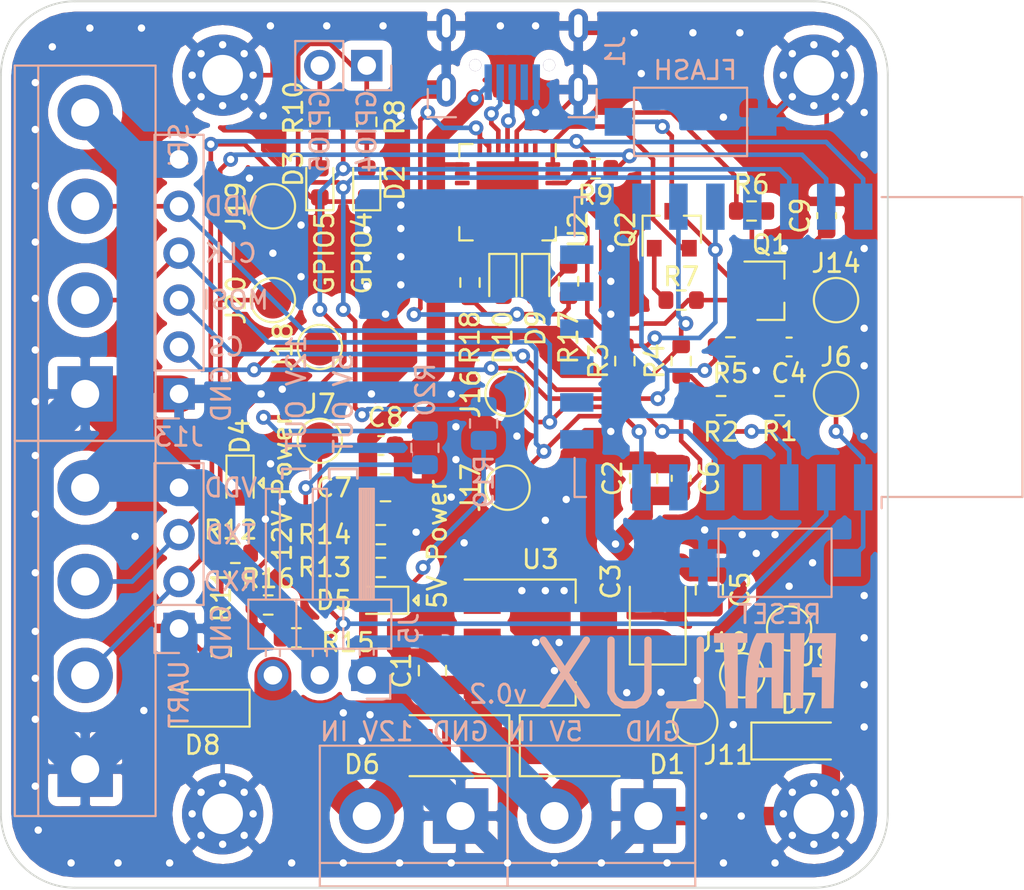
<source format=kicad_pcb>
(kicad_pcb (version 20171130) (host pcbnew 5.99.0+really5.1.10+dfsg1-1)

  (general
    (thickness 1.6)
    (drawings 68)
    (tracks 710)
    (zones 0)
    (modules 71)
    (nets 36)
  )

  (page A4)
  (layers
    (0 F.Cu signal)
    (31 B.Cu signal)
    (32 B.Adhes user)
    (33 F.Adhes user)
    (34 B.Paste user hide)
    (35 F.Paste user hide)
    (36 B.SilkS user)
    (37 F.SilkS user)
    (38 B.Mask user hide)
    (39 F.Mask user hide)
    (40 Dwgs.User user hide)
    (41 Cmts.User user hide)
    (42 Eco1.User user hide)
    (43 Eco2.User user hide)
    (44 Edge.Cuts user)
    (45 Margin user)
    (46 B.CrtYd user)
    (47 F.CrtYd user)
    (48 B.Fab user hide)
    (49 F.Fab user hide)
  )

  (setup
    (last_trace_width 0.25)
    (user_trace_width 0.25)
    (user_trace_width 0.5)
    (user_trace_width 1)
    (user_trace_width 2)
    (trace_clearance 0.2)
    (zone_clearance 0.508)
    (zone_45_only no)
    (trace_min 0.2)
    (via_size 0.8)
    (via_drill 0.4)
    (via_min_size 0.4)
    (via_min_drill 0.3)
    (uvia_size 0.3)
    (uvia_drill 0.1)
    (uvias_allowed no)
    (uvia_min_size 0.2)
    (uvia_min_drill 0.1)
    (edge_width 0.1)
    (segment_width 0.2)
    (pcb_text_width 0.3)
    (pcb_text_size 1.5 1.5)
    (mod_edge_width 0.15)
    (mod_text_size 1 1)
    (mod_text_width 0.15)
    (pad_size 0.65 0.65)
    (pad_drill 0.65)
    (pad_to_mask_clearance 0)
    (aux_axis_origin 0 0)
    (visible_elements FFFFFF7F)
    (pcbplotparams
      (layerselection 0x010fc_ffffffff)
      (usegerberextensions false)
      (usegerberattributes true)
      (usegerberadvancedattributes true)
      (creategerberjobfile true)
      (excludeedgelayer true)
      (linewidth 0.100000)
      (plotframeref false)
      (viasonmask false)
      (mode 1)
      (useauxorigin false)
      (hpglpennumber 1)
      (hpglpenspeed 20)
      (hpglpendiameter 15.000000)
      (psnegative false)
      (psa4output false)
      (plotreference true)
      (plotvalue true)
      (plotinvisibletext false)
      (padsonsilk false)
      (subtractmaskfromsilk false)
      (outputformat 1)
      (mirror false)
      (drillshape 0)
      (scaleselection 1)
      (outputdirectory "gen"))
  )

  (net 0 "")
  (net 1 GND)
  (net 2 /Power/LDO_IN)
  (net 3 +3V3)
  (net 4 nRST)
  (net 5 +5V)
  (net 6 "Net-(D2-Pad2)")
  (net 7 "Net-(D3-Pad2)")
  (net 8 "Net-(D4-Pad2)")
  (net 9 SEN_5V)
  (net 10 +12V)
  (net 11 "Net-(J1-Pad2)")
  (net 12 "Net-(J1-Pad3)")
  (net 13 VOUT)
  (net 14 TXD0)
  (net 15 RXD0)
  (net 16 SCLK)
  (net 17 MOSI)
  (net 18 ADC)
  (net 19 RTS)
  (net 20 DTR)
  (net 21 EN)
  (net 22 "Net-(R9-Pad2)")
  (net 23 SEN_12V)
  (net 24 "Net-(R13-Pad1)")
  (net 25 CS0)
  (net 26 GPIO5)
  (net 27 GPIO4)
  (net 28 FLSH)
  (net 29 "Net-(Q1-Pad1)")
  (net 30 "Net-(Q2-Pad1)")
  (net 31 "Net-(D9-Pad2)")
  (net 32 /TXLED)
  (net 33 "Net-(D10-Pad2)")
  (net 34 /RXLED)
  (net 35 CS1)

  (net_class Default "Dies ist die voreingestellte Netzklasse."
    (clearance 0.2)
    (trace_width 0.25)
    (via_dia 0.8)
    (via_drill 0.4)
    (uvia_dia 0.3)
    (uvia_drill 0.1)
    (add_net +12V)
    (add_net +3V3)
    (add_net +5V)
    (add_net /Power/LDO_IN)
    (add_net /RXLED)
    (add_net /TXLED)
    (add_net ADC)
    (add_net CS0)
    (add_net CS1)
    (add_net DTR)
    (add_net EN)
    (add_net FLSH)
    (add_net GND)
    (add_net GPIO4)
    (add_net GPIO5)
    (add_net MOSI)
    (add_net "Net-(D10-Pad2)")
    (add_net "Net-(D2-Pad2)")
    (add_net "Net-(D3-Pad2)")
    (add_net "Net-(D4-Pad2)")
    (add_net "Net-(D9-Pad2)")
    (add_net "Net-(J1-Pad2)")
    (add_net "Net-(J1-Pad3)")
    (add_net "Net-(Q1-Pad1)")
    (add_net "Net-(Q2-Pad1)")
    (add_net "Net-(R13-Pad1)")
    (add_net "Net-(R9-Pad2)")
    (add_net RTS)
    (add_net RXD0)
    (add_net SCLK)
    (add_net SEN_12V)
    (add_net SEN_5V)
    (add_net TXD0)
    (add_net VOUT)
    (add_net nRST)
  )

  (module TestPoint:TestPoint_Pad_D2.0mm (layer F.Cu) (tedit 5A0F774F) (tstamp 60A933BB)
    (at 58.42 53.34 90)
    (descr "SMD pad as test Point, diameter 2.0mm")
    (tags "test point SMD pad")
    (path /60C915D4)
    (attr virtual)
    (fp_text reference J17 (at 0 -1.998 90) (layer F.SilkS)
      (effects (font (size 1 1) (thickness 0.15)))
    )
    (fp_text value Testpoint_RST (at 0 2.05 90) (layer F.Fab)
      (effects (font (size 1 1) (thickness 0.15)))
    )
    (fp_circle (center 0 0) (end 0 1.2) (layer F.SilkS) (width 0.12))
    (fp_circle (center 0 0) (end 1.5 0) (layer F.CrtYd) (width 0.05))
    (fp_text user %R (at 0 -2 90) (layer F.Fab)
      (effects (font (size 1 1) (thickness 0.15)))
    )
    (pad 1 smd circle (at 0 0 90) (size 2 2) (layers F.Cu F.Mask)
      (net 17 MOSI))
  )

  (module Resistor_SMD:R_0805_2012Metric (layer B.Cu) (tedit 5F68FEEE) (tstamp 60B18CC9)
    (at 53.9496 51.181 270)
    (descr "Resistor SMD 0805 (2012 Metric), square (rectangular) end terminal, IPC_7351 nominal, (Body size source: IPC-SM-782 page 72, https://www.pcb-3d.com/wordpress/wp-content/uploads/ipc-sm-782a_amendment_1_and_2.pdf), generated with kicad-footprint-generator")
    (tags resistor)
    (path /60B3C5A7)
    (attr smd)
    (fp_text reference R20 (at -3.1496 -0.0254 90) (layer B.SilkS)
      (effects (font (size 1 1) (thickness 0.15)) (justify mirror))
    )
    (fp_text value 0Ohm (at 0 -1.65 90) (layer B.Fab)
      (effects (font (size 1 1) (thickness 0.15)) (justify mirror))
    )
    (fp_text user %R (at 0 0 90) (layer B.Fab)
      (effects (font (size 0.5 0.5) (thickness 0.08)) (justify mirror))
    )
    (fp_line (start -1 -0.625) (end -1 0.625) (layer B.Fab) (width 0.1))
    (fp_line (start -1 0.625) (end 1 0.625) (layer B.Fab) (width 0.1))
    (fp_line (start 1 0.625) (end 1 -0.625) (layer B.Fab) (width 0.1))
    (fp_line (start 1 -0.625) (end -1 -0.625) (layer B.Fab) (width 0.1))
    (fp_line (start -0.227064 0.735) (end 0.227064 0.735) (layer B.SilkS) (width 0.12))
    (fp_line (start -0.227064 -0.735) (end 0.227064 -0.735) (layer B.SilkS) (width 0.12))
    (fp_line (start -1.68 -0.95) (end -1.68 0.95) (layer B.CrtYd) (width 0.05))
    (fp_line (start -1.68 0.95) (end 1.68 0.95) (layer B.CrtYd) (width 0.05))
    (fp_line (start 1.68 0.95) (end 1.68 -0.95) (layer B.CrtYd) (width 0.05))
    (fp_line (start 1.68 -0.95) (end -1.68 -0.95) (layer B.CrtYd) (width 0.05))
    (pad 2 smd roundrect (at 0.9125 0 270) (size 1.025 1.4) (layers B.Cu B.Paste B.Mask) (roundrect_rratio 0.243902)
      (net 23 SEN_12V))
    (pad 1 smd roundrect (at -0.9125 0 270) (size 1.025 1.4) (layers B.Cu B.Paste B.Mask) (roundrect_rratio 0.243902)
      (net 26 GPIO5))
    (model ${KISYS3DMOD}/Resistor_SMD.3dshapes/R_0805_2012Metric.wrl
      (at (xyz 0 0 0))
      (scale (xyz 1 1 1))
      (rotate (xyz 0 0 0))
    )
  )

  (module Resistor_SMD:R_0805_2012Metric (layer B.Cu) (tedit 5F68FEEE) (tstamp 60B16D57)
    (at 57.1246 49.8602 270)
    (descr "Resistor SMD 0805 (2012 Metric), square (rectangular) end terminal, IPC_7351 nominal, (Body size source: IPC-SM-782 page 72, https://www.pcb-3d.com/wordpress/wp-content/uploads/ipc-sm-782a_amendment_1_and_2.pdf), generated with kicad-footprint-generator")
    (tags resistor)
    (path /60B3ABAC)
    (attr smd)
    (fp_text reference R19 (at 3.1496 -0.0254 90) (layer B.SilkS)
      (effects (font (size 1 1) (thickness 0.15)) (justify mirror))
    )
    (fp_text value 0Ohm (at 0 -1.65 90) (layer B.Fab)
      (effects (font (size 1 1) (thickness 0.15)) (justify mirror))
    )
    (fp_text user %R (at 0 0 90) (layer B.Fab)
      (effects (font (size 0.5 0.5) (thickness 0.08)) (justify mirror))
    )
    (fp_line (start -1 -0.625) (end -1 0.625) (layer B.Fab) (width 0.1))
    (fp_line (start -1 0.625) (end 1 0.625) (layer B.Fab) (width 0.1))
    (fp_line (start 1 0.625) (end 1 -0.625) (layer B.Fab) (width 0.1))
    (fp_line (start 1 -0.625) (end -1 -0.625) (layer B.Fab) (width 0.1))
    (fp_line (start -0.227064 0.735) (end 0.227064 0.735) (layer B.SilkS) (width 0.12))
    (fp_line (start -0.227064 -0.735) (end 0.227064 -0.735) (layer B.SilkS) (width 0.12))
    (fp_line (start -1.68 -0.95) (end -1.68 0.95) (layer B.CrtYd) (width 0.05))
    (fp_line (start -1.68 0.95) (end 1.68 0.95) (layer B.CrtYd) (width 0.05))
    (fp_line (start 1.68 0.95) (end 1.68 -0.95) (layer B.CrtYd) (width 0.05))
    (fp_line (start 1.68 -0.95) (end -1.68 -0.95) (layer B.CrtYd) (width 0.05))
    (pad 2 smd roundrect (at 0.9125 0 270) (size 1.025 1.4) (layers B.Cu B.Paste B.Mask) (roundrect_rratio 0.243902)
      (net 9 SEN_5V))
    (pad 1 smd roundrect (at -0.9125 0 270) (size 1.025 1.4) (layers B.Cu B.Paste B.Mask) (roundrect_rratio 0.243902)
      (net 27 GPIO4))
    (model ${KISYS3DMOD}/Resistor_SMD.3dshapes/R_0805_2012Metric.wrl
      (at (xyz 0 0 0))
      (scale (xyz 1 1 1))
      (rotate (xyz 0 0 0))
    )
  )

  (module Connector_PinHeader_2.54mm:PinHeader_1x06_P2.54mm_Vertical (layer B.Cu) (tedit 59FED5CC) (tstamp 60B161DE)
    (at 40.64 48.26)
    (descr "Through hole straight pin header, 1x06, 2.54mm pitch, single row")
    (tags "Through hole pin header THT 1x06 2.54mm single row")
    (path /60B28A8C)
    (fp_text reference J13 (at 0 2.33) (layer B.SilkS)
      (effects (font (size 1 1) (thickness 0.15)) (justify mirror))
    )
    (fp_text value Conn_01x06_Male (at 0 -15.03) (layer B.Fab)
      (effects (font (size 1 1) (thickness 0.15)) (justify mirror))
    )
    (fp_line (start 1.8 1.8) (end -1.8 1.8) (layer B.CrtYd) (width 0.05))
    (fp_line (start 1.8 -14.5) (end 1.8 1.8) (layer B.CrtYd) (width 0.05))
    (fp_line (start -1.8 -14.5) (end 1.8 -14.5) (layer B.CrtYd) (width 0.05))
    (fp_line (start -1.8 1.8) (end -1.8 -14.5) (layer B.CrtYd) (width 0.05))
    (fp_line (start -1.33 1.33) (end 0 1.33) (layer B.SilkS) (width 0.12))
    (fp_line (start -1.33 0) (end -1.33 1.33) (layer B.SilkS) (width 0.12))
    (fp_line (start -1.33 -1.27) (end 1.33 -1.27) (layer B.SilkS) (width 0.12))
    (fp_line (start 1.33 -1.27) (end 1.33 -14.03) (layer B.SilkS) (width 0.12))
    (fp_line (start -1.33 -1.27) (end -1.33 -14.03) (layer B.SilkS) (width 0.12))
    (fp_line (start -1.33 -14.03) (end 1.33 -14.03) (layer B.SilkS) (width 0.12))
    (fp_line (start -1.27 0.635) (end -0.635 1.27) (layer B.Fab) (width 0.1))
    (fp_line (start -1.27 -13.97) (end -1.27 0.635) (layer B.Fab) (width 0.1))
    (fp_line (start 1.27 -13.97) (end -1.27 -13.97) (layer B.Fab) (width 0.1))
    (fp_line (start 1.27 1.27) (end 1.27 -13.97) (layer B.Fab) (width 0.1))
    (fp_line (start -0.635 1.27) (end 1.27 1.27) (layer B.Fab) (width 0.1))
    (fp_text user %R (at 0 -6.35 -90) (layer B.Fab)
      (effects (font (size 1 1) (thickness 0.15)) (justify mirror))
    )
    (pad 6 thru_hole oval (at 0 -12.7) (size 1.7 1.7) (drill 1) (layers *.Cu *.Mask)
      (net 13 VOUT))
    (pad 5 thru_hole oval (at 0 -10.16) (size 1.7 1.7) (drill 1) (layers *.Cu *.Mask)
      (net 16 SCLK))
    (pad 4 thru_hole oval (at 0 -7.62) (size 1.7 1.7) (drill 1) (layers *.Cu *.Mask)
      (net 17 MOSI))
    (pad 3 thru_hole oval (at 0 -5.08) (size 1.7 1.7) (drill 1) (layers *.Cu *.Mask)
      (net 35 CS1))
    (pad 2 thru_hole oval (at 0 -2.54) (size 1.7 1.7) (drill 1) (layers *.Cu *.Mask)
      (net 25 CS0))
    (pad 1 thru_hole rect (at 0 0) (size 1.7 1.7) (drill 1) (layers *.Cu *.Mask)
      (net 1 GND))
    (model ${KISYS3DMOD}/Connector_PinHeader_2.54mm.3dshapes/PinHeader_1x06_P2.54mm_Vertical.wrl
      (at (xyz 0 0 0))
      (scale (xyz 1 1 1))
      (rotate (xyz 0 0 0))
    )
  )

  (module stock:micro_usb (layer B.Cu) (tedit 60A908A0) (tstamp 60B188C6)
    (at 58.674 27.178)
    (path /607AE779)
    (fp_text reference J1 (at 5.588 2.54 270) (layer B.SilkS)
      (effects (font (size 1 1) (thickness 0.15)) (justify mirror))
    )
    (fp_text value USB_B_Micro (at 0 -1.016) (layer B.Fab)
      (effects (font (size 1 1) (thickness 0.15)) (justify mirror))
    )
    (fp_line (start 5.08 0) (end -5.08 0) (layer B.Fab) (width 0.12))
    (fp_line (start 4.572 4.572) (end 4.572 6.096) (layer B.SilkS) (width 0.12))
    (fp_line (start 4.572 6.096) (end 3.048 6.096) (layer B.SilkS) (width 0.12))
    (fp_line (start -4.572 4.572) (end -4.572 6.096) (layer B.SilkS) (width 0.12))
    (fp_line (start -4.572 6.096) (end -3.048 6.096) (layer B.SilkS) (width 0.12))
    (pad "" thru_hole circle (at -2 3.275) (size 0.65 0.65) (drill 0.65) (layers *.Cu))
    (pad "" thru_hole circle (at 2 3.275) (size 0.65 0.65) (drill 0.65) (layers *.Cu))
    (pad 5 smd rect (at 1.3 4.2) (size 0.4 1.925) (layers B.Cu B.Paste B.Mask)
      (net 1 GND))
    (pad 1 smd rect (at -1.3 4.2) (size 0.4 1.925) (layers B.Cu B.Paste B.Mask)
      (net 5 +5V))
    (pad 2 smd rect (at -0.65 4.2) (size 0.4 1.925) (layers B.Cu B.Paste B.Mask)
      (net 11 "Net-(J1-Pad2)"))
    (pad 4 smd rect (at 0.65 4.2) (size 0.4 1.925) (layers B.Cu B.Paste B.Mask))
    (pad 6 thru_hole oval (at -3.575 4.6) (size 1.05 1.85) (drill oval 0.45 1.25) (layers *.Cu *.Mask)
      (net 1 GND))
    (pad 6 thru_hole oval (at -3.575 1.15) (size 1.05 1.85) (drill oval 0.45 1.25) (layers *.Cu *.Mask)
      (net 1 GND))
    (pad 6 thru_hole oval (at 3.575 4.6) (size 1.05 1.85) (drill oval 0.45 1.25) (layers *.Cu *.Mask)
      (net 1 GND))
    (pad 3 smd rect (at 0 4.2) (size 0.4 1.925) (layers B.Cu B.Paste B.Mask)
      (net 12 "Net-(J1-Pad3)"))
    (pad 6 thru_hole oval (at 3.575 1.15) (size 1.05 1.85) (drill oval 0.45 1.25) (layers *.Cu *.Mask)
      (net 1 GND))
    (model ${KISYS3DMOD}/Connector_USB.3dshapes/USB_Micro-B_Molex_47346-0001.step
      (offset (xyz 0 3 0))
      (scale (xyz 1 1 1))
      (rotate (xyz 0 0 0))
    )
  )

  (module TestPoint:TestPoint_Pad_D2.0mm (layer F.Cu) (tedit 5A0F774F) (tstamp 60A933D3)
    (at 45.72 43.18 90)
    (descr "SMD pad as test Point, diameter 2.0mm")
    (tags "test point SMD pad")
    (path /60CD9BDE)
    (attr virtual)
    (fp_text reference J20 (at 0 -1.998 90) (layer F.SilkS)
      (effects (font (size 1 1) (thickness 0.15)))
    )
    (fp_text value Testpoint_RST (at 0 2.05 90) (layer F.Fab)
      (effects (font (size 1 1) (thickness 0.15)))
    )
    (fp_circle (center 0 0) (end 0 1.2) (layer F.SilkS) (width 0.12))
    (fp_circle (center 0 0) (end 1.5 0) (layer F.CrtYd) (width 0.05))
    (fp_text user %R (at 0 -2 90) (layer F.Fab)
      (effects (font (size 1 1) (thickness 0.15)))
    )
    (pad 1 smd circle (at 0 0 90) (size 2 2) (layers F.Cu F.Mask)
      (net 15 RXD0))
  )

  (module TestPoint:TestPoint_Pad_D2.0mm (layer F.Cu) (tedit 5A0F774F) (tstamp 60A933CB)
    (at 45.72 38.1 90)
    (descr "SMD pad as test Point, diameter 2.0mm")
    (tags "test point SMD pad")
    (path /60CD9446)
    (attr virtual)
    (fp_text reference J19 (at 0 -1.998 90) (layer F.SilkS)
      (effects (font (size 1 1) (thickness 0.15)))
    )
    (fp_text value Testpoint_RST (at 0 2.05 90) (layer F.Fab)
      (effects (font (size 1 1) (thickness 0.15)))
    )
    (fp_circle (center 0 0) (end 0 1.2) (layer F.SilkS) (width 0.12))
    (fp_circle (center 0 0) (end 1.5 0) (layer F.CrtYd) (width 0.05))
    (fp_text user %R (at 0 -2 90) (layer F.Fab)
      (effects (font (size 1 1) (thickness 0.15)))
    )
    (pad 1 smd circle (at 0 0 90) (size 2 2) (layers F.Cu F.Mask)
      (net 14 TXD0))
  )

  (module TestPoint:TestPoint_Pad_D2.0mm (layer F.Cu) (tedit 5A0F774F) (tstamp 60A933C3)
    (at 48.26 45.72 90)
    (descr "SMD pad as test Point, diameter 2.0mm")
    (tags "test point SMD pad")
    (path /60C91CA2)
    (attr virtual)
    (fp_text reference J18 (at 0 -1.998 90) (layer F.SilkS)
      (effects (font (size 1 1) (thickness 0.15)))
    )
    (fp_text value Testpoint_RST (at 0 2.05 90) (layer F.Fab)
      (effects (font (size 1 1) (thickness 0.15)))
    )
    (fp_circle (center 0 0) (end 0 1.2) (layer F.SilkS) (width 0.12))
    (fp_circle (center 0 0) (end 1.5 0) (layer F.CrtYd) (width 0.05))
    (fp_text user %R (at 0 -2 90) (layer F.Fab)
      (effects (font (size 1 1) (thickness 0.15)))
    )
    (pad 1 smd circle (at 0 0 90) (size 2 2) (layers F.Cu F.Mask)
      (net 25 CS0))
  )

  (module TestPoint:TestPoint_Pad_D2.0mm (layer F.Cu) (tedit 5A0F774F) (tstamp 60A933B3)
    (at 58.42 48.26 90)
    (descr "SMD pad as test Point, diameter 2.0mm")
    (tags "test point SMD pad")
    (path /60C8A000)
    (attr virtual)
    (fp_text reference J16 (at 0 -1.998 90) (layer F.SilkS)
      (effects (font (size 1 1) (thickness 0.15)))
    )
    (fp_text value Testpoint_RST (at 0 2.05 90) (layer F.Fab)
      (effects (font (size 1 1) (thickness 0.15)))
    )
    (fp_circle (center 0 0) (end 0 1.2) (layer F.SilkS) (width 0.12))
    (fp_circle (center 0 0) (end 1.5 0) (layer F.CrtYd) (width 0.05))
    (fp_text user %R (at 0 -2 90) (layer F.Fab)
      (effects (font (size 1 1) (thickness 0.15)))
    )
    (pad 1 smd circle (at 0 0 90) (size 2 2) (layers F.Cu F.Mask)
      (net 16 SCLK))
  )

  (module Connector_PinHeader_2.54mm:PinHeader_1x04_P2.54mm_Vertical (layer B.Cu) (tedit 59FED5CC) (tstamp 60A8F9F4)
    (at 40.64 60.96)
    (descr "Through hole straight pin header, 1x04, 2.54mm pitch, single row")
    (tags "Through hole pin header THT 1x04 2.54mm single row")
    (path /60C2CB6F)
    (fp_text reference J15 (at 0.762 -9.652) (layer B.SilkS) hide
      (effects (font (size 1 1) (thickness 0.15)) (justify mirror))
    )
    (fp_text value Conn_01x04_Male (at 0 -9.95) (layer B.Fab)
      (effects (font (size 1 1) (thickness 0.15)) (justify mirror))
    )
    (fp_line (start 1.8 1.8) (end -1.8 1.8) (layer B.CrtYd) (width 0.05))
    (fp_line (start 1.8 -9.4) (end 1.8 1.8) (layer B.CrtYd) (width 0.05))
    (fp_line (start -1.8 -9.4) (end 1.8 -9.4) (layer B.CrtYd) (width 0.05))
    (fp_line (start -1.8 1.8) (end -1.8 -9.4) (layer B.CrtYd) (width 0.05))
    (fp_line (start -1.33 1.33) (end 0 1.33) (layer B.SilkS) (width 0.12))
    (fp_line (start -1.33 0) (end -1.33 1.33) (layer B.SilkS) (width 0.12))
    (fp_line (start -1.33 -1.27) (end 1.33 -1.27) (layer B.SilkS) (width 0.12))
    (fp_line (start 1.33 -1.27) (end 1.33 -8.95) (layer B.SilkS) (width 0.12))
    (fp_line (start -1.33 -1.27) (end -1.33 -8.95) (layer B.SilkS) (width 0.12))
    (fp_line (start -1.33 -8.95) (end 1.33 -8.95) (layer B.SilkS) (width 0.12))
    (fp_line (start -1.27 0.635) (end -0.635 1.27) (layer B.Fab) (width 0.1))
    (fp_line (start -1.27 -8.89) (end -1.27 0.635) (layer B.Fab) (width 0.1))
    (fp_line (start 1.27 -8.89) (end -1.27 -8.89) (layer B.Fab) (width 0.1))
    (fp_line (start 1.27 1.27) (end 1.27 -8.89) (layer B.Fab) (width 0.1))
    (fp_line (start -0.635 1.27) (end 1.27 1.27) (layer B.Fab) (width 0.1))
    (fp_text user %R (at 0 -3.81 -90) (layer B.Fab)
      (effects (font (size 1 1) (thickness 0.15)) (justify mirror))
    )
    (pad 4 thru_hole oval (at 0 -7.62) (size 1.7 1.7) (drill 1) (layers *.Cu *.Mask)
      (net 13 VOUT))
    (pad 3 thru_hole oval (at 0 -5.08) (size 1.7 1.7) (drill 1) (layers *.Cu *.Mask)
      (net 14 TXD0))
    (pad 2 thru_hole oval (at 0 -2.54) (size 1.7 1.7) (drill 1) (layers *.Cu *.Mask)
      (net 15 RXD0))
    (pad 1 thru_hole rect (at 0 0) (size 1.7 1.7) (drill 1) (layers *.Cu *.Mask)
      (net 1 GND))
    (model ${KISYS3DMOD}/Connector_PinHeader_2.54mm.3dshapes/PinHeader_1x04_P2.54mm_Vertical.wrl
      (at (xyz 0 0 0))
      (scale (xyz 1 1 1))
      (rotate (xyz 0 0 0))
    )
  )

  (module Diode_SMD:D_MiniMELF (layer F.Cu) (tedit 5905D8F5) (tstamp 6091B1D6)
    (at 41.91 65.278 180)
    (descr "Diode Mini-MELF (SOD-80)")
    (tags "Diode Mini-MELF (SOD-80)")
    (path /6078273A/608E7242)
    (attr smd)
    (fp_text reference D8 (at 0 -2) (layer F.SilkS)
      (effects (font (size 1 1) (thickness 0.15)))
    )
    (fp_text value "Z 12V" (at 0 1.75) (layer F.Fab)
      (effects (font (size 1 1) (thickness 0.15)))
    )
    (fp_line (start -2.65 1.1) (end -2.65 -1.1) (layer F.CrtYd) (width 0.05))
    (fp_line (start 2.65 1.1) (end -2.65 1.1) (layer F.CrtYd) (width 0.05))
    (fp_line (start 2.65 -1.1) (end 2.65 1.1) (layer F.CrtYd) (width 0.05))
    (fp_line (start -2.65 -1.1) (end 2.65 -1.1) (layer F.CrtYd) (width 0.05))
    (fp_line (start -0.75 0) (end -0.35 0) (layer F.Fab) (width 0.1))
    (fp_line (start -0.35 0) (end -0.35 -0.55) (layer F.Fab) (width 0.1))
    (fp_line (start -0.35 0) (end -0.35 0.55) (layer F.Fab) (width 0.1))
    (fp_line (start -0.35 0) (end 0.25 -0.4) (layer F.Fab) (width 0.1))
    (fp_line (start 0.25 -0.4) (end 0.25 0.4) (layer F.Fab) (width 0.1))
    (fp_line (start 0.25 0.4) (end -0.35 0) (layer F.Fab) (width 0.1))
    (fp_line (start 0.25 0) (end 0.75 0) (layer F.Fab) (width 0.1))
    (fp_line (start -1.65 -0.8) (end 1.65 -0.8) (layer F.Fab) (width 0.1))
    (fp_line (start -1.65 0.8) (end -1.65 -0.8) (layer F.Fab) (width 0.1))
    (fp_line (start 1.65 0.8) (end -1.65 0.8) (layer F.Fab) (width 0.1))
    (fp_line (start 1.65 -0.8) (end 1.65 0.8) (layer F.Fab) (width 0.1))
    (fp_line (start -2.55 1) (end 1.75 1) (layer F.SilkS) (width 0.12))
    (fp_line (start -2.55 -1) (end -2.55 1) (layer F.SilkS) (width 0.12))
    (fp_line (start 1.75 -1) (end -2.55 -1) (layer F.SilkS) (width 0.12))
    (fp_text user %R (at 0 -2) (layer F.Fab)
      (effects (font (size 1 1) (thickness 0.15)))
    )
    (pad 2 smd rect (at 1.75 0 180) (size 1.3 1.7) (layers F.Cu F.Paste F.Mask)
      (net 1 GND))
    (pad 1 smd rect (at -1.75 0 180) (size 1.3 1.7) (layers F.Cu F.Paste F.Mask)
      (net 10 +12V))
    (model ${KISYS3DMOD}/Diode_SMD.3dshapes/D_MiniMELF.wrl
      (at (xyz 0 0 0))
      (scale (xyz 1 1 1))
      (rotate (xyz 0 0 0))
    )
  )

  (module Diode_SMD:D_MiniMELF (layer F.Cu) (tedit 5905D8F5) (tstamp 6091B1C3)
    (at 74.168 67.056)
    (descr "Diode Mini-MELF (SOD-80)")
    (tags "Diode Mini-MELF (SOD-80)")
    (path /6078273A/608E2DA3)
    (attr smd)
    (fp_text reference D7 (at 0 -2) (layer F.SilkS)
      (effects (font (size 1 1) (thickness 0.15)))
    )
    (fp_text value "Z 5V" (at 0 1.75) (layer F.Fab)
      (effects (font (size 1 1) (thickness 0.15)))
    )
    (fp_line (start -2.65 1.1) (end -2.65 -1.1) (layer F.CrtYd) (width 0.05))
    (fp_line (start 2.65 1.1) (end -2.65 1.1) (layer F.CrtYd) (width 0.05))
    (fp_line (start 2.65 -1.1) (end 2.65 1.1) (layer F.CrtYd) (width 0.05))
    (fp_line (start -2.65 -1.1) (end 2.65 -1.1) (layer F.CrtYd) (width 0.05))
    (fp_line (start -0.75 0) (end -0.35 0) (layer F.Fab) (width 0.1))
    (fp_line (start -0.35 0) (end -0.35 -0.55) (layer F.Fab) (width 0.1))
    (fp_line (start -0.35 0) (end -0.35 0.55) (layer F.Fab) (width 0.1))
    (fp_line (start -0.35 0) (end 0.25 -0.4) (layer F.Fab) (width 0.1))
    (fp_line (start 0.25 -0.4) (end 0.25 0.4) (layer F.Fab) (width 0.1))
    (fp_line (start 0.25 0.4) (end -0.35 0) (layer F.Fab) (width 0.1))
    (fp_line (start 0.25 0) (end 0.75 0) (layer F.Fab) (width 0.1))
    (fp_line (start -1.65 -0.8) (end 1.65 -0.8) (layer F.Fab) (width 0.1))
    (fp_line (start -1.65 0.8) (end -1.65 -0.8) (layer F.Fab) (width 0.1))
    (fp_line (start 1.65 0.8) (end -1.65 0.8) (layer F.Fab) (width 0.1))
    (fp_line (start 1.65 -0.8) (end 1.65 0.8) (layer F.Fab) (width 0.1))
    (fp_line (start -2.55 1) (end 1.75 1) (layer F.SilkS) (width 0.12))
    (fp_line (start -2.55 -1) (end -2.55 1) (layer F.SilkS) (width 0.12))
    (fp_line (start 1.75 -1) (end -2.55 -1) (layer F.SilkS) (width 0.12))
    (fp_text user %R (at 0 -2) (layer F.Fab)
      (effects (font (size 1 1) (thickness 0.15)))
    )
    (pad 2 smd rect (at 1.75 0) (size 1.3 1.7) (layers F.Cu F.Paste F.Mask)
      (net 1 GND))
    (pad 1 smd rect (at -1.75 0) (size 1.3 1.7) (layers F.Cu F.Paste F.Mask)
      (net 5 +5V))
    (model ${KISYS3DMOD}/Diode_SMD.3dshapes/D_MiniMELF.wrl
      (at (xyz 0 0 0))
      (scale (xyz 1 1 1))
      (rotate (xyz 0 0 0))
    )
  )

  (module Resistor_SMD:R_0603_1608Metric (layer F.Cu) (tedit 5F68FEEE) (tstamp 60A84A8C)
    (at 56.388 42.227 270)
    (descr "Resistor SMD 0603 (1608 Metric), square (rectangular) end terminal, IPC_7351 nominal, (Body size source: IPC-SM-782 page 72, https://www.pcb-3d.com/wordpress/wp-content/uploads/ipc-sm-782a_amendment_1_and_2.pdf), generated with kicad-footprint-generator")
    (tags resistor)
    (path /60BFE0F3)
    (attr smd)
    (fp_text reference R18 (at 2.985 0 90) (layer F.SilkS)
      (effects (font (size 1 1) (thickness 0.15)))
    )
    (fp_text value 51Ohm (at 0 1.43 90) (layer F.Fab)
      (effects (font (size 1 1) (thickness 0.15)))
    )
    (fp_line (start 1.48 0.73) (end -1.48 0.73) (layer F.CrtYd) (width 0.05))
    (fp_line (start 1.48 -0.73) (end 1.48 0.73) (layer F.CrtYd) (width 0.05))
    (fp_line (start -1.48 -0.73) (end 1.48 -0.73) (layer F.CrtYd) (width 0.05))
    (fp_line (start -1.48 0.73) (end -1.48 -0.73) (layer F.CrtYd) (width 0.05))
    (fp_line (start -0.237258 0.5225) (end 0.237258 0.5225) (layer F.SilkS) (width 0.12))
    (fp_line (start -0.237258 -0.5225) (end 0.237258 -0.5225) (layer F.SilkS) (width 0.12))
    (fp_line (start 0.8 0.4125) (end -0.8 0.4125) (layer F.Fab) (width 0.1))
    (fp_line (start 0.8 -0.4125) (end 0.8 0.4125) (layer F.Fab) (width 0.1))
    (fp_line (start -0.8 -0.4125) (end 0.8 -0.4125) (layer F.Fab) (width 0.1))
    (fp_line (start -0.8 0.4125) (end -0.8 -0.4125) (layer F.Fab) (width 0.1))
    (fp_text user %R (at 0 0 90) (layer F.Fab)
      (effects (font (size 0.4 0.4) (thickness 0.06)))
    )
    (pad 2 smd roundrect (at 0.825 0 270) (size 0.8 0.95) (layers F.Cu F.Paste F.Mask) (roundrect_rratio 0.25)
      (net 3 +3V3))
    (pad 1 smd roundrect (at -0.825 0 270) (size 0.8 0.95) (layers F.Cu F.Paste F.Mask) (roundrect_rratio 0.25)
      (net 33 "Net-(D10-Pad2)"))
    (model ${KISYS3DMOD}/Resistor_SMD.3dshapes/R_0603_1608Metric.wrl
      (at (xyz 0 0 0))
      (scale (xyz 1 1 1))
      (rotate (xyz 0 0 0))
    )
  )

  (module Resistor_SMD:R_0603_1608Metric (layer F.Cu) (tedit 5F68FEEE) (tstamp 60A84A7B)
    (at 61.722 42.164 270)
    (descr "Resistor SMD 0603 (1608 Metric), square (rectangular) end terminal, IPC_7351 nominal, (Body size source: IPC-SM-782 page 72, https://www.pcb-3d.com/wordpress/wp-content/uploads/ipc-sm-782a_amendment_1_and_2.pdf), generated with kicad-footprint-generator")
    (tags resistor)
    (path /60BF97A0)
    (attr smd)
    (fp_text reference R17 (at 3.048 0 270) (layer F.SilkS)
      (effects (font (size 1 1) (thickness 0.15)))
    )
    (fp_text value 51Ohm (at 0 1.43 90) (layer F.Fab)
      (effects (font (size 1 1) (thickness 0.15)))
    )
    (fp_line (start 1.48 0.73) (end -1.48 0.73) (layer F.CrtYd) (width 0.05))
    (fp_line (start 1.48 -0.73) (end 1.48 0.73) (layer F.CrtYd) (width 0.05))
    (fp_line (start -1.48 -0.73) (end 1.48 -0.73) (layer F.CrtYd) (width 0.05))
    (fp_line (start -1.48 0.73) (end -1.48 -0.73) (layer F.CrtYd) (width 0.05))
    (fp_line (start -0.237258 0.5225) (end 0.237258 0.5225) (layer F.SilkS) (width 0.12))
    (fp_line (start -0.237258 -0.5225) (end 0.237258 -0.5225) (layer F.SilkS) (width 0.12))
    (fp_line (start 0.8 0.4125) (end -0.8 0.4125) (layer F.Fab) (width 0.1))
    (fp_line (start 0.8 -0.4125) (end 0.8 0.4125) (layer F.Fab) (width 0.1))
    (fp_line (start -0.8 -0.4125) (end 0.8 -0.4125) (layer F.Fab) (width 0.1))
    (fp_line (start -0.8 0.4125) (end -0.8 -0.4125) (layer F.Fab) (width 0.1))
    (fp_text user %R (at 0 0 90) (layer F.Fab)
      (effects (font (size 0.4 0.4) (thickness 0.06)))
    )
    (pad 2 smd roundrect (at 0.825 0 270) (size 0.8 0.95) (layers F.Cu F.Paste F.Mask) (roundrect_rratio 0.25)
      (net 3 +3V3))
    (pad 1 smd roundrect (at -0.825 0 270) (size 0.8 0.95) (layers F.Cu F.Paste F.Mask) (roundrect_rratio 0.25)
      (net 31 "Net-(D9-Pad2)"))
    (model ${KISYS3DMOD}/Resistor_SMD.3dshapes/R_0603_1608Metric.wrl
      (at (xyz 0 0 0))
      (scale (xyz 1 1 1))
      (rotate (xyz 0 0 0))
    )
  )

  (module LED_SMD:LED_0603_1608Metric (layer F.Cu) (tedit 5F68FEF1) (tstamp 60A8458C)
    (at 58.166 42.164 270)
    (descr "LED SMD 0603 (1608 Metric), square (rectangular) end terminal, IPC_7351 nominal, (Body size source: http://www.tortai-tech.com/upload/download/2011102023233369053.pdf), generated with kicad-footprint-generator")
    (tags LED)
    (path /60BEE99B)
    (attr smd)
    (fp_text reference D10 (at 3.048 0 90) (layer F.SilkS)
      (effects (font (size 1 1) (thickness 0.15)))
    )
    (fp_text value RED (at 0 1.43 90) (layer F.Fab)
      (effects (font (size 1 1) (thickness 0.15)))
    )
    (fp_line (start 1.48 0.73) (end -1.48 0.73) (layer F.CrtYd) (width 0.05))
    (fp_line (start 1.48 -0.73) (end 1.48 0.73) (layer F.CrtYd) (width 0.05))
    (fp_line (start -1.48 -0.73) (end 1.48 -0.73) (layer F.CrtYd) (width 0.05))
    (fp_line (start -1.48 0.73) (end -1.48 -0.73) (layer F.CrtYd) (width 0.05))
    (fp_line (start -1.485 0.735) (end 0.8 0.735) (layer F.SilkS) (width 0.12))
    (fp_line (start -1.485 -0.735) (end -1.485 0.735) (layer F.SilkS) (width 0.12))
    (fp_line (start 0.8 -0.735) (end -1.485 -0.735) (layer F.SilkS) (width 0.12))
    (fp_line (start 0.8 0.4) (end 0.8 -0.4) (layer F.Fab) (width 0.1))
    (fp_line (start -0.8 0.4) (end 0.8 0.4) (layer F.Fab) (width 0.1))
    (fp_line (start -0.8 -0.1) (end -0.8 0.4) (layer F.Fab) (width 0.1))
    (fp_line (start -0.5 -0.4) (end -0.8 -0.1) (layer F.Fab) (width 0.1))
    (fp_line (start 0.8 -0.4) (end -0.5 -0.4) (layer F.Fab) (width 0.1))
    (fp_text user %R (at 0 0 90) (layer F.Fab)
      (effects (font (size 0.4 0.4) (thickness 0.06)))
    )
    (pad 2 smd roundrect (at 0.7875 0 270) (size 0.875 0.95) (layers F.Cu F.Paste F.Mask) (roundrect_rratio 0.25)
      (net 33 "Net-(D10-Pad2)"))
    (pad 1 smd roundrect (at -0.7875 0 270) (size 0.875 0.95) (layers F.Cu F.Paste F.Mask) (roundrect_rratio 0.25)
      (net 34 /RXLED))
    (model ${KISYS3DMOD}/LED_SMD.3dshapes/LED_0603_1608Metric.wrl
      (at (xyz 0 0 0))
      (scale (xyz 1 1 1))
      (rotate (xyz 0 0 0))
    )
  )

  (module LED_SMD:LED_0603_1608Metric (layer F.Cu) (tedit 5F68FEF1) (tstamp 60AD620E)
    (at 59.944 42.164 270)
    (descr "LED SMD 0603 (1608 Metric), square (rectangular) end terminal, IPC_7351 nominal, (Body size source: http://www.tortai-tech.com/upload/download/2011102023233369053.pdf), generated with kicad-footprint-generator")
    (tags LED)
    (path /60BE9E4B)
    (attr smd)
    (fp_text reference D9 (at 2.54 0 90) (layer F.SilkS)
      (effects (font (size 1 1) (thickness 0.15)))
    )
    (fp_text value RED (at 0 1.43 90) (layer F.Fab)
      (effects (font (size 1 1) (thickness 0.15)))
    )
    (fp_line (start 1.48 0.73) (end -1.48 0.73) (layer F.CrtYd) (width 0.05))
    (fp_line (start 1.48 -0.73) (end 1.48 0.73) (layer F.CrtYd) (width 0.05))
    (fp_line (start -1.48 -0.73) (end 1.48 -0.73) (layer F.CrtYd) (width 0.05))
    (fp_line (start -1.48 0.73) (end -1.48 -0.73) (layer F.CrtYd) (width 0.05))
    (fp_line (start -1.485 0.735) (end 0.8 0.735) (layer F.SilkS) (width 0.12))
    (fp_line (start -1.485 -0.735) (end -1.485 0.735) (layer F.SilkS) (width 0.12))
    (fp_line (start 0.8 -0.735) (end -1.485 -0.735) (layer F.SilkS) (width 0.12))
    (fp_line (start 0.8 0.4) (end 0.8 -0.4) (layer F.Fab) (width 0.1))
    (fp_line (start -0.8 0.4) (end 0.8 0.4) (layer F.Fab) (width 0.1))
    (fp_line (start -0.8 -0.1) (end -0.8 0.4) (layer F.Fab) (width 0.1))
    (fp_line (start -0.5 -0.4) (end -0.8 -0.1) (layer F.Fab) (width 0.1))
    (fp_line (start 0.8 -0.4) (end -0.5 -0.4) (layer F.Fab) (width 0.1))
    (fp_text user %R (at 0 0 90) (layer F.Fab)
      (effects (font (size 0.4 0.4) (thickness 0.06)))
    )
    (pad 2 smd roundrect (at 0.7875 0 270) (size 0.875 0.95) (layers F.Cu F.Paste F.Mask) (roundrect_rratio 0.25)
      (net 31 "Net-(D9-Pad2)"))
    (pad 1 smd roundrect (at -0.7875 0 270) (size 0.875 0.95) (layers F.Cu F.Paste F.Mask) (roundrect_rratio 0.25)
      (net 32 /TXLED))
    (model ${KISYS3DMOD}/LED_SMD.3dshapes/LED_0603_1608Metric.wrl
      (at (xyz 0 0 0))
      (scale (xyz 1 1 1))
      (rotate (xyz 0 0 0))
    )
  )

  (module Button_Switch_SMD:SW_SPST_CK_RS282G05A3 (layer B.Cu) (tedit 5A7A67D2) (tstamp 60A834E9)
    (at 68.326 33.528)
    (descr https://www.mouser.com/ds/2/60/RS-282G05A-SM_RT-1159762.pdf)
    (tags "SPST button tactile switch")
    (path /60B5C01C)
    (attr smd)
    (fp_text reference SW2 (at -1.524 2.54) (layer B.SilkS) hide
      (effects (font (size 1 1) (thickness 0.15)) (justify mirror))
    )
    (fp_text value SW_Push (at 0 -3) (layer B.Fab)
      (effects (font (size 1 1) (thickness 0.15)) (justify mirror))
    )
    (fp_line (start 3 1.8) (end 3 -1.8) (layer B.Fab) (width 0.1))
    (fp_line (start -3 1.8) (end -3 -1.8) (layer B.Fab) (width 0.1))
    (fp_line (start -3 1.8) (end 3 1.8) (layer B.Fab) (width 0.1))
    (fp_line (start -3 -1.8) (end 3 -1.8) (layer B.Fab) (width 0.1))
    (fp_line (start -1.5 0.8) (end -1.5 -0.8) (layer B.Fab) (width 0.1))
    (fp_line (start 1.5 0.8) (end 1.5 -0.8) (layer B.Fab) (width 0.1))
    (fp_line (start -1.5 0.8) (end 1.5 0.8) (layer B.Fab) (width 0.1))
    (fp_line (start -1.5 -0.8) (end 1.5 -0.8) (layer B.Fab) (width 0.1))
    (fp_line (start -3.06 -1.85) (end -3.06 1.85) (layer B.SilkS) (width 0.12))
    (fp_line (start 3.06 -1.85) (end -3.06 -1.85) (layer B.SilkS) (width 0.12))
    (fp_line (start 3.06 1.85) (end 3.06 -1.85) (layer B.SilkS) (width 0.12))
    (fp_line (start -3.06 1.85) (end 3.06 1.85) (layer B.SilkS) (width 0.12))
    (fp_line (start -1.75 -1) (end -1.75 1) (layer B.Fab) (width 0.1))
    (fp_line (start 1.75 -1) (end -1.75 -1) (layer B.Fab) (width 0.1))
    (fp_line (start 1.75 1) (end 1.75 -1) (layer B.Fab) (width 0.1))
    (fp_line (start -1.75 1) (end 1.75 1) (layer B.Fab) (width 0.1))
    (fp_line (start -4.9 2.05) (end 4.9 2.05) (layer B.CrtYd) (width 0.05))
    (fp_line (start 4.9 2.05) (end 4.9 -2.05) (layer B.CrtYd) (width 0.05))
    (fp_line (start 4.9 -2.05) (end -4.9 -2.05) (layer B.CrtYd) (width 0.05))
    (fp_line (start -4.9 -2.05) (end -4.9 2.05) (layer B.CrtYd) (width 0.05))
    (fp_text user %R (at 0 2.6) (layer B.Fab)
      (effects (font (size 1 1) (thickness 0.15)) (justify mirror))
    )
    (pad 2 smd rect (at 3.9 0) (size 1.5 1.5) (layers B.Cu B.Paste B.Mask)
      (net 1 GND))
    (pad 1 smd rect (at -3.9 0) (size 1.5 1.5) (layers B.Cu B.Paste B.Mask)
      (net 28 FLSH))
    (model ${KISYS3DMOD}/Button_Switch_SMD.3dshapes/SW_SPST_CK_RS282G05A3.wrl
      (at (xyz 0 0 0))
      (scale (xyz 1 1 1))
      (rotate (xyz 0 0 0))
    )
  )

  (module Button_Switch_SMD:SW_SPST_CK_RS282G05A3 (layer B.Cu) (tedit 5A7A67D2) (tstamp 60A834CE)
    (at 72.898 57.404 180)
    (descr https://www.mouser.com/ds/2/60/RS-282G05A-SM_RT-1159762.pdf)
    (tags "SPST button tactile switch")
    (path /60AAD571)
    (attr smd)
    (fp_text reference SW1 (at 4.826 1.778) (layer B.SilkS) hide
      (effects (font (size 1 1) (thickness 0.15)) (justify mirror))
    )
    (fp_text value SW_Push (at 0 -3) (layer B.Fab)
      (effects (font (size 1 1) (thickness 0.15)) (justify mirror))
    )
    (fp_line (start 3 1.8) (end 3 -1.8) (layer B.Fab) (width 0.1))
    (fp_line (start -3 1.8) (end -3 -1.8) (layer B.Fab) (width 0.1))
    (fp_line (start -3 1.8) (end 3 1.8) (layer B.Fab) (width 0.1))
    (fp_line (start -3 -1.8) (end 3 -1.8) (layer B.Fab) (width 0.1))
    (fp_line (start -1.5 0.8) (end -1.5 -0.8) (layer B.Fab) (width 0.1))
    (fp_line (start 1.5 0.8) (end 1.5 -0.8) (layer B.Fab) (width 0.1))
    (fp_line (start -1.5 0.8) (end 1.5 0.8) (layer B.Fab) (width 0.1))
    (fp_line (start -1.5 -0.8) (end 1.5 -0.8) (layer B.Fab) (width 0.1))
    (fp_line (start -3.06 -1.85) (end -3.06 1.85) (layer B.SilkS) (width 0.12))
    (fp_line (start 3.06 -1.85) (end -3.06 -1.85) (layer B.SilkS) (width 0.12))
    (fp_line (start 3.06 1.85) (end 3.06 -1.85) (layer B.SilkS) (width 0.12))
    (fp_line (start -3.06 1.85) (end 3.06 1.85) (layer B.SilkS) (width 0.12))
    (fp_line (start -1.75 -1) (end -1.75 1) (layer B.Fab) (width 0.1))
    (fp_line (start 1.75 -1) (end -1.75 -1) (layer B.Fab) (width 0.1))
    (fp_line (start 1.75 1) (end 1.75 -1) (layer B.Fab) (width 0.1))
    (fp_line (start -1.75 1) (end 1.75 1) (layer B.Fab) (width 0.1))
    (fp_line (start -4.9 2.05) (end 4.9 2.05) (layer B.CrtYd) (width 0.05))
    (fp_line (start 4.9 2.05) (end 4.9 -2.05) (layer B.CrtYd) (width 0.05))
    (fp_line (start 4.9 -2.05) (end -4.9 -2.05) (layer B.CrtYd) (width 0.05))
    (fp_line (start -4.9 -2.05) (end -4.9 2.05) (layer B.CrtYd) (width 0.05))
    (fp_text user %R (at 0 2.6) (layer B.Fab)
      (effects (font (size 1 1) (thickness 0.15)) (justify mirror))
    )
    (pad 2 smd rect (at 3.9 0 180) (size 1.5 1.5) (layers B.Cu B.Paste B.Mask)
      (net 1 GND))
    (pad 1 smd rect (at -3.9 0 180) (size 1.5 1.5) (layers B.Cu B.Paste B.Mask)
      (net 4 nRST))
    (model ${KISYS3DMOD}/Button_Switch_SMD.3dshapes/SW_SPST_CK_RS282G05A3.wrl
      (at (xyz 0 0 0))
      (scale (xyz 1 1 1))
      (rotate (xyz 0 0 0))
    )
  )

  (module Package_TO_SOT_SMD:SOT-23 (layer F.Cu) (tedit 5A02FF57) (tstamp 60A832B3)
    (at 67.31 39.37 90)
    (descr "SOT-23, Standard")
    (tags SOT-23)
    (path /60AA4E39)
    (attr smd)
    (fp_text reference Q2 (at 0 -2.5 90) (layer F.SilkS)
      (effects (font (size 1 1) (thickness 0.15)))
    )
    (fp_text value S8050 (at 0 2.5 90) (layer F.Fab)
      (effects (font (size 1 1) (thickness 0.15)))
    )
    (fp_line (start 0.76 1.58) (end -0.7 1.58) (layer F.SilkS) (width 0.12))
    (fp_line (start 0.76 -1.58) (end -1.4 -1.58) (layer F.SilkS) (width 0.12))
    (fp_line (start -1.7 1.75) (end -1.7 -1.75) (layer F.CrtYd) (width 0.05))
    (fp_line (start 1.7 1.75) (end -1.7 1.75) (layer F.CrtYd) (width 0.05))
    (fp_line (start 1.7 -1.75) (end 1.7 1.75) (layer F.CrtYd) (width 0.05))
    (fp_line (start -1.7 -1.75) (end 1.7 -1.75) (layer F.CrtYd) (width 0.05))
    (fp_line (start 0.76 -1.58) (end 0.76 -0.65) (layer F.SilkS) (width 0.12))
    (fp_line (start 0.76 1.58) (end 0.76 0.65) (layer F.SilkS) (width 0.12))
    (fp_line (start -0.7 1.52) (end 0.7 1.52) (layer F.Fab) (width 0.1))
    (fp_line (start 0.7 -1.52) (end 0.7 1.52) (layer F.Fab) (width 0.1))
    (fp_line (start -0.7 -0.95) (end -0.15 -1.52) (layer F.Fab) (width 0.1))
    (fp_line (start -0.15 -1.52) (end 0.7 -1.52) (layer F.Fab) (width 0.1))
    (fp_line (start -0.7 -0.95) (end -0.7 1.5) (layer F.Fab) (width 0.1))
    (fp_text user %R (at 0 0) (layer F.Fab)
      (effects (font (size 0.5 0.5) (thickness 0.075)))
    )
    (pad 3 smd rect (at 1 0 90) (size 0.9 0.8) (layers F.Cu F.Paste F.Mask)
      (net 28 FLSH))
    (pad 2 smd rect (at -1 0.95 90) (size 0.9 0.8) (layers F.Cu F.Paste F.Mask)
      (net 20 DTR))
    (pad 1 smd rect (at -1 -0.95 90) (size 0.9 0.8) (layers F.Cu F.Paste F.Mask)
      (net 30 "Net-(Q2-Pad1)"))
    (model ${KISYS3DMOD}/Package_TO_SOT_SMD.3dshapes/SOT-23.wrl
      (at (xyz 0 0 0))
      (scale (xyz 1 1 1))
      (rotate (xyz 0 0 0))
    )
  )

  (module Package_TO_SOT_SMD:SOT-23 (layer F.Cu) (tedit 5A02FF57) (tstamp 60A8329E)
    (at 72.644 42.672)
    (descr "SOT-23, Standard")
    (tags SOT-23)
    (path /60AA76E5)
    (attr smd)
    (fp_text reference Q1 (at 0 -2.5) (layer F.SilkS)
      (effects (font (size 1 1) (thickness 0.15)))
    )
    (fp_text value S8050 (at 0 2.5) (layer F.Fab)
      (effects (font (size 1 1) (thickness 0.15)))
    )
    (fp_line (start 0.76 1.58) (end -0.7 1.58) (layer F.SilkS) (width 0.12))
    (fp_line (start 0.76 -1.58) (end -1.4 -1.58) (layer F.SilkS) (width 0.12))
    (fp_line (start -1.7 1.75) (end -1.7 -1.75) (layer F.CrtYd) (width 0.05))
    (fp_line (start 1.7 1.75) (end -1.7 1.75) (layer F.CrtYd) (width 0.05))
    (fp_line (start 1.7 -1.75) (end 1.7 1.75) (layer F.CrtYd) (width 0.05))
    (fp_line (start -1.7 -1.75) (end 1.7 -1.75) (layer F.CrtYd) (width 0.05))
    (fp_line (start 0.76 -1.58) (end 0.76 -0.65) (layer F.SilkS) (width 0.12))
    (fp_line (start 0.76 1.58) (end 0.76 0.65) (layer F.SilkS) (width 0.12))
    (fp_line (start -0.7 1.52) (end 0.7 1.52) (layer F.Fab) (width 0.1))
    (fp_line (start 0.7 -1.52) (end 0.7 1.52) (layer F.Fab) (width 0.1))
    (fp_line (start -0.7 -0.95) (end -0.15 -1.52) (layer F.Fab) (width 0.1))
    (fp_line (start -0.15 -1.52) (end 0.7 -1.52) (layer F.Fab) (width 0.1))
    (fp_line (start -0.7 -0.95) (end -0.7 1.5) (layer F.Fab) (width 0.1))
    (fp_text user %R (at 0 0 90) (layer F.Fab)
      (effects (font (size 0.5 0.5) (thickness 0.075)))
    )
    (pad 3 smd rect (at 1 0) (size 0.9 0.8) (layers F.Cu F.Paste F.Mask)
      (net 4 nRST))
    (pad 2 smd rect (at -1 0.95) (size 0.9 0.8) (layers F.Cu F.Paste F.Mask)
      (net 19 RTS))
    (pad 1 smd rect (at -1 -0.95) (size 0.9 0.8) (layers F.Cu F.Paste F.Mask)
      (net 29 "Net-(Q1-Pad1)"))
    (model ${KISYS3DMOD}/Package_TO_SOT_SMD.3dshapes/SOT-23.wrl
      (at (xyz 0 0 0))
      (scale (xyz 1 1 1))
      (rotate (xyz 0 0 0))
    )
  )

  (module TestPoint:TestPoint_Pad_D2.0mm (layer F.Cu) (tedit 5A0F774F) (tstamp 60A83289)
    (at 76.2 43.18)
    (descr "SMD pad as test Point, diameter 2.0mm")
    (tags "test point SMD pad")
    (path /60ABDD61)
    (attr virtual)
    (fp_text reference J14 (at 0 -1.998) (layer F.SilkS)
      (effects (font (size 1 1) (thickness 0.15)))
    )
    (fp_text value Testpoint_RST (at 0 2.05) (layer F.Fab)
      (effects (font (size 1 1) (thickness 0.15)))
    )
    (fp_circle (center 0 0) (end 0 1.2) (layer F.SilkS) (width 0.12))
    (fp_circle (center 0 0) (end 1.5 0) (layer F.CrtYd) (width 0.05))
    (fp_text user %R (at 0 -2) (layer F.Fab)
      (effects (font (size 1 1) (thickness 0.15)))
    )
    (pad 1 smd circle (at 0 0) (size 2 2) (layers F.Cu F.Mask)
      (net 28 FLSH))
  )

  (module Capacitor_SMD:C_0603_1608Metric (layer F.Cu) (tedit 5F68FEEE) (tstamp 60A82EFD)
    (at 75.692 38.608 90)
    (descr "Capacitor SMD 0603 (1608 Metric), square (rectangular) end terminal, IPC_7351 nominal, (Body size source: IPC-SM-782 page 76, https://www.pcb-3d.com/wordpress/wp-content/uploads/ipc-sm-782a_amendment_1_and_2.pdf), generated with kicad-footprint-generator")
    (tags capacitor)
    (path /60B5C010)
    (attr smd)
    (fp_text reference C9 (at 0 -1.43 90) (layer F.SilkS)
      (effects (font (size 1 1) (thickness 0.15)))
    )
    (fp_text value 100nF (at 0 1.43 90) (layer F.Fab)
      (effects (font (size 1 1) (thickness 0.15)))
    )
    (fp_line (start 1.48 0.73) (end -1.48 0.73) (layer F.CrtYd) (width 0.05))
    (fp_line (start 1.48 -0.73) (end 1.48 0.73) (layer F.CrtYd) (width 0.05))
    (fp_line (start -1.48 -0.73) (end 1.48 -0.73) (layer F.CrtYd) (width 0.05))
    (fp_line (start -1.48 0.73) (end -1.48 -0.73) (layer F.CrtYd) (width 0.05))
    (fp_line (start -0.14058 0.51) (end 0.14058 0.51) (layer F.SilkS) (width 0.12))
    (fp_line (start -0.14058 -0.51) (end 0.14058 -0.51) (layer F.SilkS) (width 0.12))
    (fp_line (start 0.8 0.4) (end -0.8 0.4) (layer F.Fab) (width 0.1))
    (fp_line (start 0.8 -0.4) (end 0.8 0.4) (layer F.Fab) (width 0.1))
    (fp_line (start -0.8 -0.4) (end 0.8 -0.4) (layer F.Fab) (width 0.1))
    (fp_line (start -0.8 0.4) (end -0.8 -0.4) (layer F.Fab) (width 0.1))
    (fp_text user %R (at 0 0 90) (layer F.Fab)
      (effects (font (size 0.4 0.4) (thickness 0.06)))
    )
    (pad 2 smd roundrect (at 0.775 0 90) (size 0.9 0.95) (layers F.Cu F.Paste F.Mask) (roundrect_rratio 0.25)
      (net 1 GND))
    (pad 1 smd roundrect (at -0.775 0 90) (size 0.9 0.95) (layers F.Cu F.Paste F.Mask) (roundrect_rratio 0.25)
      (net 28 FLSH))
    (model ${KISYS3DMOD}/Capacitor_SMD.3dshapes/C_0603_1608Metric.wrl
      (at (xyz 0 0 0))
      (scale (xyz 1 1 1))
      (rotate (xyz 0 0 0))
    )
  )

  (module fiatlux:fiat (layer B.Cu) (tedit 609107ED) (tstamp 60924796)
    (at 72.898 63.246 180)
    (fp_text reference G*** (at 0 0) (layer B.SilkS) hide
      (effects (font (size 1.524 1.524) (thickness 0.3)) (justify mirror))
    )
    (fp_text value LOGO (at 0.75 0) (layer B.SilkS) hide
      (effects (font (size 1.524 1.524) (thickness 0.3)) (justify mirror))
    )
    (fp_poly (pts (xy 3.301653 1.770381) (xy 3.302418 1.51384) (xy 3.045969 1.51384) (xy 2.99591 1.513767)
      (xy 2.948991 1.513557) (xy 2.906182 1.513224) (xy 2.868451 1.512783) (xy 2.836767 1.512247)
      (xy 2.812097 1.511632) (xy 2.795411 1.51095) (xy 2.787676 1.510218) (xy 2.787256 1.51003)
      (xy 2.786461 1.504057) (xy 2.785484 1.489424) (xy 2.784395 1.467629) (xy 2.783265 1.440171)
      (xy 2.782165 1.408545) (xy 2.781657 1.39192) (xy 2.780572 1.356531) (xy 2.779433 1.322459)
      (xy 2.778315 1.291744) (xy 2.777294 1.266426) (xy 2.776445 1.248546) (xy 2.776214 1.2446)
      (xy 2.775374 1.228726) (xy 2.774344 1.205052) (xy 2.773216 1.175934) (xy 2.772081 1.14373)
      (xy 2.771161 1.11506) (xy 2.770082 1.0816) (xy 2.768919 1.048715) (xy 2.767767 1.018902)
      (xy 2.766722 0.994656) (xy 2.765999 0.98044) (xy 2.765085 0.962217) (xy 2.763995 0.936535)
      (xy 2.762833 0.906091) (xy 2.761705 0.873583) (xy 2.761065 0.85344) (xy 2.75997 0.819353)
      (xy 2.758746 0.784061) (xy 2.757509 0.750787) (xy 2.756379 0.722752) (xy 2.755867 0.7112)
      (xy 2.754974 0.691568) (xy 2.754071 0.67073) (xy 2.753109 0.647396) (xy 2.752036 0.620277)
      (xy 2.750803 0.588079) (xy 2.749359 0.549514) (xy 2.747654 0.503291) (xy 2.745784 0.45212)
      (xy 2.743806 0.397888) (xy 2.742146 0.352629) (xy 2.740761 0.31516) (xy 2.739604 0.284301)
      (xy 2.73863 0.258871) (xy 2.737795 0.237688) (xy 2.737052 0.219572) (xy 2.736357 0.20334)
      (xy 2.735664 0.187813) (xy 2.735555 0.18542) (xy 2.734553 0.161812) (xy 2.73337 0.131386)
      (xy 2.732132 0.097481) (xy 2.730962 0.063436) (xy 2.73055 0.0508) (xy 2.729429 0.017307)
      (xy 2.728176 -0.017644) (xy 2.726922 -0.05061) (xy 2.725793 -0.07815) (xy 2.72543 -0.08636)
      (xy 2.724623 -0.104367) (xy 2.723797 -0.123553) (xy 2.722912 -0.144961) (xy 2.721928 -0.169637)
      (xy 2.720804 -0.198624) (xy 2.719499 -0.232969) (xy 2.717975 -0.273714) (xy 2.716191 -0.321905)
      (xy 2.714105 -0.378587) (xy 2.712713 -0.41656) (xy 2.71122 -0.457029) (xy 2.709681 -0.498217)
      (xy 2.708185 -0.537784) (xy 2.706821 -0.573392) (xy 2.705678 -0.602701) (xy 2.705097 -0.61722)
      (xy 2.704142 -0.6412) (xy 2.702907 -0.672995) (xy 2.701479 -0.710265) (xy 2.69995 -0.75067)
      (xy 2.698408 -0.791871) (xy 2.697444 -0.81788) (xy 2.695958 -0.857757) (xy 2.694439 -0.897811)
      (xy 2.692972 -0.935837) (xy 2.691645 -0.969631) (xy 2.69054 -0.99699) (xy 2.689955 -1.01092)
      (xy 2.688726 -1.040284) (xy 2.687327 -1.075111) (xy 2.685942 -1.110708) (xy 2.684922 -1.13792)
      (xy 2.682943 -1.191903) (xy 2.681287 -1.23693) (xy 2.67991 -1.274197) (xy 2.678766 -1.3049)
      (xy 2.677809 -1.330235) (xy 2.676995 -1.3514) (xy 2.676278 -1.369591) (xy 2.675613 -1.386004)
      (xy 2.674954 -1.401835) (xy 2.674622 -1.4097) (xy 2.673558 -1.435711) (xy 2.672288 -1.4682)
      (xy 2.670952 -1.503492) (xy 2.669693 -1.537908) (xy 2.669374 -1.54686) (xy 2.668212 -1.578537)
      (xy 2.666974 -1.610348) (xy 2.665783 -1.63925) (xy 2.664763 -1.662203) (xy 2.664443 -1.66878)
      (xy 2.663617 -1.686793) (xy 2.662549 -1.71257) (xy 2.661333 -1.743719) (xy 2.660061 -1.777851)
      (xy 2.658828 -1.812575) (xy 2.658794 -1.81356) (xy 2.657647 -1.846058) (xy 2.656546 -1.875953)
      (xy 2.655561 -1.901435) (xy 2.654762 -1.920696) (xy 2.65422 -1.931929) (xy 2.654156 -1.93294)
      (xy 2.653579 -1.945267) (xy 2.652994 -1.964091) (xy 2.652511 -1.985747) (xy 2.652437 -1.99009)
      (xy 2.65176 -2.032) (xy 2.005977 -2.032) (xy 2.008666 -2.01041) (xy 2.008941 -2.003284)
      (xy 2.009238 -1.986483) (xy 2.009553 -1.960488) (xy 2.009883 -1.925782) (xy 2.010227 -1.88285)
      (xy 2.010581 -1.832175) (xy 2.010943 -1.774239) (xy 2.01131 -1.709526) (xy 2.011681 -1.638519)
      (xy 2.012052 -1.561702) (xy 2.01242 -1.479558) (xy 2.012784 -1.39257) (xy 2.013141 -1.301221)
      (xy 2.013487 -1.205995) (xy 2.013822 -1.107375) (xy 2.014141 -1.005844) (xy 2.014372 -0.9271)
      (xy 2.014679 -0.821238) (xy 2.014996 -0.716559) (xy 2.01532 -0.613642) (xy 2.015648 -0.513066)
      (xy 2.015979 -0.415413) (xy 2.01631 -0.32126) (xy 2.016639 -0.231189) (xy 2.016963 -0.145778)
      (xy 2.017281 -0.065608) (xy 2.01759 0.008742) (xy 2.017888 0.076693) (xy 2.018172 0.137664)
      (xy 2.01844 0.191075) (xy 2.018691 0.236348) (xy 2.018921 0.272902) (xy 2.019128 0.300158)
      (xy 2.019221 0.30988) (xy 2.019417 0.33284) (xy 2.019622 0.364328) (xy 2.019833 0.403498)
      (xy 2.020047 0.449502) (xy 2.020263 0.501491) (xy 2.020479 0.558619) (xy 2.020692 0.620036)
      (xy 2.020901 0.684896) (xy 2.021103 0.752351) (xy 2.021297 0.821552) (xy 2.02148 0.891653)
      (xy 2.02165 0.961804) (xy 2.021806 1.031159) (xy 2.021945 1.098869) (xy 2.022065 1.164086)
      (xy 2.022164 1.225964) (xy 2.02224 1.283654) (xy 2.022291 1.336308) (xy 2.022315 1.383078)
      (xy 2.022309 1.423117) (xy 2.022273 1.455577) (xy 2.022203 1.47961) (xy 2.022098 1.494368)
      (xy 2.022093 1.49479) (xy 2.02184 1.51384) (xy 1.50368 1.51384) (xy 1.50368 2.02692)
      (xy 3.300889 2.02692) (xy 3.301653 1.770381)) (layer B.SilkS) (width 0.01))
    (fp_poly (pts (xy 1.034934 1.95199) (xy 1.10247 1.822561) (xy 1.165366 1.686545) (xy 1.223851 1.543346)
      (xy 1.278151 1.392371) (xy 1.328497 1.233025) (xy 1.373254 1.07188) (xy 1.377455 1.055525)
      (xy 1.381794 1.038087) (xy 1.386572 1.01827) (xy 1.392092 0.994775) (xy 1.398655 0.966307)
      (xy 1.406564 0.931568) (xy 1.416121 0.889261) (xy 1.425321 0.84836) (xy 1.429551 0.828396)
      (xy 1.435095 0.800567) (xy 1.441557 0.767026) (xy 1.448541 0.729921) (xy 1.455651 0.691404)
      (xy 1.462488 0.653627) (xy 1.468659 0.618739) (xy 1.473765 0.588892) (xy 1.47741 0.566235)
      (xy 1.477792 0.563687) (xy 1.481281 0.539957) (xy 1.485435 0.511474) (xy 1.489942 0.480401)
      (xy 1.49449 0.448906) (xy 1.498766 0.419152) (xy 1.50246 0.393307) (xy 1.505258 0.373534)
      (xy 1.506686 0.36322) (xy 1.509065 0.345584) (xy 1.511268 0.329288) (xy 1.511488 0.32766)
      (xy 1.51353 0.311798) (xy 1.516382 0.288617) (xy 1.519716 0.260892) (xy 1.523205 0.231401)
      (xy 1.526521 0.20292) (xy 1.529335 0.178225) (xy 1.531319 0.160094) (xy 1.53159 0.15748)
      (xy 1.533679 0.137813) (xy 1.535793 0.119191) (xy 1.536699 0.11176) (xy 1.538722 0.093921)
      (xy 1.541337 0.06795) (xy 1.544371 0.035844) (xy 1.54765 -0.000396) (xy 1.551002 -0.038773)
      (xy 1.554253 -0.077288) (xy 1.557229 -0.113942) (xy 1.559758 -0.146736) (xy 1.561666 -0.173673)
      (xy 1.562248 -0.18288) (xy 1.563744 -0.205784) (xy 1.565255 -0.225345) (xy 1.566573 -0.23905)
      (xy 1.567275 -0.24384) (xy 1.568126 -0.251367) (xy 1.569259 -0.267092) (xy 1.570554 -0.289058)
      (xy 1.571892 -0.315311) (xy 1.572573 -0.3302) (xy 1.573857 -0.357923) (xy 1.575112 -0.38239)
      (xy 1.576229 -0.401646) (xy 1.577098 -0.413735) (xy 1.577419 -0.41656) (xy 1.578047 -0.423882)
      (xy 1.578954 -0.439602) (xy 1.580051 -0.461967) (xy 1.581254 -0.489219) (xy 1.582419 -0.51816)
      (xy 1.583671 -0.549072) (xy 1.584932 -0.577373) (xy 1.586107 -0.601133) (xy 1.587101 -0.618425)
      (xy 1.58777 -0.626919) (xy 1.589141 -0.643946) (xy 1.590416 -0.670331) (xy 1.591593 -0.705273)
      (xy 1.592671 -0.74797) (xy 1.593648 -0.797621) (xy 1.594521 -0.853425) (xy 1.595289 -0.91458)
      (xy 1.595949 -0.980285) (xy 1.596501 -1.049739) (xy 1.596941 -1.122139) (xy 1.597267 -1.196686)
      (xy 1.597479 -1.272576) (xy 1.597573 -1.34901) (xy 1.597548 -1.425185) (xy 1.597401 -1.500301)
      (xy 1.597132 -1.573555) (xy 1.596737 -1.644146) (xy 1.596216 -1.711274) (xy 1.595565 -1.774136)
      (xy 1.594783 -1.831931) (xy 1.593868 -1.883859) (xy 1.592818 -1.929117) (xy 1.591631 -1.966903)
      (xy 1.591109 -1.97993) (xy 1.588858 -2.032) (xy 0.996827 -2.032) (xy 0.993789 -1.90373)
      (xy 0.993005 -1.868174) (xy 0.992138 -1.824628) (xy 0.991226 -1.775263) (xy 0.990307 -1.722248)
      (xy 0.989418 -1.667752) (xy 0.988598 -1.613945) (xy 0.987974 -1.56972) (xy 0.987299 -1.522606)
      (xy 0.986567 -1.476678) (xy 0.985808 -1.433384) (xy 0.98505 -1.394175) (xy 0.98432 -1.360501)
      (xy 0.983647 -1.333813) (xy 0.98306 -1.31556) (xy 0.982961 -1.31318) (xy 0.982119 -1.291887)
      (xy 0.981114 -1.263028) (xy 0.980028 -1.229191) (xy 0.978945 -1.192968) (xy 0.977948 -1.156946)
      (xy 0.977915 -1.1557) (xy 0.976932 -1.120885) (xy 0.975855 -1.086862) (xy 0.974764 -1.055908)
      (xy 0.973739 -1.030303) (xy 0.972862 -1.012327) (xy 0.972778 -1.01092) (xy 0.971683 -0.991003)
      (xy 0.970381 -0.964307) (xy 0.969029 -0.934202) (xy 0.967785 -0.904062) (xy 0.967693 -0.9017)
      (xy 0.965967 -0.862311) (xy 0.963709 -0.818525) (xy 0.961025 -0.771826) (xy 0.958019 -0.723699)
      (xy 0.954798 -0.67563) (xy 0.951468 -0.629105) (xy 0.948133 -0.585608) (xy 0.9449 -0.546625)
      (xy 0.941873 -0.513641) (xy 0.93916 -0.488142) (xy 0.9373 -0.474226) (xy 0.935748 -0.46324)
      (xy 0.933569 -0.446485) (xy 0.931968 -0.433586) (xy 0.929132 -0.411236) (xy 0.926639 -0.394641)
      (xy 0.923791 -0.379454) (xy 0.921702 -0.36957) (xy 0.918672 -0.355599) (xy 0.55651 -0.3556)
      (xy 0.194348 -0.3556) (xy 0.19125 -0.37973) (xy 0.19083 -0.387978) (xy 0.190415 -0.4057)
      (xy 0.19001 -0.43221) (xy 0.189619 -0.466821) (xy 0.189247 -0.508846) (xy 0.188898 -0.5576)
      (xy 0.188576 -0.612396) (xy 0.188285 -0.672547) (xy 0.188031 -0.737369) (xy 0.187818 -0.806173)
      (xy 0.187649 -0.878274) (xy 0.18753 -0.952985) (xy 0.187519 -0.96266) (xy 0.187403 -1.043623)
      (xy 0.187238 -1.12613) (xy 0.187031 -1.209071) (xy 0.186784 -1.291337) (xy 0.186504 -1.371819)
      (xy 0.186193 -1.449408) (xy 0.185858 -1.522994) (xy 0.185502 -1.591469) (xy 0.18513 -1.653722)
      (xy 0.184747 -1.708644) (xy 0.184358 -1.755128) (xy 0.184142 -1.77673) (xy 0.181399 -2.032)
      (xy -0.4318 -2.032) (xy -0.432828 -1.89611) (xy -0.433135 -1.858737) (xy -0.433469 -1.823653)
      (xy -0.433811 -1.792462) (xy -0.434143 -1.766771) (xy -0.434444 -1.748183) (xy -0.434676 -1.738834)
      (xy -0.434879 -1.729973) (xy -0.435176 -1.711911) (xy -0.435557 -1.685608) (xy -0.436008 -1.652023)
      (xy -0.436517 -1.612116) (xy -0.437073 -1.566846) (xy -0.437662 -1.517171) (xy -0.438273 -1.464052)
      (xy -0.438863 -1.411174) (xy -0.439527 -1.352592) (xy -0.440228 -1.294117) (xy -0.440947 -1.237058)
      (xy -0.441668 -1.182722) (xy -0.44237 -1.132419) (xy -0.443037 -1.087457) (xy -0.44365 -1.049144)
      (xy -0.444192 -1.018788) (xy -0.444511 -1.0033) (xy -0.445039 -0.976986) (xy -0.445646 -0.942075)
      (xy -0.446308 -0.900131) (xy -0.447004 -0.852716) (xy -0.44771 -0.801393) (xy -0.448404 -0.747724)
      (xy -0.449065 -0.693273) (xy -0.449554 -0.65024) (xy -0.450183 -0.594789) (xy -0.450868 -0.537629)
      (xy -0.451585 -0.480536) (xy -0.452312 -0.425285) (xy -0.453023 -0.373652) (xy -0.453695 -0.327415)
      (xy -0.454305 -0.288347) (xy -0.454673 -0.2667) (xy -0.455263 -0.23181) (xy -0.455936 -0.188751)
      (xy -0.456665 -0.139512) (xy -0.457422 -0.086083) (xy -0.458179 -0.030454) (xy -0.458907 0.025387)
      (xy -0.459579 0.079448) (xy -0.459723 0.09144) (xy -0.460383 0.145383) (xy -0.460472 0.1524)
      (xy 0.160985 0.1524) (xy 0.892317 0.1524) (xy 0.880654 0.23749) (xy 0.876557 0.267411)
      (xy 0.872746 0.295305) (xy 0.86952 0.318969) (xy 0.86718 0.3362) (xy 0.866277 0.3429)
      (xy 0.865199 0.350909) (xy 0.864132 0.358531) (xy 0.862872 0.36703) (xy 0.861217 0.37767)
      (xy 0.858963 0.391714) (xy 0.855908 0.410426) (xy 0.851846 0.43507) (xy 0.846576 0.466909)
      (xy 0.839894 0.507207) (xy 0.838077 0.51816) (xy 0.812629 0.661953) (xy 0.785494 0.796365)
      (xy 0.756478 0.922067) (xy 0.725389 1.039729) (xy 0.692033 1.150021) (xy 0.656216 1.253613)
      (xy 0.617746 1.351173) (xy 0.57643 1.443373) (xy 0.563594 1.469798) (xy 0.536785 1.524)
      (xy 0.16764 1.524) (xy 0.167591 1.34747) (xy 0.167549 1.316501) (xy 0.167442 1.276404)
      (xy 0.167274 1.22821) (xy 0.167051 1.172951) (xy 0.166776 1.111658) (xy 0.166457 1.045364)
      (xy 0.166096 0.975099) (xy 0.1657 0.901895) (xy 0.165274 0.826784) (xy 0.164822 0.750797)
      (xy 0.164349 0.674965) (xy 0.164264 0.66167) (xy 0.160985 0.1524) (xy -0.460472 0.1524)
      (xy -0.461108 0.202051) (xy -0.461869 0.259362) (xy -0.462637 0.315235) (xy -0.463384 0.367586)
      (xy -0.46408 0.414335) (xy -0.464698 0.453399) (xy -0.464804 0.45974) (xy -0.465395 0.496711)
      (xy -0.466068 0.541811) (xy -0.466794 0.593009) (xy -0.467548 0.648274) (xy -0.4683 0.705577)
      (xy -0.469023 0.762887) (xy -0.469691 0.818173) (xy -0.469865 0.83312) (xy -0.470507 0.886631)
      (xy -0.471213 0.94203) (xy -0.471956 0.997417) (xy -0.47271 1.050894) (xy -0.473446 1.100561)
      (xy -0.474139 1.144519) (xy -0.474761 1.18087) (xy -0.474954 1.19126) (xy -0.475503 1.222669)
      (xy -0.476126 1.262566) (xy -0.476799 1.309282) (xy -0.4775 1.361145) (xy -0.478209 1.416486)
      (xy -0.478901 1.473633) (xy -0.479557 1.530917) (xy -0.480082 1.57988) (xy -0.480682 1.634304)
      (xy -0.481348 1.688734) (xy -0.482058 1.741718) (xy -0.482789 1.791804) (xy -0.48352 1.837542)
      (xy -0.484228 1.87748) (xy -0.484891 1.910165) (xy -0.485488 1.934148) (xy -0.485489 1.934211)
      (xy -0.488182 2.02692) (xy 0.993455 2.02692) (xy 1.034934 1.95199)) (layer B.SilkS) (width 0.01))
    (fp_poly (pts (xy -0.835063 1.51765) (xy -0.835374 1.462396) (xy -0.835707 1.397734) (xy -0.836058 1.32442)
      (xy -0.836425 1.243206) (xy -0.836806 1.154845) (xy -0.837197 1.060091) (xy -0.837595 0.959698)
      (xy -0.837998 0.854419) (xy -0.838403 0.745007) (xy -0.838807 0.632215) (xy -0.839208 0.516798)
      (xy -0.839602 0.399508) (xy -0.839987 0.281098) (xy -0.84036 0.162323) (xy -0.840718 0.043936)
      (xy -0.841058 -0.07331) (xy -0.841286 -0.15494) (xy -0.841592 -0.265594) (xy -0.8419 -0.374994)
      (xy -0.842208 -0.482592) (xy -0.842515 -0.587843) (xy -0.842817 -0.690197) (xy -0.843115 -0.789109)
      (xy -0.843405 -0.884031) (xy -0.843687 -0.974416) (xy -0.843958 -1.059716) (xy -0.844217 -1.139386)
      (xy -0.844462 -1.212877) (xy -0.844691 -1.279642) (xy -0.844902 -1.339135) (xy -0.845095 -1.390808)
      (xy -0.845266 -1.434114) (xy -0.845415 -1.468506) (xy -0.845539 -1.493437) (xy -0.845569 -1.4986)
      (xy -0.845882 -1.551559) (xy -0.846221 -1.611079) (xy -0.846568 -1.673898) (xy -0.846906 -1.73675)
      (xy -0.847216 -1.796374) (xy -0.847481 -1.849505) (xy -0.84751 -1.85547) (xy -0.84836 -2.032)
      (xy -1.507362 -2.032) (xy -1.510286 -2.00533) (xy -1.511157 -1.992508) (xy -1.511974 -1.971391)
      (xy -1.512692 -1.943846) (xy -1.513267 -1.911738) (xy -1.513654 -1.876931) (xy -1.513757 -1.860362)
      (xy -1.513992 -1.826472) (xy -1.514355 -1.79584) (xy -1.514814 -1.769974) (xy -1.515341 -1.750384)
      (xy -1.515904 -1.738578) (xy -1.516233 -1.735902) (xy -1.516702 -1.729683) (xy -1.517269 -1.714361)
      (xy -1.517912 -1.690993) (xy -1.518607 -1.660637) (xy -1.519331 -1.624349) (xy -1.520062 -1.583185)
      (xy -1.520777 -1.538203) (xy -1.521273 -1.50368) (xy -1.521988 -1.453903) (xy -1.522747 -1.404929)
      (xy -1.523523 -1.358196) (xy -1.524292 -1.315143) (xy -1.525026 -1.277206) (xy -1.525699 -1.245826)
      (xy -1.526286 -1.222439) (xy -1.526541 -1.21412) (xy -1.527142 -1.193567) (xy -1.52785 -1.1646)
      (xy -1.528628 -1.128961) (xy -1.529443 -1.088395) (xy -1.530258 -1.044644) (xy -1.531037 -0.999454)
      (xy -1.531506 -0.97028) (xy -1.53226 -0.923845) (xy -1.533085 -0.876631) (xy -1.533941 -0.830607)
      (xy -1.53479 -0.787741) (xy -1.535594 -0.750002) (xy -1.536314 -0.719359) (xy -1.536664 -0.70612)
      (xy -1.537381 -0.678446) (xy -1.538213 -0.642913) (xy -1.539111 -0.60182) (xy -1.540025 -0.557466)
      (xy -1.540907 -0.51215) (xy -1.541709 -0.468172) (xy -1.541723 -0.46736) (xy -1.542357 -0.431338)
      (xy -1.542964 -0.397517) (xy -1.543565 -0.364735) (xy -1.544185 -0.331828) (xy -1.544847 -0.297631)
      (xy -1.545574 -0.260982) (xy -1.546389 -0.220717) (xy -1.547316 -0.175671) (xy -1.548378 -0.124683)
      (xy -1.549597 -0.066587) (xy -1.550998 -0.00022) (xy -1.551971 0.04572) (xy -1.552755 0.084036)
      (xy -1.553646 0.12962) (xy -1.554588 0.179585) (xy -1.555528 0.231041) (xy -1.556413 0.281098)
      (xy -1.557075 0.32004) (xy -1.557844 0.364341) (xy -1.558701 0.410358) (xy -1.559598 0.455712)
      (xy -1.560486 0.498026) (xy -1.561316 0.534923) (xy -1.562038 0.56388) (xy -1.562761 0.592815)
      (xy -1.563598 0.629572) (xy -1.564498 0.671816) (xy -1.565415 0.717209) (xy -1.5663 0.763416)
      (xy -1.567104 0.808101) (xy -1.567141 0.81026) (xy -1.567953 0.856124) (xy -1.568852 0.904814)
      (xy -1.569786 0.953714) (xy -1.570705 1.000209) (xy -1.571558 1.04168) (xy -1.57227 1.07442)
      (xy -1.573043 1.109737) (xy -1.573939 1.152379) (xy -1.574898 1.199515) (xy -1.575864 1.248312)
      (xy -1.57678 1.295938) (xy -1.577387 1.32842) (xy -1.578227 1.373394) (xy -1.579154 1.421612)
      (xy -1.58011 1.470242) (xy -1.58104 1.516451) (xy -1.581888 1.557407) (xy -1.582424 1.58242)
      (xy -1.583132 1.615431) (xy -1.583984 1.656186) (xy -1.58493 1.702272) (xy -1.585922 1.751274)
      (xy -1.586911 1.80078) (xy -1.587847 1.848375) (xy -1.588034 1.858011) (xy -1.591312 2.02692)
      (xy -0.832033 2.02692) (xy -0.835063 1.51765)) (layer B.SilkS) (width 0.01))
    (fp_poly (pts (xy -1.83896 1.49352) (xy -2.53492 1.49352) (xy -2.535078 1.43891) (xy -2.535123 1.426758)
      (xy -2.535214 1.405148) (xy -2.535349 1.374781) (xy -2.535524 1.336359) (xy -2.535735 1.290584)
      (xy -2.535979 1.238157) (xy -2.536254 1.179781) (xy -2.536555 1.116156) (xy -2.53688 1.047985)
      (xy -2.537224 0.975969) (xy -2.537586 0.90081) (xy -2.537961 0.823209) (xy -2.538166 0.78105)
      (xy -2.541096 0.1778) (xy -2.00152 0.1778) (xy -2.00152 -0.35052) (xy -2.54043 -0.35052)
      (xy -2.537779 -0.52705) (xy -2.537288 -0.562694) (xy -2.536747 -0.607127) (xy -2.536169 -0.658978)
      (xy -2.535569 -0.716878) (xy -2.534959 -0.779454) (xy -2.534352 -0.845336) (xy -2.533761 -0.913154)
      (xy -2.533201 -0.981537) (xy -2.532683 -1.049114) (xy -2.532463 -1.0795) (xy -2.531941 -1.150661)
      (xy -2.531351 -1.226643) (xy -2.53071 -1.305599) (xy -2.530034 -1.385679) (xy -2.529339 -1.465035)
      (xy -2.528642 -1.541818) (xy -2.527958 -1.614178) (xy -2.527304 -1.680268) (xy -2.526696 -1.738239)
      (xy -2.526636 -1.74371) (xy -2.523475 -2.032) (xy -2.843858 -2.032) (xy -2.899957 -2.031941)
      (xy -2.953004 -2.031771) (xy -3.002135 -2.031501) (xy -3.046484 -2.03114) (xy -3.085186 -2.030699)
      (xy -3.117378 -2.030189) (xy -3.142194 -2.029618) (xy -3.15877 -2.028998) (xy -3.16624 -2.028339)
      (xy -3.166576 -2.02819) (xy -3.167504 -2.021938) (xy -3.16838 -2.007561) (xy -3.169112 -1.987092)
      (xy -3.169611 -1.962566) (xy -3.169664 -1.95834) (xy -3.170121 -1.929378) (xy -3.170799 -1.900281)
      (xy -3.171603 -1.87456) (xy -3.172382 -1.85674) (xy -3.173123 -1.840718) (xy -3.174047 -1.816715)
      (xy -3.175079 -1.786905) (xy -3.176144 -1.753464) (xy -3.177168 -1.718567) (xy -3.177352 -1.71196)
      (xy -3.178403 -1.674982) (xy -3.17954 -1.637121) (xy -3.180677 -1.601097) (xy -3.181728 -1.56963)
      (xy -3.182606 -1.545442) (xy -3.18265 -1.54432) (xy -3.183586 -1.519003) (xy -3.184696 -1.486732)
      (xy -3.185872 -1.450712) (xy -3.18701 -1.414144) (xy -3.187669 -1.39192) (xy -3.188721 -1.356233)
      (xy -3.189776 -1.321799) (xy -3.190892 -1.286806) (xy -3.192132 -1.249439) (xy -3.193556 -1.207887)
      (xy -3.195223 -1.160335) (xy -3.197195 -1.104972) (xy -3.197836 -1.08712) (xy -3.198841 -1.057903)
      (xy -3.200008 -1.022094) (xy -3.201222 -0.983258) (xy -3.202373 -0.94496) (xy -3.202962 -0.92456)
      (xy -3.204012 -0.888761) (xy -3.205181 -0.850923) (xy -3.206362 -0.814427) (xy -3.207446 -0.782652)
      (xy -3.208012 -0.76708) (xy -3.208983 -0.739826) (xy -3.210118 -0.705797) (xy -3.211306 -0.668372)
      (xy -3.212441 -0.630931) (xy -3.213058 -0.6096) (xy -3.214108 -0.573801) (xy -3.215281 -0.535963)
      (xy -3.216468 -0.499466) (xy -3.21756 -0.467691) (xy -3.218131 -0.45212) (xy -3.219114 -0.424867)
      (xy -3.220262 -0.390838) (xy -3.221466 -0.353413) (xy -3.222616 -0.315972) (xy -3.223242 -0.29464)
      (xy -3.224309 -0.258555) (xy -3.225497 -0.220158) (xy -3.226695 -0.182922) (xy -3.227792 -0.150317)
      (xy -3.228348 -0.13462) (xy -3.229332 -0.106388) (xy -3.230479 -0.071472) (xy -3.231678 -0.033342)
      (xy -3.232821 0.004529) (xy -3.233425 0.0254) (xy -3.234453 0.059554) (xy -3.235597 0.094178)
      (xy -3.236755 0.126404) (xy -3.237826 0.153363) (xy -3.238473 0.16764) (xy -3.239329 0.187682)
      (xy -3.240332 0.215467) (xy -3.241405 0.248581) (xy -3.242469 0.284608) (xy -3.243448 0.321136)
      (xy -3.243611 0.32766) (xy -3.244565 0.364244) (xy -3.245615 0.400978) (xy -3.246682 0.435391)
      (xy -3.24769 0.465008) (xy -3.248561 0.487357) (xy -3.248689 0.49022) (xy -3.249563 0.511729)
      (xy -3.250588 0.54074) (xy -3.251679 0.574603) (xy -3.25275 0.610661) (xy -3.253687 0.64516)
      (xy -3.254659 0.680578) (xy -3.255743 0.716139) (xy -3.256851 0.749259) (xy -3.257898 0.777351)
      (xy -3.258783 0.79756) (xy -3.259628 0.817247) (xy -3.260615 0.844777) (xy -3.261671 0.877835)
      (xy -3.262723 0.914108) (xy -3.263698 0.951281) (xy -3.263974 0.96266) (xy -3.264894 0.999006)
      (xy -3.265896 1.034578) (xy -3.266912 1.067222) (xy -3.267874 1.094781) (xy -3.268713 1.115099)
      (xy -3.268967 1.12014) (xy -3.269805 1.138156) (xy -3.270808 1.163938) (xy -3.271892 1.195093)
      (xy -3.272975 1.22923) (xy -3.273974 1.263957) (xy -3.274 1.26492) (xy -3.275024 1.301315)
      (xy -3.276147 1.338778) (xy -3.277279 1.374449) (xy -3.27833 1.405465) (xy -3.279149 1.42748)
      (xy -3.280057 1.451929) (xy -3.281132 1.483595) (xy -3.282281 1.51954) (xy -3.283408 1.556825)
      (xy -3.284283 1.5875) (xy -3.285298 1.622848) (xy -3.286398 1.658648) (xy -3.287494 1.692182)
      (xy -3.288498 1.720727) (xy -3.289249 1.7399) (xy -3.290046 1.760317) (xy -3.291045 1.788546)
      (xy -3.292168 1.822243) (xy -3.293338 1.859064) (xy -3.294477 1.896667) (xy -3.294832 1.90881)
      (xy -3.298249 2.02692) (xy -1.83896 2.02692) (xy -1.83896 1.49352)) (layer B.SilkS) (width 0.01))
  )

  (module Package_TO_SOT_SMD:SOT-223-3_TabPin2 (layer F.Cu) (tedit 5A02FF57) (tstamp 6091CC95)
    (at 60.198 61.722)
    (descr "module CMS SOT223 4 pins")
    (tags "CMS SOT")
    (path /6078273A/6078C93E)
    (attr smd)
    (fp_text reference U3 (at 0 -4.5) (layer F.SilkS)
      (effects (font (size 1 1) (thickness 0.15)))
    )
    (fp_text value AMS1117-3.3 (at 0 4.5) (layer F.Fab)
      (effects (font (size 1 1) (thickness 0.15)))
    )
    (fp_line (start 1.91 3.41) (end 1.91 2.15) (layer F.SilkS) (width 0.12))
    (fp_line (start 1.91 -3.41) (end 1.91 -2.15) (layer F.SilkS) (width 0.12))
    (fp_line (start 4.4 -3.6) (end -4.4 -3.6) (layer F.CrtYd) (width 0.05))
    (fp_line (start 4.4 3.6) (end 4.4 -3.6) (layer F.CrtYd) (width 0.05))
    (fp_line (start -4.4 3.6) (end 4.4 3.6) (layer F.CrtYd) (width 0.05))
    (fp_line (start -4.4 -3.6) (end -4.4 3.6) (layer F.CrtYd) (width 0.05))
    (fp_line (start -1.85 -2.35) (end -0.85 -3.35) (layer F.Fab) (width 0.1))
    (fp_line (start -1.85 -2.35) (end -1.85 3.35) (layer F.Fab) (width 0.1))
    (fp_line (start -1.85 3.41) (end 1.91 3.41) (layer F.SilkS) (width 0.12))
    (fp_line (start -0.85 -3.35) (end 1.85 -3.35) (layer F.Fab) (width 0.1))
    (fp_line (start -4.1 -3.41) (end 1.91 -3.41) (layer F.SilkS) (width 0.12))
    (fp_line (start -1.85 3.35) (end 1.85 3.35) (layer F.Fab) (width 0.1))
    (fp_line (start 1.85 -3.35) (end 1.85 3.35) (layer F.Fab) (width 0.1))
    (fp_text user %R (at 0 0 90) (layer F.Fab)
      (effects (font (size 0.8 0.8) (thickness 0.12)))
    )
    (pad 1 smd rect (at -3.15 -2.3) (size 2 1.5) (layers F.Cu F.Paste F.Mask)
      (net 1 GND))
    (pad 3 smd rect (at -3.15 2.3) (size 2 1.5) (layers F.Cu F.Paste F.Mask)
      (net 2 /Power/LDO_IN))
    (pad 2 smd rect (at -3.15 0) (size 2 1.5) (layers F.Cu F.Paste F.Mask)
      (net 3 +3V3))
    (pad 2 smd rect (at 3.15 0) (size 2 3.8) (layers F.Cu F.Paste F.Mask)
      (net 3 +3V3))
    (model ${KISYS3DMOD}/Package_TO_SOT_SMD.3dshapes/SOT-223.wrl
      (at (xyz 0 0 0))
      (scale (xyz 1 1 1))
      (rotate (xyz 0 0 0))
    )
  )

  (module Package_DFN_QFN:QFN-28-1EP_5x5mm_P0.5mm_EP3.35x3.35mm (layer F.Cu) (tedit 5DC5F6A4) (tstamp 6091B4CB)
    (at 58.42 37.338 270)
    (descr "QFN, 28 Pin (http://ww1.microchip.com/downloads/en/PackagingSpec/00000049BQ.pdf#page=283), generated with kicad-footprint-generator ipc_noLead_generator.py")
    (tags "QFN NoLead")
    (path /607804B7)
    (attr smd)
    (fp_text reference U2 (at 2.032 -3.81 90) (layer F.SilkS)
      (effects (font (size 1 1) (thickness 0.15)))
    )
    (fp_text value CP2102-GMR (at 0 3.8 90) (layer F.Fab)
      (effects (font (size 1 1) (thickness 0.15)))
    )
    (fp_line (start 1.885 -2.61) (end 2.61 -2.61) (layer F.SilkS) (width 0.12))
    (fp_line (start 2.61 -2.61) (end 2.61 -1.885) (layer F.SilkS) (width 0.12))
    (fp_line (start -1.885 2.61) (end -2.61 2.61) (layer F.SilkS) (width 0.12))
    (fp_line (start -2.61 2.61) (end -2.61 1.885) (layer F.SilkS) (width 0.12))
    (fp_line (start 1.885 2.61) (end 2.61 2.61) (layer F.SilkS) (width 0.12))
    (fp_line (start 2.61 2.61) (end 2.61 1.885) (layer F.SilkS) (width 0.12))
    (fp_line (start -1.885 -2.61) (end -2.61 -2.61) (layer F.SilkS) (width 0.12))
    (fp_line (start -1.5 -2.5) (end 2.5 -2.5) (layer F.Fab) (width 0.1))
    (fp_line (start 2.5 -2.5) (end 2.5 2.5) (layer F.Fab) (width 0.1))
    (fp_line (start 2.5 2.5) (end -2.5 2.5) (layer F.Fab) (width 0.1))
    (fp_line (start -2.5 2.5) (end -2.5 -1.5) (layer F.Fab) (width 0.1))
    (fp_line (start -2.5 -1.5) (end -1.5 -2.5) (layer F.Fab) (width 0.1))
    (fp_line (start -3.1 -3.1) (end -3.1 3.1) (layer F.CrtYd) (width 0.05))
    (fp_line (start -3.1 3.1) (end 3.1 3.1) (layer F.CrtYd) (width 0.05))
    (fp_line (start 3.1 3.1) (end 3.1 -3.1) (layer F.CrtYd) (width 0.05))
    (fp_line (start 3.1 -3.1) (end -3.1 -3.1) (layer F.CrtYd) (width 0.05))
    (fp_text user %R (at 0 0 90) (layer F.Fab)
      (effects (font (size 1 1) (thickness 0.15)))
    )
    (pad "" smd roundrect (at 1.12 1.12 270) (size 0.9 0.9) (layers F.Paste) (roundrect_rratio 0.25))
    (pad "" smd roundrect (at 1.12 0 270) (size 0.9 0.9) (layers F.Paste) (roundrect_rratio 0.25))
    (pad "" smd roundrect (at 1.12 -1.12 270) (size 0.9 0.9) (layers F.Paste) (roundrect_rratio 0.25))
    (pad "" smd roundrect (at 0 1.12 270) (size 0.9 0.9) (layers F.Paste) (roundrect_rratio 0.25))
    (pad "" smd roundrect (at 0 0 270) (size 0.9 0.9) (layers F.Paste) (roundrect_rratio 0.25))
    (pad "" smd roundrect (at 0 -1.12 270) (size 0.9 0.9) (layers F.Paste) (roundrect_rratio 0.25))
    (pad "" smd roundrect (at -1.12 1.12 270) (size 0.9 0.9) (layers F.Paste) (roundrect_rratio 0.25))
    (pad "" smd roundrect (at -1.12 0 270) (size 0.9 0.9) (layers F.Paste) (roundrect_rratio 0.25))
    (pad "" smd roundrect (at -1.12 -1.12 270) (size 0.9 0.9) (layers F.Paste) (roundrect_rratio 0.25))
    (pad 29 smd rect (at 0 0 270) (size 3.35 3.35) (layers F.Cu F.Mask)
      (net 1 GND))
    (pad 28 smd roundrect (at -1.5 -2.45 270) (size 0.25 0.8) (layers F.Cu F.Paste F.Mask) (roundrect_rratio 0.25)
      (net 20 DTR))
    (pad 27 smd roundrect (at -1 -2.45 270) (size 0.25 0.8) (layers F.Cu F.Paste F.Mask) (roundrect_rratio 0.25))
    (pad 26 smd roundrect (at -0.5 -2.45 270) (size 0.25 0.8) (layers F.Cu F.Paste F.Mask) (roundrect_rratio 0.25)
      (net 22 "Net-(R9-Pad2)"))
    (pad 25 smd roundrect (at 0 -2.45 270) (size 0.25 0.8) (layers F.Cu F.Paste F.Mask) (roundrect_rratio 0.25)
      (net 14 TXD0))
    (pad 24 smd roundrect (at 0.5 -2.45 270) (size 0.25 0.8) (layers F.Cu F.Paste F.Mask) (roundrect_rratio 0.25)
      (net 19 RTS))
    (pad 23 smd roundrect (at 1 -2.45 270) (size 0.25 0.8) (layers F.Cu F.Paste F.Mask) (roundrect_rratio 0.25))
    (pad 22 smd roundrect (at 1.5 -2.45 270) (size 0.25 0.8) (layers F.Cu F.Paste F.Mask) (roundrect_rratio 0.25))
    (pad 21 smd roundrect (at 2.45 -1.5 270) (size 0.8 0.25) (layers F.Cu F.Paste F.Mask) (roundrect_rratio 0.25))
    (pad 20 smd roundrect (at 2.45 -1 270) (size 0.8 0.25) (layers F.Cu F.Paste F.Mask) (roundrect_rratio 0.25))
    (pad 19 smd roundrect (at 2.45 -0.5 270) (size 0.8 0.25) (layers F.Cu F.Paste F.Mask) (roundrect_rratio 0.25)
      (net 32 /TXLED))
    (pad 18 smd roundrect (at 2.45 0 270) (size 0.8 0.25) (layers F.Cu F.Paste F.Mask) (roundrect_rratio 0.25)
      (net 34 /RXLED))
    (pad 17 smd roundrect (at 2.45 0.5 270) (size 0.8 0.25) (layers F.Cu F.Paste F.Mask) (roundrect_rratio 0.25))
    (pad 16 smd roundrect (at 2.45 1 270) (size 0.8 0.25) (layers F.Cu F.Paste F.Mask) (roundrect_rratio 0.25))
    (pad 15 smd roundrect (at 2.45 1.5 270) (size 0.8 0.25) (layers F.Cu F.Paste F.Mask) (roundrect_rratio 0.25))
    (pad 14 smd roundrect (at 1.5 2.45 270) (size 0.25 0.8) (layers F.Cu F.Paste F.Mask) (roundrect_rratio 0.25))
    (pad 13 smd roundrect (at 1 2.45 270) (size 0.25 0.8) (layers F.Cu F.Paste F.Mask) (roundrect_rratio 0.25))
    (pad 12 smd roundrect (at 0.5 2.45 270) (size 0.25 0.8) (layers F.Cu F.Paste F.Mask) (roundrect_rratio 0.25))
    (pad 11 smd roundrect (at 0 2.45 270) (size 0.25 0.8) (layers F.Cu F.Paste F.Mask) (roundrect_rratio 0.25))
    (pad 10 smd roundrect (at -0.5 2.45 270) (size 0.25 0.8) (layers F.Cu F.Paste F.Mask) (roundrect_rratio 0.25))
    (pad 9 smd roundrect (at -1 2.45 270) (size 0.25 0.8) (layers F.Cu F.Paste F.Mask) (roundrect_rratio 0.25))
    (pad 8 smd roundrect (at -1.5 2.45 270) (size 0.25 0.8) (layers F.Cu F.Paste F.Mask) (roundrect_rratio 0.25)
      (net 5 +5V))
    (pad 7 smd roundrect (at -2.45 1.5 270) (size 0.8 0.25) (layers F.Cu F.Paste F.Mask) (roundrect_rratio 0.25)
      (net 3 +3V3))
    (pad 6 smd roundrect (at -2.45 1 270) (size 0.8 0.25) (layers F.Cu F.Paste F.Mask) (roundrect_rratio 0.25)
      (net 3 +3V3))
    (pad 5 smd roundrect (at -2.45 0.5 270) (size 0.8 0.25) (layers F.Cu F.Paste F.Mask) (roundrect_rratio 0.25)
      (net 11 "Net-(J1-Pad2)"))
    (pad 4 smd roundrect (at -2.45 0 270) (size 0.8 0.25) (layers F.Cu F.Paste F.Mask) (roundrect_rratio 0.25)
      (net 12 "Net-(J1-Pad3)"))
    (pad 3 smd roundrect (at -2.45 -0.5 270) (size 0.8 0.25) (layers F.Cu F.Paste F.Mask) (roundrect_rratio 0.25)
      (net 1 GND))
    (pad 2 smd roundrect (at -2.45 -1 270) (size 0.8 0.25) (layers F.Cu F.Paste F.Mask) (roundrect_rratio 0.25))
    (pad 1 smd roundrect (at -2.45 -1.5 270) (size 0.8 0.25) (layers F.Cu F.Paste F.Mask) (roundrect_rratio 0.25))
    (model ${KISYS3DMOD}/Package_DFN_QFN.3dshapes/QFN-28-1EP_5x5mm_P0.5mm_EP3.35x3.35mm.wrl
      (at (xyz 0 0 0))
      (scale (xyz 1 1 1))
      (rotate (xyz 0 0 0))
    )
  )

  (module RF_Module:ESP-12E locked (layer B.Cu) (tedit 5A030172) (tstamp 6091B490)
    (at 74.168 45.72 90)
    (descr "Wi-Fi Module, http://wiki.ai-thinker.com/_media/esp8266/docs/aithinker_esp_12f_datasheet_en.pdf")
    (tags "Wi-Fi Module")
    (path /6091C48A)
    (attr smd)
    (fp_text reference U1 (at -0.508 -13.97 90) (layer B.SilkS) hide
      (effects (font (size 1 1) (thickness 0.15)) (justify mirror))
    )
    (fp_text value ESP-12E (at -0.06 12.78 90) (layer B.Fab)
      (effects (font (size 1 1) (thickness 0.15)) (justify mirror))
    )
    (fp_line (start -8 12) (end 8 12) (layer B.Fab) (width 0.12))
    (fp_line (start 8 12) (end 8 -12) (layer B.Fab) (width 0.12))
    (fp_line (start 8 -12) (end -8 -12) (layer B.Fab) (width 0.12))
    (fp_line (start -8 -12) (end -8 3) (layer B.Fab) (width 0.12))
    (fp_line (start -8 3) (end -7.5 3.5) (layer B.Fab) (width 0.12))
    (fp_line (start -7.5 3.5) (end -8 4) (layer B.Fab) (width 0.12))
    (fp_line (start -8 4) (end -8 12) (layer B.Fab) (width 0.12))
    (fp_line (start -9.05 12.2) (end 9.05 12.2) (layer B.CrtYd) (width 0.05))
    (fp_line (start 9.05 12.2) (end 9.05 -13.1) (layer B.CrtYd) (width 0.05))
    (fp_line (start 9.05 -13.1) (end -9.05 -13.1) (layer B.CrtYd) (width 0.05))
    (fp_line (start -9.05 -13.1) (end -9.05 12.2) (layer B.CrtYd) (width 0.05))
    (fp_line (start -8.12 12.12) (end 8.12 12.12) (layer B.SilkS) (width 0.12))
    (fp_line (start 8.12 12.12) (end 8.12 4.5) (layer B.SilkS) (width 0.12))
    (fp_line (start 8.12 -11.5) (end 8.12 -12.12) (layer B.SilkS) (width 0.12))
    (fp_line (start 8.12 -12.12) (end 6 -12.12) (layer B.SilkS) (width 0.12))
    (fp_line (start -6 -12.12) (end -8.12 -12.12) (layer B.SilkS) (width 0.12))
    (fp_line (start -8.12 -12.12) (end -8.12 -11.5) (layer B.SilkS) (width 0.12))
    (fp_line (start -8.12 4.5) (end -8.12 12.12) (layer B.SilkS) (width 0.12))
    (fp_line (start -8.12 4.5) (end -8.73 4.5) (layer B.SilkS) (width 0.12))
    (fp_line (start -8.12 12.12) (end 8.12 12.12) (layer Dwgs.User) (width 0.12))
    (fp_line (start 8.12 12.12) (end 8.12 4.8) (layer Dwgs.User) (width 0.12))
    (fp_line (start 8.12 4.8) (end -8.12 4.8) (layer Dwgs.User) (width 0.12))
    (fp_line (start -8.12 4.8) (end -8.12 12.12) (layer Dwgs.User) (width 0.12))
    (fp_line (start -8.12 9.12) (end -5.12 12.12) (layer Dwgs.User) (width 0.12))
    (fp_line (start -8.12 6.12) (end -2.12 12.12) (layer Dwgs.User) (width 0.12))
    (fp_line (start -6.44 4.8) (end 0.88 12.12) (layer Dwgs.User) (width 0.12))
    (fp_line (start -3.44 4.8) (end 3.88 12.12) (layer Dwgs.User) (width 0.12))
    (fp_line (start -0.44 4.8) (end 6.88 12.12) (layer Dwgs.User) (width 0.12))
    (fp_line (start 2.56 4.8) (end 8.12 10.36) (layer Dwgs.User) (width 0.12))
    (fp_line (start 5.56 4.8) (end 8.12 7.36) (layer Dwgs.User) (width 0.12))
    (fp_text user %R (at 0.49 0.8 90) (layer B.Fab)
      (effects (font (size 1 1) (thickness 0.15)) (justify mirror))
    )
    (fp_text user "KEEP-OUT ZONE" (at 0.03 9.55 -90) (layer Cmts.User)
      (effects (font (size 1 1) (thickness 0.15)))
    )
    (fp_text user Antenna (at -0.06 7 -90) (layer Cmts.User)
      (effects (font (size 1 1) (thickness 0.15)))
    )
    (pad 22 smd rect (at 7.6 3.5 90) (size 2.5 1) (layers B.Cu B.Paste B.Mask)
      (net 14 TXD0))
    (pad 21 smd rect (at 7.6 1.5 90) (size 2.5 1) (layers B.Cu B.Paste B.Mask)
      (net 15 RXD0))
    (pad 20 smd rect (at 7.6 -0.5 90) (size 2.5 1) (layers B.Cu B.Paste B.Mask)
      (net 26 GPIO5))
    (pad 19 smd rect (at 7.6 -2.5 90) (size 2.5 1) (layers B.Cu B.Paste B.Mask)
      (net 27 GPIO4))
    (pad 18 smd rect (at 7.6 -4.5 90) (size 2.5 1) (layers B.Cu B.Paste B.Mask)
      (net 28 FLSH))
    (pad 17 smd rect (at 7.6 -6.5 90) (size 2.5 1) (layers B.Cu B.Paste B.Mask)
      (net 35 CS1))
    (pad 16 smd rect (at 7.6 -8.5 90) (size 2.5 1) (layers B.Cu B.Paste B.Mask)
      (net 25 CS0))
    (pad 15 smd rect (at 7.6 -10.5 90) (size 2.5 1) (layers B.Cu B.Paste B.Mask)
      (net 1 GND))
    (pad 14 smd rect (at 5 -12 90) (size 1 1.8) (layers B.Cu B.Paste B.Mask))
    (pad 13 smd rect (at 3 -12 90) (size 1 1.8) (layers B.Cu B.Paste B.Mask))
    (pad 12 smd rect (at 1 -12 90) (size 1 1.8) (layers B.Cu B.Paste B.Mask))
    (pad 11 smd rect (at -1 -12 90) (size 1 1.8) (layers B.Cu B.Paste B.Mask))
    (pad 10 smd rect (at -3 -12 90) (size 1 1.8) (layers B.Cu B.Paste B.Mask))
    (pad 9 smd rect (at -5 -12 90) (size 1 1.8) (layers B.Cu B.Paste B.Mask))
    (pad 8 smd rect (at -7.6 -10.5 90) (size 2.5 1) (layers B.Cu B.Paste B.Mask)
      (net 3 +3V3))
    (pad 7 smd rect (at -7.6 -8.5 90) (size 2.5 1) (layers B.Cu B.Paste B.Mask)
      (net 17 MOSI))
    (pad 6 smd rect (at -7.6 -6.5 90) (size 2.5 1) (layers B.Cu B.Paste B.Mask))
    (pad 5 smd rect (at -7.6 -4.5 90) (size 2.5 1) (layers B.Cu B.Paste B.Mask)
      (net 16 SCLK))
    (pad 4 smd rect (at -7.6 -2.5 90) (size 2.5 1) (layers B.Cu B.Paste B.Mask))
    (pad 3 smd rect (at -7.6 -0.5 90) (size 2.5 1) (layers B.Cu B.Paste B.Mask)
      (net 21 EN))
    (pad 2 smd rect (at -7.6 1.5 90) (size 2.5 1) (layers B.Cu B.Paste B.Mask)
      (net 18 ADC))
    (pad 1 smd rect (at -7.6 3.5 90) (size 2.5 1) (layers B.Cu B.Paste B.Mask)
      (net 4 nRST))
    (model ${KISYS3DMOD}/RF_Module.3dshapes/ESP-12E.wrl
      (at (xyz 0 0 0))
      (scale (xyz 1 1 1))
      (rotate (xyz 0 0 0))
    )
  )

  (module Resistor_SMD:R_0603_1608Metric (layer F.Cu) (tedit 5F68FEEE) (tstamp 6091B455)
    (at 45.466 59.69)
    (descr "Resistor SMD 0603 (1608 Metric), square (rectangular) end terminal, IPC_7351 nominal, (Body size source: IPC-SM-782 page 72, https://www.pcb-3d.com/wordpress/wp-content/uploads/ipc-sm-782a_amendment_1_and_2.pdf), generated with kicad-footprint-generator")
    (tags resistor)
    (path /609222D7)
    (attr smd)
    (fp_text reference R16 (at 0 -1.43) (layer F.SilkS)
      (effects (font (size 1 1) (thickness 0.15)))
    )
    (fp_text value 1kOhm (at 0 1.43) (layer F.Fab)
      (effects (font (size 1 1) (thickness 0.15)))
    )
    (fp_line (start -0.8 0.4125) (end -0.8 -0.4125) (layer F.Fab) (width 0.1))
    (fp_line (start -0.8 -0.4125) (end 0.8 -0.4125) (layer F.Fab) (width 0.1))
    (fp_line (start 0.8 -0.4125) (end 0.8 0.4125) (layer F.Fab) (width 0.1))
    (fp_line (start 0.8 0.4125) (end -0.8 0.4125) (layer F.Fab) (width 0.1))
    (fp_line (start -0.237258 -0.5225) (end 0.237258 -0.5225) (layer F.SilkS) (width 0.12))
    (fp_line (start -0.237258 0.5225) (end 0.237258 0.5225) (layer F.SilkS) (width 0.12))
    (fp_line (start -1.48 0.73) (end -1.48 -0.73) (layer F.CrtYd) (width 0.05))
    (fp_line (start -1.48 -0.73) (end 1.48 -0.73) (layer F.CrtYd) (width 0.05))
    (fp_line (start 1.48 -0.73) (end 1.48 0.73) (layer F.CrtYd) (width 0.05))
    (fp_line (start 1.48 0.73) (end -1.48 0.73) (layer F.CrtYd) (width 0.05))
    (fp_text user %R (at 0 0) (layer F.Fab)
      (effects (font (size 0.4 0.4) (thickness 0.06)))
    )
    (pad 2 smd roundrect (at 0.825 0) (size 0.8 0.95) (layers F.Cu F.Paste F.Mask) (roundrect_rratio 0.25)
      (net 18 ADC))
    (pad 1 smd roundrect (at -0.825 0) (size 0.8 0.95) (layers F.Cu F.Paste F.Mask) (roundrect_rratio 0.25)
      (net 1 GND))
    (model ${KISYS3DMOD}/Resistor_SMD.3dshapes/R_0603_1608Metric.wrl
      (at (xyz 0 0 0))
      (scale (xyz 1 1 1))
      (rotate (xyz 0 0 0))
    )
  )

  (module Resistor_SMD:R_0603_1608Metric (layer F.Cu) (tedit 5F68FEEE) (tstamp 6091B444)
    (at 46.99 61.468 180)
    (descr "Resistor SMD 0603 (1608 Metric), square (rectangular) end terminal, IPC_7351 nominal, (Body size source: IPC-SM-782 page 72, https://www.pcb-3d.com/wordpress/wp-content/uploads/ipc-sm-782a_amendment_1_and_2.pdf), generated with kicad-footprint-generator")
    (tags resistor)
    (path /60920300)
    (attr smd)
    (fp_text reference R15 (at -2.794 -0.254) (layer F.SilkS)
      (effects (font (size 1 1) (thickness 0.15)))
    )
    (fp_text value 12kOhm (at 0 1.43) (layer F.Fab)
      (effects (font (size 1 1) (thickness 0.15)))
    )
    (fp_line (start -0.8 0.4125) (end -0.8 -0.4125) (layer F.Fab) (width 0.1))
    (fp_line (start -0.8 -0.4125) (end 0.8 -0.4125) (layer F.Fab) (width 0.1))
    (fp_line (start 0.8 -0.4125) (end 0.8 0.4125) (layer F.Fab) (width 0.1))
    (fp_line (start 0.8 0.4125) (end -0.8 0.4125) (layer F.Fab) (width 0.1))
    (fp_line (start -0.237258 -0.5225) (end 0.237258 -0.5225) (layer F.SilkS) (width 0.12))
    (fp_line (start -0.237258 0.5225) (end 0.237258 0.5225) (layer F.SilkS) (width 0.12))
    (fp_line (start -1.48 0.73) (end -1.48 -0.73) (layer F.CrtYd) (width 0.05))
    (fp_line (start -1.48 -0.73) (end 1.48 -0.73) (layer F.CrtYd) (width 0.05))
    (fp_line (start 1.48 -0.73) (end 1.48 0.73) (layer F.CrtYd) (width 0.05))
    (fp_line (start 1.48 0.73) (end -1.48 0.73) (layer F.CrtYd) (width 0.05))
    (fp_text user %R (at 0 0) (layer F.Fab)
      (effects (font (size 0.4 0.4) (thickness 0.06)))
    )
    (pad 2 smd roundrect (at 0.825 0 180) (size 0.8 0.95) (layers F.Cu F.Paste F.Mask) (roundrect_rratio 0.25)
      (net 13 VOUT))
    (pad 1 smd roundrect (at -0.825 0 180) (size 0.8 0.95) (layers F.Cu F.Paste F.Mask) (roundrect_rratio 0.25)
      (net 18 ADC))
    (model ${KISYS3DMOD}/Resistor_SMD.3dshapes/R_0603_1608Metric.wrl
      (at (xyz 0 0 0))
      (scale (xyz 1 1 1))
      (rotate (xyz 0 0 0))
    )
  )

  (module Resistor_SMD:R_0603_1608Metric (layer F.Cu) (tedit 5F68FEEE) (tstamp 6091B433)
    (at 51.562 55.88)
    (descr "Resistor SMD 0603 (1608 Metric), square (rectangular) end terminal, IPC_7351 nominal, (Body size source: IPC-SM-782 page 72, https://www.pcb-3d.com/wordpress/wp-content/uploads/ipc-sm-782a_amendment_1_and_2.pdf), generated with kicad-footprint-generator")
    (tags resistor)
    (path /609BD20C)
    (attr smd)
    (fp_text reference R14 (at -3.048 0) (layer F.SilkS)
      (effects (font (size 1 1) (thickness 0.15)))
    )
    (fp_text value 51Ohm (at 0 1.43) (layer F.Fab)
      (effects (font (size 1 1) (thickness 0.15)))
    )
    (fp_line (start -0.8 0.4125) (end -0.8 -0.4125) (layer F.Fab) (width 0.1))
    (fp_line (start -0.8 -0.4125) (end 0.8 -0.4125) (layer F.Fab) (width 0.1))
    (fp_line (start 0.8 -0.4125) (end 0.8 0.4125) (layer F.Fab) (width 0.1))
    (fp_line (start 0.8 0.4125) (end -0.8 0.4125) (layer F.Fab) (width 0.1))
    (fp_line (start -0.237258 -0.5225) (end 0.237258 -0.5225) (layer F.SilkS) (width 0.12))
    (fp_line (start -0.237258 0.5225) (end 0.237258 0.5225) (layer F.SilkS) (width 0.12))
    (fp_line (start -1.48 0.73) (end -1.48 -0.73) (layer F.CrtYd) (width 0.05))
    (fp_line (start -1.48 -0.73) (end 1.48 -0.73) (layer F.CrtYd) (width 0.05))
    (fp_line (start 1.48 -0.73) (end 1.48 0.73) (layer F.CrtYd) (width 0.05))
    (fp_line (start 1.48 0.73) (end -1.48 0.73) (layer F.CrtYd) (width 0.05))
    (fp_text user %R (at 0 0) (layer F.Fab)
      (effects (font (size 0.4 0.4) (thickness 0.06)))
    )
    (pad 2 smd roundrect (at 0.825 0) (size 0.8 0.95) (layers F.Cu F.Paste F.Mask) (roundrect_rratio 0.25)
      (net 24 "Net-(R13-Pad1)"))
    (pad 1 smd roundrect (at -0.825 0) (size 0.8 0.95) (layers F.Cu F.Paste F.Mask) (roundrect_rratio 0.25)
      (net 1 GND))
    (model ${KISYS3DMOD}/Resistor_SMD.3dshapes/R_0603_1608Metric.wrl
      (at (xyz 0 0 0))
      (scale (xyz 1 1 1))
      (rotate (xyz 0 0 0))
    )
  )

  (module Resistor_SMD:R_0603_1608Metric (layer F.Cu) (tedit 5F68FEEE) (tstamp 6091B422)
    (at 51.562 57.658 180)
    (descr "Resistor SMD 0603 (1608 Metric), square (rectangular) end terminal, IPC_7351 nominal, (Body size source: IPC-SM-782 page 72, https://www.pcb-3d.com/wordpress/wp-content/uploads/ipc-sm-782a_amendment_1_and_2.pdf), generated with kicad-footprint-generator")
    (tags resistor)
    (path /6097C99D)
    (attr smd)
    (fp_text reference R13 (at 3.048 0) (layer F.SilkS)
      (effects (font (size 1 1) (thickness 0.15)))
    )
    (fp_text value 51Ohm (at 0 1.43) (layer F.Fab)
      (effects (font (size 1 1) (thickness 0.15)))
    )
    (fp_line (start -0.8 0.4125) (end -0.8 -0.4125) (layer F.Fab) (width 0.1))
    (fp_line (start -0.8 -0.4125) (end 0.8 -0.4125) (layer F.Fab) (width 0.1))
    (fp_line (start 0.8 -0.4125) (end 0.8 0.4125) (layer F.Fab) (width 0.1))
    (fp_line (start 0.8 0.4125) (end -0.8 0.4125) (layer F.Fab) (width 0.1))
    (fp_line (start -0.237258 -0.5225) (end 0.237258 -0.5225) (layer F.SilkS) (width 0.12))
    (fp_line (start -0.237258 0.5225) (end 0.237258 0.5225) (layer F.SilkS) (width 0.12))
    (fp_line (start -1.48 0.73) (end -1.48 -0.73) (layer F.CrtYd) (width 0.05))
    (fp_line (start -1.48 -0.73) (end 1.48 -0.73) (layer F.CrtYd) (width 0.05))
    (fp_line (start 1.48 -0.73) (end 1.48 0.73) (layer F.CrtYd) (width 0.05))
    (fp_line (start 1.48 0.73) (end -1.48 0.73) (layer F.CrtYd) (width 0.05))
    (fp_text user %R (at 0 0) (layer F.Fab)
      (effects (font (size 0.4 0.4) (thickness 0.06)))
    )
    (pad 2 smd roundrect (at 0.825 0 180) (size 0.8 0.95) (layers F.Cu F.Paste F.Mask) (roundrect_rratio 0.25)
      (net 9 SEN_5V))
    (pad 1 smd roundrect (at -0.825 0 180) (size 0.8 0.95) (layers F.Cu F.Paste F.Mask) (roundrect_rratio 0.25)
      (net 24 "Net-(R13-Pad1)"))
    (model ${KISYS3DMOD}/Resistor_SMD.3dshapes/R_0603_1608Metric.wrl
      (at (xyz 0 0 0))
      (scale (xyz 1 1 1))
      (rotate (xyz 0 0 0))
    )
  )

  (module Resistor_SMD:R_0603_1608Metric (layer F.Cu) (tedit 5F68FEEE) (tstamp 6091B411)
    (at 43.688 56.896 180)
    (descr "Resistor SMD 0603 (1608 Metric), square (rectangular) end terminal, IPC_7351 nominal, (Body size source: IPC-SM-782 page 72, https://www.pcb-3d.com/wordpress/wp-content/uploads/ipc-sm-782a_amendment_1_and_2.pdf), generated with kicad-footprint-generator")
    (tags resistor)
    (path /609FC807)
    (attr smd)
    (fp_text reference R12 (at 0.254 1.27) (layer F.SilkS)
      (effects (font (size 1 1) (thickness 0.15)))
    )
    (fp_text value 51Ohm (at 0 1.43) (layer F.Fab)
      (effects (font (size 1 1) (thickness 0.15)))
    )
    (fp_line (start -0.8 0.4125) (end -0.8 -0.4125) (layer F.Fab) (width 0.1))
    (fp_line (start -0.8 -0.4125) (end 0.8 -0.4125) (layer F.Fab) (width 0.1))
    (fp_line (start 0.8 -0.4125) (end 0.8 0.4125) (layer F.Fab) (width 0.1))
    (fp_line (start 0.8 0.4125) (end -0.8 0.4125) (layer F.Fab) (width 0.1))
    (fp_line (start -0.237258 -0.5225) (end 0.237258 -0.5225) (layer F.SilkS) (width 0.12))
    (fp_line (start -0.237258 0.5225) (end 0.237258 0.5225) (layer F.SilkS) (width 0.12))
    (fp_line (start -1.48 0.73) (end -1.48 -0.73) (layer F.CrtYd) (width 0.05))
    (fp_line (start -1.48 -0.73) (end 1.48 -0.73) (layer F.CrtYd) (width 0.05))
    (fp_line (start 1.48 -0.73) (end 1.48 0.73) (layer F.CrtYd) (width 0.05))
    (fp_line (start 1.48 0.73) (end -1.48 0.73) (layer F.CrtYd) (width 0.05))
    (fp_text user %R (at 0 0) (layer F.Fab)
      (effects (font (size 0.4 0.4) (thickness 0.06)))
    )
    (pad 2 smd roundrect (at 0.825 0 180) (size 0.8 0.95) (layers F.Cu F.Paste F.Mask) (roundrect_rratio 0.25)
      (net 23 SEN_12V))
    (pad 1 smd roundrect (at -0.825 0 180) (size 0.8 0.95) (layers F.Cu F.Paste F.Mask) (roundrect_rratio 0.25)
      (net 8 "Net-(D4-Pad2)"))
    (model ${KISYS3DMOD}/Resistor_SMD.3dshapes/R_0603_1608Metric.wrl
      (at (xyz 0 0 0))
      (scale (xyz 1 1 1))
      (rotate (xyz 0 0 0))
    )
  )

  (module Resistor_SMD:R_0603_1608Metric (layer F.Cu) (tedit 5F68FEEE) (tstamp 60A911A8)
    (at 42.926 62.23 270)
    (descr "Resistor SMD 0603 (1608 Metric), square (rectangular) end terminal, IPC_7351 nominal, (Body size source: IPC-SM-782 page 72, https://www.pcb-3d.com/wordpress/wp-content/uploads/ipc-sm-782a_amendment_1_and_2.pdf), generated with kicad-footprint-generator")
    (tags resistor)
    (path /609F31E2)
    (attr smd)
    (fp_text reference R11 (at -3.048 0 90) (layer F.SilkS)
      (effects (font (size 1 1) (thickness 0.15)))
    )
    (fp_text value 470Ohm (at 0 1.43 90) (layer F.Fab)
      (effects (font (size 1 1) (thickness 0.15)))
    )
    (fp_line (start -0.8 0.4125) (end -0.8 -0.4125) (layer F.Fab) (width 0.1))
    (fp_line (start -0.8 -0.4125) (end 0.8 -0.4125) (layer F.Fab) (width 0.1))
    (fp_line (start 0.8 -0.4125) (end 0.8 0.4125) (layer F.Fab) (width 0.1))
    (fp_line (start 0.8 0.4125) (end -0.8 0.4125) (layer F.Fab) (width 0.1))
    (fp_line (start -0.237258 -0.5225) (end 0.237258 -0.5225) (layer F.SilkS) (width 0.12))
    (fp_line (start -0.237258 0.5225) (end 0.237258 0.5225) (layer F.SilkS) (width 0.12))
    (fp_line (start -1.48 0.73) (end -1.48 -0.73) (layer F.CrtYd) (width 0.05))
    (fp_line (start -1.48 -0.73) (end 1.48 -0.73) (layer F.CrtYd) (width 0.05))
    (fp_line (start 1.48 -0.73) (end 1.48 0.73) (layer F.CrtYd) (width 0.05))
    (fp_line (start 1.48 0.73) (end -1.48 0.73) (layer F.CrtYd) (width 0.05))
    (fp_text user %R (at 0 0 90) (layer F.Fab)
      (effects (font (size 0.4 0.4) (thickness 0.06)))
    )
    (pad 2 smd roundrect (at 0.825 0 270) (size 0.8 0.95) (layers F.Cu F.Paste F.Mask) (roundrect_rratio 0.25)
      (net 10 +12V))
    (pad 1 smd roundrect (at -0.825 0 270) (size 0.8 0.95) (layers F.Cu F.Paste F.Mask) (roundrect_rratio 0.25)
      (net 23 SEN_12V))
    (model ${KISYS3DMOD}/Resistor_SMD.3dshapes/R_0603_1608Metric.wrl
      (at (xyz 0 0 0))
      (scale (xyz 1 1 1))
      (rotate (xyz 0 0 0))
    )
  )

  (module Resistor_SMD:R_0603_1608Metric (layer F.Cu) (tedit 5F68FEEE) (tstamp 60B02F1E)
    (at 48.26 33.528 90)
    (descr "Resistor SMD 0603 (1608 Metric), square (rectangular) end terminal, IPC_7351 nominal, (Body size source: IPC-SM-782 page 72, https://www.pcb-3d.com/wordpress/wp-content/uploads/ipc-sm-782a_amendment_1_and_2.pdf), generated with kicad-footprint-generator")
    (tags resistor)
    (path /6098FB50)
    (attr smd)
    (fp_text reference R10 (at 0.762 -1.43 90) (layer F.SilkS)
      (effects (font (size 1 1) (thickness 0.15)))
    )
    (fp_text value 51Ohm (at 0 1.43 90) (layer F.Fab)
      (effects (font (size 1 1) (thickness 0.15)))
    )
    (fp_line (start -0.8 0.4125) (end -0.8 -0.4125) (layer F.Fab) (width 0.1))
    (fp_line (start -0.8 -0.4125) (end 0.8 -0.4125) (layer F.Fab) (width 0.1))
    (fp_line (start 0.8 -0.4125) (end 0.8 0.4125) (layer F.Fab) (width 0.1))
    (fp_line (start 0.8 0.4125) (end -0.8 0.4125) (layer F.Fab) (width 0.1))
    (fp_line (start -0.237258 -0.5225) (end 0.237258 -0.5225) (layer F.SilkS) (width 0.12))
    (fp_line (start -0.237258 0.5225) (end 0.237258 0.5225) (layer F.SilkS) (width 0.12))
    (fp_line (start -1.48 0.73) (end -1.48 -0.73) (layer F.CrtYd) (width 0.05))
    (fp_line (start -1.48 -0.73) (end 1.48 -0.73) (layer F.CrtYd) (width 0.05))
    (fp_line (start 1.48 -0.73) (end 1.48 0.73) (layer F.CrtYd) (width 0.05))
    (fp_line (start 1.48 0.73) (end -1.48 0.73) (layer F.CrtYd) (width 0.05))
    (fp_text user %R (at 0 0 90) (layer F.Fab)
      (effects (font (size 0.4 0.4) (thickness 0.06)))
    )
    (pad 2 smd roundrect (at 0.825 0 90) (size 0.8 0.95) (layers F.Cu F.Paste F.Mask) (roundrect_rratio 0.25)
      (net 26 GPIO5))
    (pad 1 smd roundrect (at -0.825 0 90) (size 0.8 0.95) (layers F.Cu F.Paste F.Mask) (roundrect_rratio 0.25)
      (net 7 "Net-(D3-Pad2)"))
    (model ${KISYS3DMOD}/Resistor_SMD.3dshapes/R_0603_1608Metric.wrl
      (at (xyz 0 0 0))
      (scale (xyz 1 1 1))
      (rotate (xyz 0 0 0))
    )
  )

  (module Resistor_SMD:R_0603_1608Metric (layer F.Cu) (tedit 5F68FEEE) (tstamp 6091D95B)
    (at 63.183 36.068 180)
    (descr "Resistor SMD 0603 (1608 Metric), square (rectangular) end terminal, IPC_7351 nominal, (Body size source: IPC-SM-782 page 72, https://www.pcb-3d.com/wordpress/wp-content/uploads/ipc-sm-782a_amendment_1_and_2.pdf), generated with kicad-footprint-generator")
    (tags resistor)
    (path /6088365F)
    (attr smd)
    (fp_text reference R9 (at 0 -1.43) (layer F.SilkS)
      (effects (font (size 1 1) (thickness 0.15)))
    )
    (fp_text value 470Ohm (at 0 1.43) (layer F.Fab)
      (effects (font (size 1 1) (thickness 0.15)))
    )
    (fp_line (start -0.8 0.4125) (end -0.8 -0.4125) (layer F.Fab) (width 0.1))
    (fp_line (start -0.8 -0.4125) (end 0.8 -0.4125) (layer F.Fab) (width 0.1))
    (fp_line (start 0.8 -0.4125) (end 0.8 0.4125) (layer F.Fab) (width 0.1))
    (fp_line (start 0.8 0.4125) (end -0.8 0.4125) (layer F.Fab) (width 0.1))
    (fp_line (start -0.237258 -0.5225) (end 0.237258 -0.5225) (layer F.SilkS) (width 0.12))
    (fp_line (start -0.237258 0.5225) (end 0.237258 0.5225) (layer F.SilkS) (width 0.12))
    (fp_line (start -1.48 0.73) (end -1.48 -0.73) (layer F.CrtYd) (width 0.05))
    (fp_line (start -1.48 -0.73) (end 1.48 -0.73) (layer F.CrtYd) (width 0.05))
    (fp_line (start 1.48 -0.73) (end 1.48 0.73) (layer F.CrtYd) (width 0.05))
    (fp_line (start 1.48 0.73) (end -1.48 0.73) (layer F.CrtYd) (width 0.05))
    (fp_text user %R (at 0 0) (layer F.Fab)
      (effects (font (size 0.4 0.4) (thickness 0.06)))
    )
    (pad 2 smd roundrect (at 0.825 0 180) (size 0.8 0.95) (layers F.Cu F.Paste F.Mask) (roundrect_rratio 0.25)
      (net 22 "Net-(R9-Pad2)"))
    (pad 1 smd roundrect (at -0.825 0 180) (size 0.8 0.95) (layers F.Cu F.Paste F.Mask) (roundrect_rratio 0.25)
      (net 15 RXD0))
    (model ${KISYS3DMOD}/Resistor_SMD.3dshapes/R_0603_1608Metric.wrl
      (at (xyz 0 0 0))
      (scale (xyz 1 1 1))
      (rotate (xyz 0 0 0))
    )
  )

  (module Resistor_SMD:R_0603_1608Metric (layer F.Cu) (tedit 5F68FEEE) (tstamp 6091B3CD)
    (at 50.8 33.528 90)
    (descr "Resistor SMD 0603 (1608 Metric), square (rectangular) end terminal, IPC_7351 nominal, (Body size source: IPC-SM-782 page 72, https://www.pcb-3d.com/wordpress/wp-content/uploads/ipc-sm-782a_amendment_1_and_2.pdf), generated with kicad-footprint-generator")
    (tags resistor)
    (path /6098FB4A)
    (attr smd)
    (fp_text reference R8 (at 0.254 1.524 90) (layer F.SilkS)
      (effects (font (size 1 1) (thickness 0.15)))
    )
    (fp_text value 51Ohm (at 0 1.43 90) (layer F.Fab)
      (effects (font (size 1 1) (thickness 0.15)))
    )
    (fp_line (start -0.8 0.4125) (end -0.8 -0.4125) (layer F.Fab) (width 0.1))
    (fp_line (start -0.8 -0.4125) (end 0.8 -0.4125) (layer F.Fab) (width 0.1))
    (fp_line (start 0.8 -0.4125) (end 0.8 0.4125) (layer F.Fab) (width 0.1))
    (fp_line (start 0.8 0.4125) (end -0.8 0.4125) (layer F.Fab) (width 0.1))
    (fp_line (start -0.237258 -0.5225) (end 0.237258 -0.5225) (layer F.SilkS) (width 0.12))
    (fp_line (start -0.237258 0.5225) (end 0.237258 0.5225) (layer F.SilkS) (width 0.12))
    (fp_line (start -1.48 0.73) (end -1.48 -0.73) (layer F.CrtYd) (width 0.05))
    (fp_line (start -1.48 -0.73) (end 1.48 -0.73) (layer F.CrtYd) (width 0.05))
    (fp_line (start 1.48 -0.73) (end 1.48 0.73) (layer F.CrtYd) (width 0.05))
    (fp_line (start 1.48 0.73) (end -1.48 0.73) (layer F.CrtYd) (width 0.05))
    (fp_text user %R (at 0 0 90) (layer F.Fab)
      (effects (font (size 0.4 0.4) (thickness 0.06)))
    )
    (pad 2 smd roundrect (at 0.825 0 90) (size 0.8 0.95) (layers F.Cu F.Paste F.Mask) (roundrect_rratio 0.25)
      (net 27 GPIO4))
    (pad 1 smd roundrect (at -0.825 0 90) (size 0.8 0.95) (layers F.Cu F.Paste F.Mask) (roundrect_rratio 0.25)
      (net 6 "Net-(D2-Pad2)"))
    (model ${KISYS3DMOD}/Resistor_SMD.3dshapes/R_0603_1608Metric.wrl
      (at (xyz 0 0 0))
      (scale (xyz 1 1 1))
      (rotate (xyz 0 0 0))
    )
  )

  (module Resistor_SMD:R_0603_1608Metric (layer F.Cu) (tedit 5F68FEEE) (tstamp 6091B3BC)
    (at 67.818 43.18 180)
    (descr "Resistor SMD 0603 (1608 Metric), square (rectangular) end terminal, IPC_7351 nominal, (Body size source: IPC-SM-782 page 72, https://www.pcb-3d.com/wordpress/wp-content/uploads/ipc-sm-782a_amendment_1_and_2.pdf), generated with kicad-footprint-generator")
    (tags resistor)
    (path /6079EA60)
    (attr smd)
    (fp_text reference R7 (at 0 1.27) (layer F.SilkS)
      (effects (font (size 1 1) (thickness 0.15)))
    )
    (fp_text value 12kOhm (at 0 1.43) (layer F.Fab)
      (effects (font (size 1 1) (thickness 0.15)))
    )
    (fp_line (start -0.8 0.4125) (end -0.8 -0.4125) (layer F.Fab) (width 0.1))
    (fp_line (start -0.8 -0.4125) (end 0.8 -0.4125) (layer F.Fab) (width 0.1))
    (fp_line (start 0.8 -0.4125) (end 0.8 0.4125) (layer F.Fab) (width 0.1))
    (fp_line (start 0.8 0.4125) (end -0.8 0.4125) (layer F.Fab) (width 0.1))
    (fp_line (start -0.237258 -0.5225) (end 0.237258 -0.5225) (layer F.SilkS) (width 0.12))
    (fp_line (start -0.237258 0.5225) (end 0.237258 0.5225) (layer F.SilkS) (width 0.12))
    (fp_line (start -1.48 0.73) (end -1.48 -0.73) (layer F.CrtYd) (width 0.05))
    (fp_line (start -1.48 -0.73) (end 1.48 -0.73) (layer F.CrtYd) (width 0.05))
    (fp_line (start 1.48 -0.73) (end 1.48 0.73) (layer F.CrtYd) (width 0.05))
    (fp_line (start 1.48 0.73) (end -1.48 0.73) (layer F.CrtYd) (width 0.05))
    (fp_text user %R (at 0 0) (layer F.Fab)
      (effects (font (size 0.4 0.4) (thickness 0.06)))
    )
    (pad 2 smd roundrect (at 0.825 0 180) (size 0.8 0.95) (layers F.Cu F.Paste F.Mask) (roundrect_rratio 0.25)
      (net 30 "Net-(Q2-Pad1)"))
    (pad 1 smd roundrect (at -0.825 0 180) (size 0.8 0.95) (layers F.Cu F.Paste F.Mask) (roundrect_rratio 0.25)
      (net 19 RTS))
    (model ${KISYS3DMOD}/Resistor_SMD.3dshapes/R_0603_1608Metric.wrl
      (at (xyz 0 0 0))
      (scale (xyz 1 1 1))
      (rotate (xyz 0 0 0))
    )
  )

  (module Resistor_SMD:R_0603_1608Metric (layer F.Cu) (tedit 5F68FEEE) (tstamp 6091B3AB)
    (at 71.628 38.354)
    (descr "Resistor SMD 0603 (1608 Metric), square (rectangular) end terminal, IPC_7351 nominal, (Body size source: IPC-SM-782 page 72, https://www.pcb-3d.com/wordpress/wp-content/uploads/ipc-sm-782a_amendment_1_and_2.pdf), generated with kicad-footprint-generator")
    (tags resistor)
    (path /6079FFA8)
    (attr smd)
    (fp_text reference R6 (at 0 -1.43) (layer F.SilkS)
      (effects (font (size 1 1) (thickness 0.15)))
    )
    (fp_text value 12kOhm (at 0 1.43) (layer F.Fab)
      (effects (font (size 1 1) (thickness 0.15)))
    )
    (fp_line (start -0.8 0.4125) (end -0.8 -0.4125) (layer F.Fab) (width 0.1))
    (fp_line (start -0.8 -0.4125) (end 0.8 -0.4125) (layer F.Fab) (width 0.1))
    (fp_line (start 0.8 -0.4125) (end 0.8 0.4125) (layer F.Fab) (width 0.1))
    (fp_line (start 0.8 0.4125) (end -0.8 0.4125) (layer F.Fab) (width 0.1))
    (fp_line (start -0.237258 -0.5225) (end 0.237258 -0.5225) (layer F.SilkS) (width 0.12))
    (fp_line (start -0.237258 0.5225) (end 0.237258 0.5225) (layer F.SilkS) (width 0.12))
    (fp_line (start -1.48 0.73) (end -1.48 -0.73) (layer F.CrtYd) (width 0.05))
    (fp_line (start -1.48 -0.73) (end 1.48 -0.73) (layer F.CrtYd) (width 0.05))
    (fp_line (start 1.48 -0.73) (end 1.48 0.73) (layer F.CrtYd) (width 0.05))
    (fp_line (start 1.48 0.73) (end -1.48 0.73) (layer F.CrtYd) (width 0.05))
    (fp_text user %R (at 0 0) (layer F.Fab)
      (effects (font (size 0.4 0.4) (thickness 0.06)))
    )
    (pad 2 smd roundrect (at 0.825 0) (size 0.8 0.95) (layers F.Cu F.Paste F.Mask) (roundrect_rratio 0.25)
      (net 29 "Net-(Q1-Pad1)"))
    (pad 1 smd roundrect (at -0.825 0) (size 0.8 0.95) (layers F.Cu F.Paste F.Mask) (roundrect_rratio 0.25)
      (net 20 DTR))
    (model ${KISYS3DMOD}/Resistor_SMD.3dshapes/R_0603_1608Metric.wrl
      (at (xyz 0 0 0))
      (scale (xyz 1 1 1))
      (rotate (xyz 0 0 0))
    )
  )

  (module Resistor_SMD:R_0603_1608Metric (layer F.Cu) (tedit 5F68FEEE) (tstamp 6091B39A)
    (at 70.485 45.72 180)
    (descr "Resistor SMD 0603 (1608 Metric), square (rectangular) end terminal, IPC_7351 nominal, (Body size source: IPC-SM-782 page 72, https://www.pcb-3d.com/wordpress/wp-content/uploads/ipc-sm-782a_amendment_1_and_2.pdf), generated with kicad-footprint-generator")
    (tags resistor)
    (path /6085845D)
    (attr smd)
    (fp_text reference R5 (at 0 -1.43) (layer F.SilkS)
      (effects (font (size 1 1) (thickness 0.15)))
    )
    (fp_text value 12kOhm (at 0 1.43) (layer F.Fab)
      (effects (font (size 1 1) (thickness 0.15)))
    )
    (fp_line (start -0.8 0.4125) (end -0.8 -0.4125) (layer F.Fab) (width 0.1))
    (fp_line (start -0.8 -0.4125) (end 0.8 -0.4125) (layer F.Fab) (width 0.1))
    (fp_line (start 0.8 -0.4125) (end 0.8 0.4125) (layer F.Fab) (width 0.1))
    (fp_line (start 0.8 0.4125) (end -0.8 0.4125) (layer F.Fab) (width 0.1))
    (fp_line (start -0.237258 -0.5225) (end 0.237258 -0.5225) (layer F.SilkS) (width 0.12))
    (fp_line (start -0.237258 0.5225) (end 0.237258 0.5225) (layer F.SilkS) (width 0.12))
    (fp_line (start -1.48 0.73) (end -1.48 -0.73) (layer F.CrtYd) (width 0.05))
    (fp_line (start -1.48 -0.73) (end 1.48 -0.73) (layer F.CrtYd) (width 0.05))
    (fp_line (start 1.48 -0.73) (end 1.48 0.73) (layer F.CrtYd) (width 0.05))
    (fp_line (start 1.48 0.73) (end -1.48 0.73) (layer F.CrtYd) (width 0.05))
    (fp_text user %R (at 0 0) (layer F.Fab)
      (effects (font (size 0.4 0.4) (thickness 0.06)))
    )
    (pad 2 smd roundrect (at 0.825 0 180) (size 0.8 0.95) (layers F.Cu F.Paste F.Mask) (roundrect_rratio 0.25)
      (net 25 CS0))
    (pad 1 smd roundrect (at -0.825 0 180) (size 0.8 0.95) (layers F.Cu F.Paste F.Mask) (roundrect_rratio 0.25)
      (net 1 GND))
    (model ${KISYS3DMOD}/Resistor_SMD.3dshapes/R_0603_1608Metric.wrl
      (at (xyz 0 0 0))
      (scale (xyz 1 1 1))
      (rotate (xyz 0 0 0))
    )
  )

  (module Resistor_SMD:R_0603_1608Metric (layer F.Cu) (tedit 5F68FEEE) (tstamp 6091B389)
    (at 67.818 46.482 90)
    (descr "Resistor SMD 0603 (1608 Metric), square (rectangular) end terminal, IPC_7351 nominal, (Body size source: IPC-SM-782 page 72, https://www.pcb-3d.com/wordpress/wp-content/uploads/ipc-sm-782a_amendment_1_and_2.pdf), generated with kicad-footprint-generator")
    (tags resistor)
    (path /6085AAA5)
    (attr smd)
    (fp_text reference R4 (at 0 -1.43 90) (layer F.SilkS)
      (effects (font (size 1 1) (thickness 0.15)))
    )
    (fp_text value 12kOhm (at 0 1.43 90) (layer F.Fab)
      (effects (font (size 1 1) (thickness 0.15)))
    )
    (fp_line (start -0.8 0.4125) (end -0.8 -0.4125) (layer F.Fab) (width 0.1))
    (fp_line (start -0.8 -0.4125) (end 0.8 -0.4125) (layer F.Fab) (width 0.1))
    (fp_line (start 0.8 -0.4125) (end 0.8 0.4125) (layer F.Fab) (width 0.1))
    (fp_line (start 0.8 0.4125) (end -0.8 0.4125) (layer F.Fab) (width 0.1))
    (fp_line (start -0.237258 -0.5225) (end 0.237258 -0.5225) (layer F.SilkS) (width 0.12))
    (fp_line (start -0.237258 0.5225) (end 0.237258 0.5225) (layer F.SilkS) (width 0.12))
    (fp_line (start -1.48 0.73) (end -1.48 -0.73) (layer F.CrtYd) (width 0.05))
    (fp_line (start -1.48 -0.73) (end 1.48 -0.73) (layer F.CrtYd) (width 0.05))
    (fp_line (start 1.48 -0.73) (end 1.48 0.73) (layer F.CrtYd) (width 0.05))
    (fp_line (start 1.48 0.73) (end -1.48 0.73) (layer F.CrtYd) (width 0.05))
    (fp_text user %R (at 0 0 90) (layer F.Fab)
      (effects (font (size 0.4 0.4) (thickness 0.06)))
    )
    (pad 2 smd roundrect (at 0.825 0 90) (size 0.8 0.95) (layers F.Cu F.Paste F.Mask) (roundrect_rratio 0.25)
      (net 35 CS1))
    (pad 1 smd roundrect (at -0.825 0 90) (size 0.8 0.95) (layers F.Cu F.Paste F.Mask) (roundrect_rratio 0.25)
      (net 3 +3V3))
    (model ${KISYS3DMOD}/Resistor_SMD.3dshapes/R_0603_1608Metric.wrl
      (at (xyz 0 0 0))
      (scale (xyz 1 1 1))
      (rotate (xyz 0 0 0))
    )
  )

  (module Resistor_SMD:R_0603_1608Metric (layer F.Cu) (tedit 5F68FEEE) (tstamp 6091B378)
    (at 64.77 46.482 90)
    (descr "Resistor SMD 0603 (1608 Metric), square (rectangular) end terminal, IPC_7351 nominal, (Body size source: IPC-SM-782 page 72, https://www.pcb-3d.com/wordpress/wp-content/uploads/ipc-sm-782a_amendment_1_and_2.pdf), generated with kicad-footprint-generator")
    (tags resistor)
    (path /6085B97B)
    (attr smd)
    (fp_text reference R3 (at 0 -1.43 90) (layer F.SilkS)
      (effects (font (size 1 1) (thickness 0.15)))
    )
    (fp_text value 12kOhm (at 0 1.43 90) (layer F.Fab)
      (effects (font (size 1 1) (thickness 0.15)))
    )
    (fp_line (start -0.8 0.4125) (end -0.8 -0.4125) (layer F.Fab) (width 0.1))
    (fp_line (start -0.8 -0.4125) (end 0.8 -0.4125) (layer F.Fab) (width 0.1))
    (fp_line (start 0.8 -0.4125) (end 0.8 0.4125) (layer F.Fab) (width 0.1))
    (fp_line (start 0.8 0.4125) (end -0.8 0.4125) (layer F.Fab) (width 0.1))
    (fp_line (start -0.237258 -0.5225) (end 0.237258 -0.5225) (layer F.SilkS) (width 0.12))
    (fp_line (start -0.237258 0.5225) (end 0.237258 0.5225) (layer F.SilkS) (width 0.12))
    (fp_line (start -1.48 0.73) (end -1.48 -0.73) (layer F.CrtYd) (width 0.05))
    (fp_line (start -1.48 -0.73) (end 1.48 -0.73) (layer F.CrtYd) (width 0.05))
    (fp_line (start 1.48 -0.73) (end 1.48 0.73) (layer F.CrtYd) (width 0.05))
    (fp_line (start 1.48 0.73) (end -1.48 0.73) (layer F.CrtYd) (width 0.05))
    (fp_text user %R (at 0 0 90) (layer F.Fab)
      (effects (font (size 0.4 0.4) (thickness 0.06)))
    )
    (pad 2 smd roundrect (at 0.825 0 90) (size 0.8 0.95) (layers F.Cu F.Paste F.Mask) (roundrect_rratio 0.25)
      (net 28 FLSH))
    (pad 1 smd roundrect (at -0.825 0 90) (size 0.8 0.95) (layers F.Cu F.Paste F.Mask) (roundrect_rratio 0.25)
      (net 3 +3V3))
    (model ${KISYS3DMOD}/Resistor_SMD.3dshapes/R_0603_1608Metric.wrl
      (at (xyz 0 0 0))
      (scale (xyz 1 1 1))
      (rotate (xyz 0 0 0))
    )
  )

  (module Resistor_SMD:R_0603_1608Metric (layer F.Cu) (tedit 5F68FEEE) (tstamp 6091B367)
    (at 69.977 48.895 180)
    (descr "Resistor SMD 0603 (1608 Metric), square (rectangular) end terminal, IPC_7351 nominal, (Body size source: IPC-SM-782 page 72, https://www.pcb-3d.com/wordpress/wp-content/uploads/ipc-sm-782a_amendment_1_and_2.pdf), generated with kicad-footprint-generator")
    (tags resistor)
    (path /6085BEAF)
    (attr smd)
    (fp_text reference R2 (at 0 -1.43) (layer F.SilkS)
      (effects (font (size 1 1) (thickness 0.15)))
    )
    (fp_text value 12kOhm (at 0 1.43) (layer F.Fab)
      (effects (font (size 1 1) (thickness 0.15)))
    )
    (fp_line (start -0.8 0.4125) (end -0.8 -0.4125) (layer F.Fab) (width 0.1))
    (fp_line (start -0.8 -0.4125) (end 0.8 -0.4125) (layer F.Fab) (width 0.1))
    (fp_line (start 0.8 -0.4125) (end 0.8 0.4125) (layer F.Fab) (width 0.1))
    (fp_line (start 0.8 0.4125) (end -0.8 0.4125) (layer F.Fab) (width 0.1))
    (fp_line (start -0.237258 -0.5225) (end 0.237258 -0.5225) (layer F.SilkS) (width 0.12))
    (fp_line (start -0.237258 0.5225) (end 0.237258 0.5225) (layer F.SilkS) (width 0.12))
    (fp_line (start -1.48 0.73) (end -1.48 -0.73) (layer F.CrtYd) (width 0.05))
    (fp_line (start -1.48 -0.73) (end 1.48 -0.73) (layer F.CrtYd) (width 0.05))
    (fp_line (start 1.48 -0.73) (end 1.48 0.73) (layer F.CrtYd) (width 0.05))
    (fp_line (start 1.48 0.73) (end -1.48 0.73) (layer F.CrtYd) (width 0.05))
    (fp_text user %R (at 0 0) (layer F.Fab)
      (effects (font (size 0.4 0.4) (thickness 0.06)))
    )
    (pad 2 smd roundrect (at 0.825 0 180) (size 0.8 0.95) (layers F.Cu F.Paste F.Mask) (roundrect_rratio 0.25)
      (net 21 EN))
    (pad 1 smd roundrect (at -0.825 0 180) (size 0.8 0.95) (layers F.Cu F.Paste F.Mask) (roundrect_rratio 0.25)
      (net 3 +3V3))
    (model ${KISYS3DMOD}/Resistor_SMD.3dshapes/R_0603_1608Metric.wrl
      (at (xyz 0 0 0))
      (scale (xyz 1 1 1))
      (rotate (xyz 0 0 0))
    )
  )

  (module Resistor_SMD:R_0603_1608Metric (layer F.Cu) (tedit 5F68FEEE) (tstamp 6091B356)
    (at 73.152 48.895)
    (descr "Resistor SMD 0603 (1608 Metric), square (rectangular) end terminal, IPC_7351 nominal, (Body size source: IPC-SM-782 page 72, https://www.pcb-3d.com/wordpress/wp-content/uploads/ipc-sm-782a_amendment_1_and_2.pdf), generated with kicad-footprint-generator")
    (tags resistor)
    (path /6081B1DC)
    (attr smd)
    (fp_text reference R1 (at 0 1.397) (layer F.SilkS)
      (effects (font (size 1 1) (thickness 0.15)))
    )
    (fp_text value 12kOhm (at 0 1.43) (layer F.Fab)
      (effects (font (size 1 1) (thickness 0.15)))
    )
    (fp_line (start -0.8 0.4125) (end -0.8 -0.4125) (layer F.Fab) (width 0.1))
    (fp_line (start -0.8 -0.4125) (end 0.8 -0.4125) (layer F.Fab) (width 0.1))
    (fp_line (start 0.8 -0.4125) (end 0.8 0.4125) (layer F.Fab) (width 0.1))
    (fp_line (start 0.8 0.4125) (end -0.8 0.4125) (layer F.Fab) (width 0.1))
    (fp_line (start -0.237258 -0.5225) (end 0.237258 -0.5225) (layer F.SilkS) (width 0.12))
    (fp_line (start -0.237258 0.5225) (end 0.237258 0.5225) (layer F.SilkS) (width 0.12))
    (fp_line (start -1.48 0.73) (end -1.48 -0.73) (layer F.CrtYd) (width 0.05))
    (fp_line (start -1.48 -0.73) (end 1.48 -0.73) (layer F.CrtYd) (width 0.05))
    (fp_line (start 1.48 -0.73) (end 1.48 0.73) (layer F.CrtYd) (width 0.05))
    (fp_line (start 1.48 0.73) (end -1.48 0.73) (layer F.CrtYd) (width 0.05))
    (fp_text user %R (at 0 0) (layer F.Fab)
      (effects (font (size 0.4 0.4) (thickness 0.06)))
    )
    (pad 2 smd roundrect (at 0.825 0) (size 0.8 0.95) (layers F.Cu F.Paste F.Mask) (roundrect_rratio 0.25)
      (net 4 nRST))
    (pad 1 smd roundrect (at -0.825 0) (size 0.8 0.95) (layers F.Cu F.Paste F.Mask) (roundrect_rratio 0.25)
      (net 3 +3V3))
    (model ${KISYS3DMOD}/Resistor_SMD.3dshapes/R_0603_1608Metric.wrl
      (at (xyz 0 0 0))
      (scale (xyz 1 1 1))
      (rotate (xyz 0 0 0))
    )
  )

  (module TerminalBlock:TerminalBlock_bornier-2_P5.08mm locked (layer B.Cu) (tedit 59FF03AB) (tstamp 60AE33DA)
    (at 55.88 71.12 180)
    (descr "simple 2-pin terminal block, pitch 5.08mm, revamped version of bornier2")
    (tags "terminal block bornier2")
    (path /6078273A/6092962E)
    (fp_text reference J12 (at 2.54 5.08) (layer B.SilkS) hide
      (effects (font (size 1 1) (thickness 0.15)) (justify mirror))
    )
    (fp_text value Conn_01x02_Male (at 2.54 -5.08) (layer B.Fab)
      (effects (font (size 1 1) (thickness 0.15)) (justify mirror))
    )
    (fp_line (start -2.41 -2.55) (end 7.49 -2.55) (layer B.Fab) (width 0.1))
    (fp_line (start -2.46 3.75) (end -2.46 -3.75) (layer B.Fab) (width 0.1))
    (fp_line (start -2.46 -3.75) (end 7.54 -3.75) (layer B.Fab) (width 0.1))
    (fp_line (start 7.54 -3.75) (end 7.54 3.75) (layer B.Fab) (width 0.1))
    (fp_line (start 7.54 3.75) (end -2.46 3.75) (layer B.Fab) (width 0.1))
    (fp_line (start 7.62 -2.54) (end -2.54 -2.54) (layer B.SilkS) (width 0.12))
    (fp_line (start 7.62 -3.81) (end 7.62 3.81) (layer B.SilkS) (width 0.12))
    (fp_line (start 7.62 3.81) (end -2.54 3.81) (layer B.SilkS) (width 0.12))
    (fp_line (start -2.54 3.81) (end -2.54 -3.81) (layer B.SilkS) (width 0.12))
    (fp_line (start -2.54 -3.81) (end 7.62 -3.81) (layer B.SilkS) (width 0.12))
    (fp_line (start -2.71 4) (end 7.79 4) (layer B.CrtYd) (width 0.05))
    (fp_line (start -2.71 4) (end -2.71 -4) (layer B.CrtYd) (width 0.05))
    (fp_line (start 7.79 -4) (end 7.79 4) (layer B.CrtYd) (width 0.05))
    (fp_line (start 7.79 -4) (end -2.71 -4) (layer B.CrtYd) (width 0.05))
    (fp_text user %R (at 2.54 0) (layer B.Fab)
      (effects (font (size 1 1) (thickness 0.15)) (justify mirror))
    )
    (pad 2 thru_hole circle (at 5.08 0 180) (size 3 3) (drill 1.52) (layers *.Cu *.Mask)
      (net 10 +12V))
    (pad 1 thru_hole rect (at 0 0 180) (size 3 3) (drill 1.52) (layers *.Cu *.Mask)
      (net 1 GND))
    (model ${KISYS3DMOD}/TerminalBlock.3dshapes/TerminalBlock_bornier-2_P5.08mm.wrl
      (offset (xyz 2.539999961853027 0 0))
      (scale (xyz 1 1 1))
      (rotate (xyz 0 0 0))
    )
    (model ${KISYS3DMOD}/TerminalBlock_Phoenix.3dshapes/TerminalBlock_Phoenix_MKDS-1,5-2-5.08_1x02_P5.08mm_Horizontal.step
      (at (xyz 0 0 0))
      (scale (xyz 1 1 1))
      (rotate (xyz 0 0 0))
    )
  )

  (module TestPoint:TestPoint_Pad_D2.0mm (layer F.Cu) (tedit 5A0F774F) (tstamp 6091B2ED)
    (at 68.58 66.04)
    (descr "SMD pad as test Point, diameter 2.0mm")
    (tags "test point SMD pad")
    (path /6078273A/609480A1)
    (attr virtual)
    (fp_text reference J11 (at 1.778 1.778) (layer F.SilkS)
      (effects (font (size 1 1) (thickness 0.15)))
    )
    (fp_text value Testpoint_LDO_IN (at 0 2.05) (layer F.Fab)
      (effects (font (size 1 1) (thickness 0.15)))
    )
    (fp_circle (center 0 0) (end 1.5 0) (layer F.CrtYd) (width 0.05))
    (fp_circle (center 0 0) (end 0 1.2) (layer F.SilkS) (width 0.12))
    (fp_text user %R (at 0 -2) (layer F.Fab)
      (effects (font (size 1 1) (thickness 0.15)))
    )
    (pad 1 smd circle (at 0 0) (size 2 2) (layers F.Cu F.Mask)
      (net 2 /Power/LDO_IN))
  )

  (module TestPoint:TestPoint_Pad_D2.0mm (layer F.Cu) (tedit 5A0F774F) (tstamp 6091B2E5)
    (at 71.12 63.5)
    (descr "SMD pad as test Point, diameter 2.0mm")
    (tags "test point SMD pad")
    (path /6078273A/60947827)
    (attr virtual)
    (fp_text reference J10 (at -1.016 -1.778) (layer F.SilkS)
      (effects (font (size 1 1) (thickness 0.15)))
    )
    (fp_text value Testpoint_GND (at 0 2.05) (layer F.Fab)
      (effects (font (size 1 1) (thickness 0.15)))
    )
    (fp_circle (center 0 0) (end 1.5 0) (layer F.CrtYd) (width 0.05))
    (fp_circle (center 0 0) (end 0 1.2) (layer F.SilkS) (width 0.12))
    (fp_text user %R (at 0 -2) (layer F.Fab)
      (effects (font (size 1 1) (thickness 0.15)))
    )
    (pad 1 smd circle (at 0 0) (size 2 2) (layers F.Cu F.Mask)
      (net 1 GND))
  )

  (module TestPoint:TestPoint_Pad_D2.0mm (layer F.Cu) (tedit 5A0F774F) (tstamp 6091B2DD)
    (at 73.66 60.96)
    (descr "SMD pad as test Point, diameter 2.0mm")
    (tags "test point SMD pad")
    (path /6078273A/6094781B)
    (attr virtual)
    (fp_text reference J9 (at 1.524 1.524) (layer F.SilkS)
      (effects (font (size 1 1) (thickness 0.15)))
    )
    (fp_text value Testpoint_3V3 (at 0 2.05) (layer F.Fab)
      (effects (font (size 1 1) (thickness 0.15)))
    )
    (fp_circle (center 0 0) (end 1.5 0) (layer F.CrtYd) (width 0.05))
    (fp_circle (center 0 0) (end 0 1.2) (layer F.SilkS) (width 0.12))
    (fp_text user %R (at 0 -2) (layer F.Fab)
      (effects (font (size 1 1) (thickness 0.15)))
    )
    (pad 1 smd circle (at 0 0) (size 2 2) (layers F.Cu F.Mask)
      (net 3 +3V3))
  )

  (module Connector_PinHeader_2.54mm:PinHeader_1x02_P2.54mm_Vertical (layer B.Cu) (tedit 59FED5CC) (tstamp 6091B2D5)
    (at 50.8 30.48 90)
    (descr "Through hole straight pin header, 1x02, 2.54mm pitch, single row")
    (tags "Through hole pin header THT 1x02 2.54mm single row")
    (path /608FF8C5)
    (fp_text reference J8 (at 0 2.33 90) (layer B.SilkS) hide
      (effects (font (size 1 1) (thickness 0.15)) (justify mirror))
    )
    (fp_text value Conn_01x02_Male (at 0 -4.87 90) (layer B.Fab)
      (effects (font (size 1 1) (thickness 0.15)) (justify mirror))
    )
    (fp_line (start -0.635 1.27) (end 1.27 1.27) (layer B.Fab) (width 0.1))
    (fp_line (start 1.27 1.27) (end 1.27 -3.81) (layer B.Fab) (width 0.1))
    (fp_line (start 1.27 -3.81) (end -1.27 -3.81) (layer B.Fab) (width 0.1))
    (fp_line (start -1.27 -3.81) (end -1.27 0.635) (layer B.Fab) (width 0.1))
    (fp_line (start -1.27 0.635) (end -0.635 1.27) (layer B.Fab) (width 0.1))
    (fp_line (start -1.33 -3.87) (end 1.33 -3.87) (layer B.SilkS) (width 0.12))
    (fp_line (start -1.33 -1.27) (end -1.33 -3.87) (layer B.SilkS) (width 0.12))
    (fp_line (start 1.33 -1.27) (end 1.33 -3.87) (layer B.SilkS) (width 0.12))
    (fp_line (start -1.33 -1.27) (end 1.33 -1.27) (layer B.SilkS) (width 0.12))
    (fp_line (start -1.33 0) (end -1.33 1.33) (layer B.SilkS) (width 0.12))
    (fp_line (start -1.33 1.33) (end 0 1.33) (layer B.SilkS) (width 0.12))
    (fp_line (start -1.8 1.8) (end -1.8 -4.35) (layer B.CrtYd) (width 0.05))
    (fp_line (start -1.8 -4.35) (end 1.8 -4.35) (layer B.CrtYd) (width 0.05))
    (fp_line (start 1.8 -4.35) (end 1.8 1.8) (layer B.CrtYd) (width 0.05))
    (fp_line (start 1.8 1.8) (end -1.8 1.8) (layer B.CrtYd) (width 0.05))
    (fp_text user %R (at 0 -1.27 180) (layer B.Fab)
      (effects (font (size 1 1) (thickness 0.15)) (justify mirror))
    )
    (pad 2 thru_hole oval (at 0 -2.54 90) (size 1.7 1.7) (drill 1) (layers *.Cu *.Mask)
      (net 26 GPIO5))
    (pad 1 thru_hole rect (at 0 0 90) (size 1.7 1.7) (drill 1) (layers *.Cu *.Mask)
      (net 27 GPIO4))
    (model ${KISYS3DMOD}/Connector_PinHeader_2.54mm.3dshapes/PinHeader_1x02_P2.54mm_Vertical.wrl
      (at (xyz 0 0 0))
      (scale (xyz 1 1 1))
      (rotate (xyz 0 0 0))
    )
  )

  (module TestPoint:TestPoint_Pad_D2.0mm (layer F.Cu) (tedit 5A0F774F) (tstamp 6091B2BF)
    (at 48.26 50.8)
    (descr "SMD pad as test Point, diameter 2.0mm")
    (tags "test point SMD pad")
    (path /60971CC4)
    (attr virtual)
    (fp_text reference J7 (at 0 -1.998) (layer F.SilkS)
      (effects (font (size 1 1) (thickness 0.15)))
    )
    (fp_text value Testpoint_ADC (at 0 2.05) (layer F.Fab)
      (effects (font (size 1 1) (thickness 0.15)))
    )
    (fp_circle (center 0 0) (end 1.5 0) (layer F.CrtYd) (width 0.05))
    (fp_circle (center 0 0) (end 0 1.2) (layer F.SilkS) (width 0.12))
    (fp_text user %R (at 0 -2) (layer F.Fab)
      (effects (font (size 1 1) (thickness 0.15)))
    )
    (pad 1 smd circle (at 0 0) (size 2 2) (layers F.Cu F.Mask)
      (net 18 ADC))
  )

  (module TestPoint:TestPoint_Pad_D2.0mm (layer F.Cu) (tedit 5A0F774F) (tstamp 6091B2B7)
    (at 76.2 48.26)
    (descr "SMD pad as test Point, diameter 2.0mm")
    (tags "test point SMD pad")
    (path /609717CF)
    (attr virtual)
    (fp_text reference J6 (at 0 -1.998) (layer F.SilkS)
      (effects (font (size 1 1) (thickness 0.15)))
    )
    (fp_text value Testpoint_RST (at 0 2.05) (layer F.Fab)
      (effects (font (size 1 1) (thickness 0.15)))
    )
    (fp_circle (center 0 0) (end 1.5 0) (layer F.CrtYd) (width 0.05))
    (fp_circle (center 0 0) (end 0 1.2) (layer F.SilkS) (width 0.12))
    (fp_text user %R (at 0 -2) (layer F.Fab)
      (effects (font (size 1 1) (thickness 0.15)))
    )
    (pad 1 smd circle (at 0 0) (size 2 2) (layers F.Cu F.Mask)
      (net 4 nRST))
  )

  (module Connector_PinHeader_2.54mm:PinHeader_1x03_P2.54mm_Horizontal (layer B.Cu) (tedit 59FED5CB) (tstamp 6091B2AF)
    (at 50.8 63.5 90)
    (descr "Through hole angled pin header, 1x03, 2.54mm pitch, 6mm pin length, single row")
    (tags "Through hole angled pin header THT 1x03 2.54mm single row")
    (path /6078273A/60929628)
    (fp_text reference J5 (at 2.54 2.286 90) (layer B.SilkS)
      (effects (font (size 1 1) (thickness 0.15)) (justify mirror))
    )
    (fp_text value Conn_01x03_Male (at 4.385 -7.35 90) (layer B.Fab)
      (effects (font (size 1 1) (thickness 0.15)) (justify mirror))
    )
    (fp_line (start 2.135 1.27) (end 4.04 1.27) (layer B.Fab) (width 0.1))
    (fp_line (start 4.04 1.27) (end 4.04 -6.35) (layer B.Fab) (width 0.1))
    (fp_line (start 4.04 -6.35) (end 1.5 -6.35) (layer B.Fab) (width 0.1))
    (fp_line (start 1.5 -6.35) (end 1.5 0.635) (layer B.Fab) (width 0.1))
    (fp_line (start 1.5 0.635) (end 2.135 1.27) (layer B.Fab) (width 0.1))
    (fp_line (start -0.32 0.32) (end 1.5 0.32) (layer B.Fab) (width 0.1))
    (fp_line (start -0.32 0.32) (end -0.32 -0.32) (layer B.Fab) (width 0.1))
    (fp_line (start -0.32 -0.32) (end 1.5 -0.32) (layer B.Fab) (width 0.1))
    (fp_line (start 4.04 0.32) (end 10.04 0.32) (layer B.Fab) (width 0.1))
    (fp_line (start 10.04 0.32) (end 10.04 -0.32) (layer B.Fab) (width 0.1))
    (fp_line (start 4.04 -0.32) (end 10.04 -0.32) (layer B.Fab) (width 0.1))
    (fp_line (start -0.32 -2.22) (end 1.5 -2.22) (layer B.Fab) (width 0.1))
    (fp_line (start -0.32 -2.22) (end -0.32 -2.86) (layer B.Fab) (width 0.1))
    (fp_line (start -0.32 -2.86) (end 1.5 -2.86) (layer B.Fab) (width 0.1))
    (fp_line (start 4.04 -2.22) (end 10.04 -2.22) (layer B.Fab) (width 0.1))
    (fp_line (start 10.04 -2.22) (end 10.04 -2.86) (layer B.Fab) (width 0.1))
    (fp_line (start 4.04 -2.86) (end 10.04 -2.86) (layer B.Fab) (width 0.1))
    (fp_line (start -0.32 -4.76) (end 1.5 -4.76) (layer B.Fab) (width 0.1))
    (fp_line (start -0.32 -4.76) (end -0.32 -5.4) (layer B.Fab) (width 0.1))
    (fp_line (start -0.32 -5.4) (end 1.5 -5.4) (layer B.Fab) (width 0.1))
    (fp_line (start 4.04 -4.76) (end 10.04 -4.76) (layer B.Fab) (width 0.1))
    (fp_line (start 10.04 -4.76) (end 10.04 -5.4) (layer B.Fab) (width 0.1))
    (fp_line (start 4.04 -5.4) (end 10.04 -5.4) (layer B.Fab) (width 0.1))
    (fp_line (start 1.44 1.33) (end 1.44 -6.41) (layer B.SilkS) (width 0.12))
    (fp_line (start 1.44 -6.41) (end 4.1 -6.41) (layer B.SilkS) (width 0.12))
    (fp_line (start 4.1 -6.41) (end 4.1 1.33) (layer B.SilkS) (width 0.12))
    (fp_line (start 4.1 1.33) (end 1.44 1.33) (layer B.SilkS) (width 0.12))
    (fp_line (start 4.1 0.38) (end 10.1 0.38) (layer B.SilkS) (width 0.12))
    (fp_line (start 10.1 0.38) (end 10.1 -0.38) (layer B.SilkS) (width 0.12))
    (fp_line (start 10.1 -0.38) (end 4.1 -0.38) (layer B.SilkS) (width 0.12))
    (fp_line (start 4.1 0.32) (end 10.1 0.32) (layer B.SilkS) (width 0.12))
    (fp_line (start 4.1 0.2) (end 10.1 0.2) (layer B.SilkS) (width 0.12))
    (fp_line (start 4.1 0.08) (end 10.1 0.08) (layer B.SilkS) (width 0.12))
    (fp_line (start 4.1 -0.04) (end 10.1 -0.04) (layer B.SilkS) (width 0.12))
    (fp_line (start 4.1 -0.16) (end 10.1 -0.16) (layer B.SilkS) (width 0.12))
    (fp_line (start 4.1 -0.28) (end 10.1 -0.28) (layer B.SilkS) (width 0.12))
    (fp_line (start 1.11 0.38) (end 1.44 0.38) (layer B.SilkS) (width 0.12))
    (fp_line (start 1.11 -0.38) (end 1.44 -0.38) (layer B.SilkS) (width 0.12))
    (fp_line (start 1.44 -1.27) (end 4.1 -1.27) (layer B.SilkS) (width 0.12))
    (fp_line (start 4.1 -2.16) (end 10.1 -2.16) (layer B.SilkS) (width 0.12))
    (fp_line (start 10.1 -2.16) (end 10.1 -2.92) (layer B.SilkS) (width 0.12))
    (fp_line (start 10.1 -2.92) (end 4.1 -2.92) (layer B.SilkS) (width 0.12))
    (fp_line (start 1.042929 -2.16) (end 1.44 -2.16) (layer B.SilkS) (width 0.12))
    (fp_line (start 1.042929 -2.92) (end 1.44 -2.92) (layer B.SilkS) (width 0.12))
    (fp_line (start 1.44 -3.81) (end 4.1 -3.81) (layer B.SilkS) (width 0.12))
    (fp_line (start 4.1 -4.7) (end 10.1 -4.7) (layer B.SilkS) (width 0.12))
    (fp_line (start 10.1 -4.7) (end 10.1 -5.46) (layer B.SilkS) (width 0.12))
    (fp_line (start 10.1 -5.46) (end 4.1 -5.46) (layer B.SilkS) (width 0.12))
    (fp_line (start 1.042929 -4.7) (end 1.44 -4.7) (layer B.SilkS) (width 0.12))
    (fp_line (start 1.042929 -5.46) (end 1.44 -5.46) (layer B.SilkS) (width 0.12))
    (fp_line (start -1.27 0) (end -1.27 1.27) (layer B.SilkS) (width 0.12))
    (fp_line (start -1.27 1.27) (end 0 1.27) (layer B.SilkS) (width 0.12))
    (fp_line (start -1.8 1.8) (end -1.8 -6.85) (layer B.CrtYd) (width 0.05))
    (fp_line (start -1.8 -6.85) (end 10.55 -6.85) (layer B.CrtYd) (width 0.05))
    (fp_line (start 10.55 -6.85) (end 10.55 1.8) (layer B.CrtYd) (width 0.05))
    (fp_line (start 10.55 1.8) (end -1.8 1.8) (layer B.CrtYd) (width 0.05))
    (fp_text user %R (at 2.77 -2.54 180) (layer B.Fab)
      (effects (font (size 1 1) (thickness 0.15)) (justify mirror))
    )
    (pad 3 thru_hole oval (at 0 -5.08 90) (size 1.7 1.7) (drill 1) (layers *.Cu *.Mask)
      (net 10 +12V))
    (pad 2 thru_hole oval (at 0 -2.54 90) (size 1.7 1.7) (drill 1) (layers *.Cu *.Mask)
      (net 13 VOUT))
    (pad 1 thru_hole rect (at 0 0 90) (size 1.7 1.7) (drill 1) (layers *.Cu *.Mask)
      (net 5 +5V))
    (model ${KISYS3DMOD}/Connector_PinHeader_2.54mm.3dshapes/PinHeader_1x03_P2.54mm_Horizontal.wrl
      (at (xyz 0 0 0))
      (scale (xyz 1 1 1))
      (rotate (xyz 0 0 0))
    )
  )

  (module TerminalBlock:TerminalBlock_bornier-4_P5.08mm locked (layer B.Cu) (tedit 59FF03D1) (tstamp 6091B26F)
    (at 35.56 48.26 90)
    (descr "simple 4-pin terminal block, pitch 5.08mm, revamped version of bornier4")
    (tags "terminal block bornier4")
    (path /608BFA99)
    (fp_text reference J4 (at 7.6 4.8 90) (layer B.SilkS) hide
      (effects (font (size 1 1) (thickness 0.15)) (justify mirror))
    )
    (fp_text value Conn_01x04_Male (at 7.6 -4.75 90) (layer B.Fab)
      (effects (font (size 1 1) (thickness 0.15)) (justify mirror))
    )
    (fp_line (start -2.48 -2.55) (end 17.72 -2.55) (layer B.Fab) (width 0.1))
    (fp_line (start -2.43 -3.75) (end -2.48 -3.75) (layer B.Fab) (width 0.1))
    (fp_line (start -2.48 -3.75) (end -2.48 3.75) (layer B.Fab) (width 0.1))
    (fp_line (start -2.48 3.75) (end 17.72 3.75) (layer B.Fab) (width 0.1))
    (fp_line (start 17.72 3.75) (end 17.72 -3.75) (layer B.Fab) (width 0.1))
    (fp_line (start 17.72 -3.75) (end -2.43 -3.75) (layer B.Fab) (width 0.1))
    (fp_line (start -2.54 3.81) (end -2.54 -3.81) (layer B.SilkS) (width 0.12))
    (fp_line (start 17.78 -3.81) (end 17.78 3.81) (layer B.SilkS) (width 0.12))
    (fp_line (start 17.78 -2.54) (end -2.54 -2.54) (layer B.SilkS) (width 0.12))
    (fp_line (start -2.54 3.81) (end 17.78 3.81) (layer B.SilkS) (width 0.12))
    (fp_line (start -2.54 -3.81) (end 17.78 -3.81) (layer B.SilkS) (width 0.12))
    (fp_line (start -2.73 4) (end 17.97 4) (layer B.CrtYd) (width 0.05))
    (fp_line (start -2.73 4) (end -2.73 -4) (layer B.CrtYd) (width 0.05))
    (fp_line (start 17.97 -4) (end 17.97 4) (layer B.CrtYd) (width 0.05))
    (fp_line (start 17.97 -4) (end -2.73 -4) (layer B.CrtYd) (width 0.05))
    (fp_text user %R (at 7.62 0 90) (layer B.Fab)
      (effects (font (size 1 1) (thickness 0.15)) (justify mirror))
    )
    (pad 4 thru_hole circle (at 15.24 0 90) (size 3 3) (drill 1.52) (layers *.Cu *.Mask)
      (net 13 VOUT))
    (pad 1 thru_hole rect (at 0 0 90) (size 3 3) (drill 1.52) (layers *.Cu *.Mask)
      (net 1 GND))
    (pad 3 thru_hole circle (at 10.16 0 90) (size 3 3) (drill 1.52) (layers *.Cu *.Mask)
      (net 16 SCLK))
    (pad 2 thru_hole circle (at 5.08 0 90) (size 3 3) (drill 1.52) (layers *.Cu *.Mask)
      (net 17 MOSI))
    (model ${KISYS3DMOD}/TerminalBlock.3dshapes/TerminalBlock_bornier-4_P5.08mm.wrl
      (offset (xyz 7.619999885559082 0 0))
      (scale (xyz 1 1 1))
      (rotate (xyz 0 0 0))
    )
    (model ${KISYS3DMOD}/TerminalBlock_Phoenix.3dshapes/TerminalBlock_Phoenix_MKDS-1,5-4-5.08_1x04_P5.08mm_Horizontal.step
      (at (xyz 0 0 0))
      (scale (xyz 1 1 1))
      (rotate (xyz 0 0 0))
    )
  )

  (module TerminalBlock:TerminalBlock_bornier-2_P5.08mm locked (layer B.Cu) (tedit 59FF03AB) (tstamp 6091B257)
    (at 66.04 71.12 180)
    (descr "simple 2-pin terminal block, pitch 5.08mm, revamped version of bornier2")
    (tags "terminal block bornier2")
    (path /6078273A/6092964F)
    (fp_text reference J3 (at 2.54 5.08) (layer B.SilkS) hide
      (effects (font (size 1 1) (thickness 0.15)) (justify mirror))
    )
    (fp_text value Conn_01x02_Male (at 2.54 -5.08) (layer B.Fab)
      (effects (font (size 1 1) (thickness 0.15)) (justify mirror))
    )
    (fp_line (start -2.41 -2.55) (end 7.49 -2.55) (layer B.Fab) (width 0.1))
    (fp_line (start -2.46 3.75) (end -2.46 -3.75) (layer B.Fab) (width 0.1))
    (fp_line (start -2.46 -3.75) (end 7.54 -3.75) (layer B.Fab) (width 0.1))
    (fp_line (start 7.54 -3.75) (end 7.54 3.75) (layer B.Fab) (width 0.1))
    (fp_line (start 7.54 3.75) (end -2.46 3.75) (layer B.Fab) (width 0.1))
    (fp_line (start 7.62 -2.54) (end -2.54 -2.54) (layer B.SilkS) (width 0.12))
    (fp_line (start 7.62 -3.81) (end 7.62 3.81) (layer B.SilkS) (width 0.12))
    (fp_line (start 7.62 3.81) (end -2.54 3.81) (layer B.SilkS) (width 0.12))
    (fp_line (start -2.54 3.81) (end -2.54 -3.81) (layer B.SilkS) (width 0.12))
    (fp_line (start -2.54 -3.81) (end 7.62 -3.81) (layer B.SilkS) (width 0.12))
    (fp_line (start -2.71 4) (end 7.79 4) (layer B.CrtYd) (width 0.05))
    (fp_line (start -2.71 4) (end -2.71 -4) (layer B.CrtYd) (width 0.05))
    (fp_line (start 7.79 -4) (end 7.79 4) (layer B.CrtYd) (width 0.05))
    (fp_line (start 7.79 -4) (end -2.71 -4) (layer B.CrtYd) (width 0.05))
    (fp_text user %R (at 2.54 0) (layer B.Fab)
      (effects (font (size 1 1) (thickness 0.15)) (justify mirror))
    )
    (pad 2 thru_hole circle (at 5.08 0 180) (size 3 3) (drill 1.52) (layers *.Cu *.Mask)
      (net 5 +5V))
    (pad 1 thru_hole rect (at 0 0 180) (size 3 3) (drill 1.52) (layers *.Cu *.Mask)
      (net 1 GND))
    (model ${KISYS3DMOD}/TerminalBlock.3dshapes/TerminalBlock_bornier-2_P5.08mm.wrl
      (offset (xyz 2.539999961853027 0 0))
      (scale (xyz 1 1 1))
      (rotate (xyz 0 0 0))
    )
    (model ${KISYS3DMOD}/TerminalBlock_Phoenix.3dshapes/TerminalBlock_Phoenix_MKDS-1,5-2-5.08_1x02_P5.08mm_Horizontal.step
      (at (xyz 0 0 0))
      (scale (xyz 1 1 1))
      (rotate (xyz 0 0 0))
    )
  )

  (module TerminalBlock:TerminalBlock_bornier-4_P5.08mm locked (layer B.Cu) (tedit 59FF03D1) (tstamp 6091B242)
    (at 35.56 68.58 90)
    (descr "simple 4-pin terminal block, pitch 5.08mm, revamped version of bornier4")
    (tags "terminal block bornier4")
    (path /60B13D6D)
    (fp_text reference J2 (at 7.6 4.8 90) (layer B.SilkS) hide
      (effects (font (size 1 1) (thickness 0.15)) (justify mirror))
    )
    (fp_text value Conn_01x04_Male (at 7.6 -4.75 90) (layer B.Fab)
      (effects (font (size 1 1) (thickness 0.15)) (justify mirror))
    )
    (fp_line (start -2.48 -2.55) (end 17.72 -2.55) (layer B.Fab) (width 0.1))
    (fp_line (start -2.43 -3.75) (end -2.48 -3.75) (layer B.Fab) (width 0.1))
    (fp_line (start -2.48 -3.75) (end -2.48 3.75) (layer B.Fab) (width 0.1))
    (fp_line (start -2.48 3.75) (end 17.72 3.75) (layer B.Fab) (width 0.1))
    (fp_line (start 17.72 3.75) (end 17.72 -3.75) (layer B.Fab) (width 0.1))
    (fp_line (start 17.72 -3.75) (end -2.43 -3.75) (layer B.Fab) (width 0.1))
    (fp_line (start -2.54 3.81) (end -2.54 -3.81) (layer B.SilkS) (width 0.12))
    (fp_line (start 17.78 -3.81) (end 17.78 3.81) (layer B.SilkS) (width 0.12))
    (fp_line (start 17.78 -2.54) (end -2.54 -2.54) (layer B.SilkS) (width 0.12))
    (fp_line (start -2.54 3.81) (end 17.78 3.81) (layer B.SilkS) (width 0.12))
    (fp_line (start -2.54 -3.81) (end 17.78 -3.81) (layer B.SilkS) (width 0.12))
    (fp_line (start -2.73 4) (end 17.97 4) (layer B.CrtYd) (width 0.05))
    (fp_line (start -2.73 4) (end -2.73 -4) (layer B.CrtYd) (width 0.05))
    (fp_line (start 17.97 -4) (end 17.97 4) (layer B.CrtYd) (width 0.05))
    (fp_line (start 17.97 -4) (end -2.73 -4) (layer B.CrtYd) (width 0.05))
    (fp_text user %R (at 7.62 0 90) (layer B.Fab)
      (effects (font (size 1 1) (thickness 0.15)) (justify mirror))
    )
    (pad 4 thru_hole circle (at 15.24 0 90) (size 3 3) (drill 1.52) (layers *.Cu *.Mask)
      (net 13 VOUT))
    (pad 1 thru_hole rect (at 0 0 90) (size 3 3) (drill 1.52) (layers *.Cu *.Mask)
      (net 1 GND))
    (pad 3 thru_hole circle (at 10.16 0 90) (size 3 3) (drill 1.52) (layers *.Cu *.Mask)
      (net 14 TXD0))
    (pad 2 thru_hole circle (at 5.08 0 90) (size 3 3) (drill 1.52) (layers *.Cu *.Mask)
      (net 15 RXD0))
    (model ${KISYS3DMOD}/TerminalBlock.3dshapes/TerminalBlock_bornier-4_P5.08mm.wrl
      (offset (xyz 7.619999885559082 0 0))
      (scale (xyz 1 1 1))
      (rotate (xyz 0 0 0))
    )
    (model ${KISYS3DMOD}/TerminalBlock_Phoenix.3dshapes/TerminalBlock_Phoenix_MKDS-1,5-4-5.08_1x04_P5.08mm_Horizontal.step
      (at (xyz 0 0 0))
      (scale (xyz 1 1 1))
      (rotate (xyz 0 0 0))
    )
  )

  (module MountingHole:MountingHole_2.2mm_M2_Pad_Via locked (layer F.Cu) (tedit 56DDB9C7) (tstamp 6091B216)
    (at 75 71)
    (descr "Mounting Hole 2.2mm, M2")
    (tags "mounting hole 2.2mm m2")
    (path /60A2C3E0)
    (attr virtual)
    (fp_text reference H4 (at 0 -3.2) (layer F.SilkS) hide
      (effects (font (size 1 1) (thickness 0.15)))
    )
    (fp_text value MountingHole_Pad (at 0 3.2) (layer F.Fab)
      (effects (font (size 1 1) (thickness 0.15)))
    )
    (fp_circle (center 0 0) (end 2.2 0) (layer Cmts.User) (width 0.15))
    (fp_circle (center 0 0) (end 2.45 0) (layer F.CrtYd) (width 0.05))
    (fp_text user %R (at 0.3 0) (layer F.Fab)
      (effects (font (size 1 1) (thickness 0.15)))
    )
    (pad 1 thru_hole circle (at 1.166726 -1.166726) (size 0.7 0.7) (drill 0.4) (layers *.Cu *.Mask)
      (net 1 GND))
    (pad 1 thru_hole circle (at 0 -1.65) (size 0.7 0.7) (drill 0.4) (layers *.Cu *.Mask)
      (net 1 GND))
    (pad 1 thru_hole circle (at -1.166726 -1.166726) (size 0.7 0.7) (drill 0.4) (layers *.Cu *.Mask)
      (net 1 GND))
    (pad 1 thru_hole circle (at -1.65 0) (size 0.7 0.7) (drill 0.4) (layers *.Cu *.Mask)
      (net 1 GND))
    (pad 1 thru_hole circle (at -1.166726 1.166726) (size 0.7 0.7) (drill 0.4) (layers *.Cu *.Mask)
      (net 1 GND))
    (pad 1 thru_hole circle (at 0 1.65) (size 0.7 0.7) (drill 0.4) (layers *.Cu *.Mask)
      (net 1 GND))
    (pad 1 thru_hole circle (at 1.166726 1.166726) (size 0.7 0.7) (drill 0.4) (layers *.Cu *.Mask)
      (net 1 GND))
    (pad 1 thru_hole circle (at 1.65 0) (size 0.7 0.7) (drill 0.4) (layers *.Cu *.Mask)
      (net 1 GND))
    (pad 1 thru_hole circle (at 0 0) (size 4.4 4.4) (drill 2.2) (layers *.Cu *.Mask)
      (net 1 GND))
  )

  (module MountingHole:MountingHole_2.2mm_M2_Pad_Via locked (layer F.Cu) (tedit 56DDB9C7) (tstamp 6091B206)
    (at 43 71)
    (descr "Mounting Hole 2.2mm, M2")
    (tags "mounting hole 2.2mm m2")
    (path /60A2BB4B)
    (attr virtual)
    (fp_text reference H3 (at 0 -3.2) (layer F.SilkS) hide
      (effects (font (size 1 1) (thickness 0.15)))
    )
    (fp_text value MountingHole_Pad (at 0 3.2) (layer F.Fab)
      (effects (font (size 1 1) (thickness 0.15)))
    )
    (fp_circle (center 0 0) (end 2.2 0) (layer Cmts.User) (width 0.15))
    (fp_circle (center 0 0) (end 2.45 0) (layer F.CrtYd) (width 0.05))
    (fp_text user %R (at 0.3 0) (layer F.Fab)
      (effects (font (size 1 1) (thickness 0.15)))
    )
    (pad 1 thru_hole circle (at 1.166726 -1.166726) (size 0.7 0.7) (drill 0.4) (layers *.Cu *.Mask)
      (net 1 GND))
    (pad 1 thru_hole circle (at 0 -1.65) (size 0.7 0.7) (drill 0.4) (layers *.Cu *.Mask)
      (net 1 GND))
    (pad 1 thru_hole circle (at -1.166726 -1.166726) (size 0.7 0.7) (drill 0.4) (layers *.Cu *.Mask)
      (net 1 GND))
    (pad 1 thru_hole circle (at -1.65 0) (size 0.7 0.7) (drill 0.4) (layers *.Cu *.Mask)
      (net 1 GND))
    (pad 1 thru_hole circle (at -1.166726 1.166726) (size 0.7 0.7) (drill 0.4) (layers *.Cu *.Mask)
      (net 1 GND))
    (pad 1 thru_hole circle (at 0 1.65) (size 0.7 0.7) (drill 0.4) (layers *.Cu *.Mask)
      (net 1 GND))
    (pad 1 thru_hole circle (at 1.166726 1.166726) (size 0.7 0.7) (drill 0.4) (layers *.Cu *.Mask)
      (net 1 GND))
    (pad 1 thru_hole circle (at 1.65 0) (size 0.7 0.7) (drill 0.4) (layers *.Cu *.Mask)
      (net 1 GND))
    (pad 1 thru_hole circle (at 0 0) (size 4.4 4.4) (drill 2.2) (layers *.Cu *.Mask)
      (net 1 GND))
  )

  (module MountingHole:MountingHole_2.2mm_M2_Pad_Via locked (layer F.Cu) (tedit 56DDB9C7) (tstamp 6091B1F6)
    (at 43 31)
    (descr "Mounting Hole 2.2mm, M2")
    (tags "mounting hole 2.2mm m2")
    (path /60A2B21E)
    (attr virtual)
    (fp_text reference H2 (at 0 -3.2) (layer F.SilkS) hide
      (effects (font (size 1 1) (thickness 0.15)))
    )
    (fp_text value MountingHole_Pad (at 0 3.2) (layer F.Fab)
      (effects (font (size 1 1) (thickness 0.15)))
    )
    (fp_circle (center 0 0) (end 2.2 0) (layer Cmts.User) (width 0.15))
    (fp_circle (center 0 0) (end 2.45 0) (layer F.CrtYd) (width 0.05))
    (fp_text user %R (at 0.3 0) (layer F.Fab)
      (effects (font (size 1 1) (thickness 0.15)))
    )
    (pad 1 thru_hole circle (at 1.166726 -1.166726) (size 0.7 0.7) (drill 0.4) (layers *.Cu *.Mask)
      (net 1 GND))
    (pad 1 thru_hole circle (at 0 -1.65) (size 0.7 0.7) (drill 0.4) (layers *.Cu *.Mask)
      (net 1 GND))
    (pad 1 thru_hole circle (at -1.166726 -1.166726) (size 0.7 0.7) (drill 0.4) (layers *.Cu *.Mask)
      (net 1 GND))
    (pad 1 thru_hole circle (at -1.65 0) (size 0.7 0.7) (drill 0.4) (layers *.Cu *.Mask)
      (net 1 GND))
    (pad 1 thru_hole circle (at -1.166726 1.166726) (size 0.7 0.7) (drill 0.4) (layers *.Cu *.Mask)
      (net 1 GND))
    (pad 1 thru_hole circle (at 0 1.65) (size 0.7 0.7) (drill 0.4) (layers *.Cu *.Mask)
      (net 1 GND))
    (pad 1 thru_hole circle (at 1.166726 1.166726) (size 0.7 0.7) (drill 0.4) (layers *.Cu *.Mask)
      (net 1 GND))
    (pad 1 thru_hole circle (at 1.65 0) (size 0.7 0.7) (drill 0.4) (layers *.Cu *.Mask)
      (net 1 GND))
    (pad 1 thru_hole circle (at 0 0) (size 4.4 4.4) (drill 2.2) (layers *.Cu *.Mask)
      (net 1 GND))
  )

  (module MountingHole:MountingHole_2.2mm_M2_Pad_Via locked (layer F.Cu) (tedit 56DDB9C7) (tstamp 6091B1E6)
    (at 75 31)
    (descr "Mounting Hole 2.2mm, M2")
    (tags "mounting hole 2.2mm m2")
    (path /60A2A45B)
    (attr virtual)
    (fp_text reference H1 (at 0 -3.2) (layer F.SilkS) hide
      (effects (font (size 1 1) (thickness 0.15)))
    )
    (fp_text value MountingHole_Pad (at 0 3.2) (layer F.Fab)
      (effects (font (size 1 1) (thickness 0.15)))
    )
    (fp_circle (center 0 0) (end 2.2 0) (layer Cmts.User) (width 0.15))
    (fp_circle (center 0 0) (end 2.45 0) (layer F.CrtYd) (width 0.05))
    (fp_text user %R (at 0.3 0) (layer F.Fab)
      (effects (font (size 1 1) (thickness 0.15)))
    )
    (pad 1 thru_hole circle (at 1.166726 -1.166726) (size 0.7 0.7) (drill 0.4) (layers *.Cu *.Mask)
      (net 1 GND))
    (pad 1 thru_hole circle (at 0 -1.65) (size 0.7 0.7) (drill 0.4) (layers *.Cu *.Mask)
      (net 1 GND))
    (pad 1 thru_hole circle (at -1.166726 -1.166726) (size 0.7 0.7) (drill 0.4) (layers *.Cu *.Mask)
      (net 1 GND))
    (pad 1 thru_hole circle (at -1.65 0) (size 0.7 0.7) (drill 0.4) (layers *.Cu *.Mask)
      (net 1 GND))
    (pad 1 thru_hole circle (at -1.166726 1.166726) (size 0.7 0.7) (drill 0.4) (layers *.Cu *.Mask)
      (net 1 GND))
    (pad 1 thru_hole circle (at 0 1.65) (size 0.7 0.7) (drill 0.4) (layers *.Cu *.Mask)
      (net 1 GND))
    (pad 1 thru_hole circle (at 1.166726 1.166726) (size 0.7 0.7) (drill 0.4) (layers *.Cu *.Mask)
      (net 1 GND))
    (pad 1 thru_hole circle (at 1.65 0) (size 0.7 0.7) (drill 0.4) (layers *.Cu *.Mask)
      (net 1 GND))
    (pad 1 thru_hole circle (at 0 0) (size 4.4 4.4) (drill 2.2) (layers *.Cu *.Mask)
      (net 1 GND))
  )

  (module Diode_SMD:D_SMA (layer F.Cu) (tedit 586432E5) (tstamp 6091B1B0)
    (at 55.118 67.31 180)
    (descr "Diode SMA (DO-214AC)")
    (tags "Diode SMA (DO-214AC)")
    (path /6078273A/607C7255)
    (attr smd)
    (fp_text reference D6 (at 4.572 -1.016) (layer F.SilkS)
      (effects (font (size 1 1) (thickness 0.15)))
    )
    (fp_text value SS14 (at 0 2.6) (layer F.Fab)
      (effects (font (size 1 1) (thickness 0.15)))
    )
    (fp_line (start -3.4 -1.65) (end -3.4 1.65) (layer F.SilkS) (width 0.12))
    (fp_line (start 2.3 1.5) (end -2.3 1.5) (layer F.Fab) (width 0.1))
    (fp_line (start -2.3 1.5) (end -2.3 -1.5) (layer F.Fab) (width 0.1))
    (fp_line (start 2.3 -1.5) (end 2.3 1.5) (layer F.Fab) (width 0.1))
    (fp_line (start 2.3 -1.5) (end -2.3 -1.5) (layer F.Fab) (width 0.1))
    (fp_line (start -3.5 -1.75) (end 3.5 -1.75) (layer F.CrtYd) (width 0.05))
    (fp_line (start 3.5 -1.75) (end 3.5 1.75) (layer F.CrtYd) (width 0.05))
    (fp_line (start 3.5 1.75) (end -3.5 1.75) (layer F.CrtYd) (width 0.05))
    (fp_line (start -3.5 1.75) (end -3.5 -1.75) (layer F.CrtYd) (width 0.05))
    (fp_line (start -0.64944 0.00102) (end -1.55114 0.00102) (layer F.Fab) (width 0.1))
    (fp_line (start 0.50118 0.00102) (end 1.4994 0.00102) (layer F.Fab) (width 0.1))
    (fp_line (start -0.64944 -0.79908) (end -0.64944 0.80112) (layer F.Fab) (width 0.1))
    (fp_line (start 0.50118 0.75032) (end 0.50118 -0.79908) (layer F.Fab) (width 0.1))
    (fp_line (start -0.64944 0.00102) (end 0.50118 0.75032) (layer F.Fab) (width 0.1))
    (fp_line (start -0.64944 0.00102) (end 0.50118 -0.79908) (layer F.Fab) (width 0.1))
    (fp_line (start -3.4 1.65) (end 2 1.65) (layer F.SilkS) (width 0.12))
    (fp_line (start -3.4 -1.65) (end 2 -1.65) (layer F.SilkS) (width 0.12))
    (fp_text user %R (at 0 -2.5) (layer F.Fab)
      (effects (font (size 1 1) (thickness 0.15)))
    )
    (pad 2 smd rect (at 2 0 180) (size 2.5 1.8) (layers F.Cu F.Paste F.Mask)
      (net 10 +12V))
    (pad 1 smd rect (at -2 0 180) (size 2.5 1.8) (layers F.Cu F.Paste F.Mask)
      (net 2 /Power/LDO_IN))
    (model ${KISYS3DMOD}/Diode_SMD.3dshapes/D_SMA.wrl
      (at (xyz 0 0 0))
      (scale (xyz 1 1 1))
      (rotate (xyz 0 0 0))
    )
  )

  (module LED_SMD:LED_0603_1608Metric (layer F.Cu) (tedit 5F68FEF1) (tstamp 6091B198)
    (at 51.562 59.436 180)
    (descr "LED SMD 0603 (1608 Metric), square (rectangular) end terminal, IPC_7351 nominal, (Body size source: http://www.tortai-tech.com/upload/download/2011102023233369053.pdf), generated with kicad-footprint-generator")
    (tags LED)
    (path /6091A73E)
    (attr smd)
    (fp_text reference D5 (at 2.54 0) (layer F.SilkS)
      (effects (font (size 1 1) (thickness 0.15)))
    )
    (fp_text value RED (at 0 1.43) (layer F.Fab)
      (effects (font (size 1 1) (thickness 0.15)))
    )
    (fp_line (start 0.8 -0.4) (end -0.5 -0.4) (layer F.Fab) (width 0.1))
    (fp_line (start -0.5 -0.4) (end -0.8 -0.1) (layer F.Fab) (width 0.1))
    (fp_line (start -0.8 -0.1) (end -0.8 0.4) (layer F.Fab) (width 0.1))
    (fp_line (start -0.8 0.4) (end 0.8 0.4) (layer F.Fab) (width 0.1))
    (fp_line (start 0.8 0.4) (end 0.8 -0.4) (layer F.Fab) (width 0.1))
    (fp_line (start 0.8 -0.735) (end -1.485 -0.735) (layer F.SilkS) (width 0.12))
    (fp_line (start -1.485 -0.735) (end -1.485 0.735) (layer F.SilkS) (width 0.12))
    (fp_line (start -1.485 0.735) (end 0.8 0.735) (layer F.SilkS) (width 0.12))
    (fp_line (start -1.48 0.73) (end -1.48 -0.73) (layer F.CrtYd) (width 0.05))
    (fp_line (start -1.48 -0.73) (end 1.48 -0.73) (layer F.CrtYd) (width 0.05))
    (fp_line (start 1.48 -0.73) (end 1.48 0.73) (layer F.CrtYd) (width 0.05))
    (fp_line (start 1.48 0.73) (end -1.48 0.73) (layer F.CrtYd) (width 0.05))
    (fp_text user %R (at 0 0) (layer F.Fab)
      (effects (font (size 0.4 0.4) (thickness 0.06)))
    )
    (pad 2 smd roundrect (at 0.7875 0 180) (size 0.875 0.95) (layers F.Cu F.Paste F.Mask) (roundrect_rratio 0.25)
      (net 5 +5V))
    (pad 1 smd roundrect (at -0.7875 0 180) (size 0.875 0.95) (layers F.Cu F.Paste F.Mask) (roundrect_rratio 0.25)
      (net 9 SEN_5V))
    (model ${KISYS3DMOD}/LED_SMD.3dshapes/LED_0603_1608Metric.wrl
      (at (xyz 0 0 0))
      (scale (xyz 1 1 1))
      (rotate (xyz 0 0 0))
    )
  )

  (module LED_SMD:LED_0603_1608Metric (layer F.Cu) (tedit 5F68FEF1) (tstamp 6091B185)
    (at 43.942 53.086 270)
    (descr "LED SMD 0603 (1608 Metric), square (rectangular) end terminal, IPC_7351 nominal, (Body size source: http://www.tortai-tech.com/upload/download/2011102023233369053.pdf), generated with kicad-footprint-generator")
    (tags LED)
    (path /60A1BE9D)
    (attr smd)
    (fp_text reference D4 (at -2.54 0 90) (layer F.SilkS)
      (effects (font (size 1 1) (thickness 0.15)))
    )
    (fp_text value RED (at 0 1.43 90) (layer F.Fab)
      (effects (font (size 1 1) (thickness 0.15)))
    )
    (fp_line (start 0.8 -0.4) (end -0.5 -0.4) (layer F.Fab) (width 0.1))
    (fp_line (start -0.5 -0.4) (end -0.8 -0.1) (layer F.Fab) (width 0.1))
    (fp_line (start -0.8 -0.1) (end -0.8 0.4) (layer F.Fab) (width 0.1))
    (fp_line (start -0.8 0.4) (end 0.8 0.4) (layer F.Fab) (width 0.1))
    (fp_line (start 0.8 0.4) (end 0.8 -0.4) (layer F.Fab) (width 0.1))
    (fp_line (start 0.8 -0.735) (end -1.485 -0.735) (layer F.SilkS) (width 0.12))
    (fp_line (start -1.485 -0.735) (end -1.485 0.735) (layer F.SilkS) (width 0.12))
    (fp_line (start -1.485 0.735) (end 0.8 0.735) (layer F.SilkS) (width 0.12))
    (fp_line (start -1.48 0.73) (end -1.48 -0.73) (layer F.CrtYd) (width 0.05))
    (fp_line (start -1.48 -0.73) (end 1.48 -0.73) (layer F.CrtYd) (width 0.05))
    (fp_line (start 1.48 -0.73) (end 1.48 0.73) (layer F.CrtYd) (width 0.05))
    (fp_line (start 1.48 0.73) (end -1.48 0.73) (layer F.CrtYd) (width 0.05))
    (fp_text user %R (at 0 0 90) (layer F.Fab)
      (effects (font (size 0.4 0.4) (thickness 0.06)))
    )
    (pad 2 smd roundrect (at 0.7875 0 270) (size 0.875 0.95) (layers F.Cu F.Paste F.Mask) (roundrect_rratio 0.25)
      (net 8 "Net-(D4-Pad2)"))
    (pad 1 smd roundrect (at -0.7875 0 270) (size 0.875 0.95) (layers F.Cu F.Paste F.Mask) (roundrect_rratio 0.25)
      (net 1 GND))
    (model ${KISYS3DMOD}/LED_SMD.3dshapes/LED_0603_1608Metric.wrl
      (at (xyz 0 0 0))
      (scale (xyz 1 1 1))
      (rotate (xyz 0 0 0))
    )
  )

  (module LED_SMD:LED_0603_1608Metric (layer F.Cu) (tedit 5F68FEF1) (tstamp 6091B172)
    (at 48.26 36.83 90)
    (descr "LED SMD 0603 (1608 Metric), square (rectangular) end terminal, IPC_7351 nominal, (Body size source: http://www.tortai-tech.com/upload/download/2011102023233369053.pdf), generated with kicad-footprint-generator")
    (tags LED)
    (path /6098FB42)
    (attr smd)
    (fp_text reference D3 (at 0.762 -1.43 90) (layer F.SilkS)
      (effects (font (size 1 1) (thickness 0.15)))
    )
    (fp_text value RED (at 0 1.43 90) (layer F.Fab)
      (effects (font (size 1 1) (thickness 0.15)))
    )
    (fp_line (start 0.8 -0.4) (end -0.5 -0.4) (layer F.Fab) (width 0.1))
    (fp_line (start -0.5 -0.4) (end -0.8 -0.1) (layer F.Fab) (width 0.1))
    (fp_line (start -0.8 -0.1) (end -0.8 0.4) (layer F.Fab) (width 0.1))
    (fp_line (start -0.8 0.4) (end 0.8 0.4) (layer F.Fab) (width 0.1))
    (fp_line (start 0.8 0.4) (end 0.8 -0.4) (layer F.Fab) (width 0.1))
    (fp_line (start 0.8 -0.735) (end -1.485 -0.735) (layer F.SilkS) (width 0.12))
    (fp_line (start -1.485 -0.735) (end -1.485 0.735) (layer F.SilkS) (width 0.12))
    (fp_line (start -1.485 0.735) (end 0.8 0.735) (layer F.SilkS) (width 0.12))
    (fp_line (start -1.48 0.73) (end -1.48 -0.73) (layer F.CrtYd) (width 0.05))
    (fp_line (start -1.48 -0.73) (end 1.48 -0.73) (layer F.CrtYd) (width 0.05))
    (fp_line (start 1.48 -0.73) (end 1.48 0.73) (layer F.CrtYd) (width 0.05))
    (fp_line (start 1.48 0.73) (end -1.48 0.73) (layer F.CrtYd) (width 0.05))
    (fp_text user %R (at 0 0 90) (layer F.Fab)
      (effects (font (size 0.4 0.4) (thickness 0.06)))
    )
    (pad 2 smd roundrect (at 0.7875 0 90) (size 0.875 0.95) (layers F.Cu F.Paste F.Mask) (roundrect_rratio 0.25)
      (net 7 "Net-(D3-Pad2)"))
    (pad 1 smd roundrect (at -0.7875 0 90) (size 0.875 0.95) (layers F.Cu F.Paste F.Mask) (roundrect_rratio 0.25)
      (net 1 GND))
    (model ${KISYS3DMOD}/LED_SMD.3dshapes/LED_0603_1608Metric.wrl
      (at (xyz 0 0 0))
      (scale (xyz 1 1 1))
      (rotate (xyz 0 0 0))
    )
  )

  (module LED_SMD:LED_0603_1608Metric (layer F.Cu) (tedit 5F68FEF1) (tstamp 6091B15F)
    (at 50.8 36.83 90)
    (descr "LED SMD 0603 (1608 Metric), square (rectangular) end terminal, IPC_7351 nominal, (Body size source: http://www.tortai-tech.com/upload/download/2011102023233369053.pdf), generated with kicad-footprint-generator")
    (tags LED)
    (path /6098FB3C)
    (attr smd)
    (fp_text reference D2 (at 0 1.524 90) (layer F.SilkS)
      (effects (font (size 1 1) (thickness 0.15)))
    )
    (fp_text value RED (at 0 1.43 90) (layer F.Fab)
      (effects (font (size 1 1) (thickness 0.15)))
    )
    (fp_line (start 0.8 -0.4) (end -0.5 -0.4) (layer F.Fab) (width 0.1))
    (fp_line (start -0.5 -0.4) (end -0.8 -0.1) (layer F.Fab) (width 0.1))
    (fp_line (start -0.8 -0.1) (end -0.8 0.4) (layer F.Fab) (width 0.1))
    (fp_line (start -0.8 0.4) (end 0.8 0.4) (layer F.Fab) (width 0.1))
    (fp_line (start 0.8 0.4) (end 0.8 -0.4) (layer F.Fab) (width 0.1))
    (fp_line (start 0.8 -0.735) (end -1.485 -0.735) (layer F.SilkS) (width 0.12))
    (fp_line (start -1.485 -0.735) (end -1.485 0.735) (layer F.SilkS) (width 0.12))
    (fp_line (start -1.485 0.735) (end 0.8 0.735) (layer F.SilkS) (width 0.12))
    (fp_line (start -1.48 0.73) (end -1.48 -0.73) (layer F.CrtYd) (width 0.05))
    (fp_line (start -1.48 -0.73) (end 1.48 -0.73) (layer F.CrtYd) (width 0.05))
    (fp_line (start 1.48 -0.73) (end 1.48 0.73) (layer F.CrtYd) (width 0.05))
    (fp_line (start 1.48 0.73) (end -1.48 0.73) (layer F.CrtYd) (width 0.05))
    (fp_text user %R (at 0 0 90) (layer F.Fab)
      (effects (font (size 0.4 0.4) (thickness 0.06)))
    )
    (pad 2 smd roundrect (at 0.7875 0 90) (size 0.875 0.95) (layers F.Cu F.Paste F.Mask) (roundrect_rratio 0.25)
      (net 6 "Net-(D2-Pad2)"))
    (pad 1 smd roundrect (at -0.7875 0 90) (size 0.875 0.95) (layers F.Cu F.Paste F.Mask) (roundrect_rratio 0.25)
      (net 1 GND))
    (model ${KISYS3DMOD}/LED_SMD.3dshapes/LED_0603_1608Metric.wrl
      (at (xyz 0 0 0))
      (scale (xyz 1 1 1))
      (rotate (xyz 0 0 0))
    )
  )

  (module Diode_SMD:D_SMA (layer F.Cu) (tedit 586432E5) (tstamp 6091B14C)
    (at 62.484 67.31)
    (descr "Diode SMA (DO-214AC)")
    (tags "Diode SMA (DO-214AC)")
    (path /6078273A/6078C973)
    (attr smd)
    (fp_text reference D1 (at 4.572 1.016) (layer F.SilkS)
      (effects (font (size 1 1) (thickness 0.15)))
    )
    (fp_text value SS14 (at 0 2.6) (layer F.Fab)
      (effects (font (size 1 1) (thickness 0.15)))
    )
    (fp_line (start -3.4 -1.65) (end -3.4 1.65) (layer F.SilkS) (width 0.12))
    (fp_line (start 2.3 1.5) (end -2.3 1.5) (layer F.Fab) (width 0.1))
    (fp_line (start -2.3 1.5) (end -2.3 -1.5) (layer F.Fab) (width 0.1))
    (fp_line (start 2.3 -1.5) (end 2.3 1.5) (layer F.Fab) (width 0.1))
    (fp_line (start 2.3 -1.5) (end -2.3 -1.5) (layer F.Fab) (width 0.1))
    (fp_line (start -3.5 -1.75) (end 3.5 -1.75) (layer F.CrtYd) (width 0.05))
    (fp_line (start 3.5 -1.75) (end 3.5 1.75) (layer F.CrtYd) (width 0.05))
    (fp_line (start 3.5 1.75) (end -3.5 1.75) (layer F.CrtYd) (width 0.05))
    (fp_line (start -3.5 1.75) (end -3.5 -1.75) (layer F.CrtYd) (width 0.05))
    (fp_line (start -0.64944 0.00102) (end -1.55114 0.00102) (layer F.Fab) (width 0.1))
    (fp_line (start 0.50118 0.00102) (end 1.4994 0.00102) (layer F.Fab) (width 0.1))
    (fp_line (start -0.64944 -0.79908) (end -0.64944 0.80112) (layer F.Fab) (width 0.1))
    (fp_line (start 0.50118 0.75032) (end 0.50118 -0.79908) (layer F.Fab) (width 0.1))
    (fp_line (start -0.64944 0.00102) (end 0.50118 0.75032) (layer F.Fab) (width 0.1))
    (fp_line (start -0.64944 0.00102) (end 0.50118 -0.79908) (layer F.Fab) (width 0.1))
    (fp_line (start -3.4 1.65) (end 2 1.65) (layer F.SilkS) (width 0.12))
    (fp_line (start -3.4 -1.65) (end 2 -1.65) (layer F.SilkS) (width 0.12))
    (fp_text user %R (at 0 -2.5) (layer F.Fab)
      (effects (font (size 1 1) (thickness 0.15)))
    )
    (pad 2 smd rect (at 2 0) (size 2.5 1.8) (layers F.Cu F.Paste F.Mask)
      (net 5 +5V))
    (pad 1 smd rect (at -2 0) (size 2.5 1.8) (layers F.Cu F.Paste F.Mask)
      (net 2 /Power/LDO_IN))
    (model ${KISYS3DMOD}/Diode_SMD.3dshapes/D_SMA.wrl
      (at (xyz 0 0 0))
      (scale (xyz 1 1 1))
      (rotate (xyz 0 0 0))
    )
  )

  (module Capacitor_SMD:C_0603_1608Metric (layer F.Cu) (tedit 5F68FEEE) (tstamp 60B18C65)
    (at 51.562 51.054)
    (descr "Capacitor SMD 0603 (1608 Metric), square (rectangular) end terminal, IPC_7351 nominal, (Body size source: IPC-SM-782 page 76, https://www.pcb-3d.com/wordpress/wp-content/uploads/ipc-sm-782a_amendment_1_and_2.pdf), generated with kicad-footprint-generator")
    (tags capacitor)
    (path /6078273A/607C2A6A)
    (attr smd)
    (fp_text reference C8 (at 0.254 -1.524) (layer F.SilkS)
      (effects (font (size 1 1) (thickness 0.15)))
    )
    (fp_text value 100nF (at 0 1.43) (layer F.Fab)
      (effects (font (size 1 1) (thickness 0.15)))
    )
    (fp_line (start -0.8 0.4) (end -0.8 -0.4) (layer F.Fab) (width 0.1))
    (fp_line (start -0.8 -0.4) (end 0.8 -0.4) (layer F.Fab) (width 0.1))
    (fp_line (start 0.8 -0.4) (end 0.8 0.4) (layer F.Fab) (width 0.1))
    (fp_line (start 0.8 0.4) (end -0.8 0.4) (layer F.Fab) (width 0.1))
    (fp_line (start -0.14058 -0.51) (end 0.14058 -0.51) (layer F.SilkS) (width 0.12))
    (fp_line (start -0.14058 0.51) (end 0.14058 0.51) (layer F.SilkS) (width 0.12))
    (fp_line (start -1.48 0.73) (end -1.48 -0.73) (layer F.CrtYd) (width 0.05))
    (fp_line (start -1.48 -0.73) (end 1.48 -0.73) (layer F.CrtYd) (width 0.05))
    (fp_line (start 1.48 -0.73) (end 1.48 0.73) (layer F.CrtYd) (width 0.05))
    (fp_line (start 1.48 0.73) (end -1.48 0.73) (layer F.CrtYd) (width 0.05))
    (fp_text user %R (at 0 0) (layer F.Fab)
      (effects (font (size 0.4 0.4) (thickness 0.06)))
    )
    (pad 2 smd roundrect (at 0.775 0) (size 0.9 0.95) (layers F.Cu F.Paste F.Mask) (roundrect_rratio 0.25)
      (net 1 GND))
    (pad 1 smd roundrect (at -0.775 0) (size 0.9 0.95) (layers F.Cu F.Paste F.Mask) (roundrect_rratio 0.25)
      (net 5 +5V))
    (model ${KISYS3DMOD}/Capacitor_SMD.3dshapes/C_0603_1608Metric.wrl
      (at (xyz 0 0 0))
      (scale (xyz 1 1 1))
      (rotate (xyz 0 0 0))
    )
  )

  (module Capacitor_SMD:C_0805_2012Metric (layer F.Cu) (tedit 5F68FEEE) (tstamp 6091B123)
    (at 51.816 53.34)
    (descr "Capacitor SMD 0805 (2012 Metric), square (rectangular) end terminal, IPC_7351 nominal, (Body size source: IPC-SM-782 page 76, https://www.pcb-3d.com/wordpress/wp-content/uploads/ipc-sm-782a_amendment_1_and_2.pdf, https://docs.google.com/spreadsheets/d/1BsfQQcO9C6DZCsRaXUlFlo91Tg2WpOkGARC1WS5S8t0/edit?usp=sharing), generated with kicad-footprint-generator")
    (tags capacitor)
    (path /6078273A/609C5ABB)
    (attr smd)
    (fp_text reference C7 (at -2.794 0) (layer F.SilkS)
      (effects (font (size 1 1) (thickness 0.15)))
    )
    (fp_text value 10uF (at 0 1.68) (layer F.Fab)
      (effects (font (size 1 1) (thickness 0.15)))
    )
    (fp_line (start -1 0.625) (end -1 -0.625) (layer F.Fab) (width 0.1))
    (fp_line (start -1 -0.625) (end 1 -0.625) (layer F.Fab) (width 0.1))
    (fp_line (start 1 -0.625) (end 1 0.625) (layer F.Fab) (width 0.1))
    (fp_line (start 1 0.625) (end -1 0.625) (layer F.Fab) (width 0.1))
    (fp_line (start -0.261252 -0.735) (end 0.261252 -0.735) (layer F.SilkS) (width 0.12))
    (fp_line (start -0.261252 0.735) (end 0.261252 0.735) (layer F.SilkS) (width 0.12))
    (fp_line (start -1.7 0.98) (end -1.7 -0.98) (layer F.CrtYd) (width 0.05))
    (fp_line (start -1.7 -0.98) (end 1.7 -0.98) (layer F.CrtYd) (width 0.05))
    (fp_line (start 1.7 -0.98) (end 1.7 0.98) (layer F.CrtYd) (width 0.05))
    (fp_line (start 1.7 0.98) (end -1.7 0.98) (layer F.CrtYd) (width 0.05))
    (fp_text user %R (at 0 0) (layer F.Fab)
      (effects (font (size 0.5 0.5) (thickness 0.08)))
    )
    (pad 2 smd roundrect (at 0.95 0) (size 1 1.45) (layers F.Cu F.Paste F.Mask) (roundrect_rratio 0.25)
      (net 1 GND))
    (pad 1 smd roundrect (at -0.95 0) (size 1 1.45) (layers F.Cu F.Paste F.Mask) (roundrect_rratio 0.25)
      (net 5 +5V))
    (model ${KISYS3DMOD}/Capacitor_SMD.3dshapes/C_0805_2012Metric.wrl
      (at (xyz 0 0 0))
      (scale (xyz 1 1 1))
      (rotate (xyz 0 0 0))
    )
  )

  (module Capacitor_SMD:C_0603_1608Metric (layer F.Cu) (tedit 5F68FEEE) (tstamp 6091B112)
    (at 67.818 52.832 90)
    (descr "Capacitor SMD 0603 (1608 Metric), square (rectangular) end terminal, IPC_7351 nominal, (Body size source: IPC-SM-782 page 76, https://www.pcb-3d.com/wordpress/wp-content/uploads/ipc-sm-782a_amendment_1_and_2.pdf), generated with kicad-footprint-generator")
    (tags capacitor)
    (path /6078273A/607B779D)
    (attr smd)
    (fp_text reference C6 (at 0 1.524 90) (layer F.SilkS)
      (effects (font (size 1 1) (thickness 0.15)))
    )
    (fp_text value 100nF (at 0 1.43 90) (layer F.Fab)
      (effects (font (size 1 1) (thickness 0.15)))
    )
    (fp_line (start -0.8 0.4) (end -0.8 -0.4) (layer F.Fab) (width 0.1))
    (fp_line (start -0.8 -0.4) (end 0.8 -0.4) (layer F.Fab) (width 0.1))
    (fp_line (start 0.8 -0.4) (end 0.8 0.4) (layer F.Fab) (width 0.1))
    (fp_line (start 0.8 0.4) (end -0.8 0.4) (layer F.Fab) (width 0.1))
    (fp_line (start -0.14058 -0.51) (end 0.14058 -0.51) (layer F.SilkS) (width 0.12))
    (fp_line (start -0.14058 0.51) (end 0.14058 0.51) (layer F.SilkS) (width 0.12))
    (fp_line (start -1.48 0.73) (end -1.48 -0.73) (layer F.CrtYd) (width 0.05))
    (fp_line (start -1.48 -0.73) (end 1.48 -0.73) (layer F.CrtYd) (width 0.05))
    (fp_line (start 1.48 -0.73) (end 1.48 0.73) (layer F.CrtYd) (width 0.05))
    (fp_line (start 1.48 0.73) (end -1.48 0.73) (layer F.CrtYd) (width 0.05))
    (fp_text user %R (at 0 0 90) (layer F.Fab)
      (effects (font (size 0.4 0.4) (thickness 0.06)))
    )
    (pad 2 smd roundrect (at 0.775 0 90) (size 0.9 0.95) (layers F.Cu F.Paste F.Mask) (roundrect_rratio 0.25)
      (net 1 GND))
    (pad 1 smd roundrect (at -0.775 0 90) (size 0.9 0.95) (layers F.Cu F.Paste F.Mask) (roundrect_rratio 0.25)
      (net 3 +3V3))
    (model ${KISYS3DMOD}/Capacitor_SMD.3dshapes/C_0603_1608Metric.wrl
      (at (xyz 0 0 0))
      (scale (xyz 1 1 1))
      (rotate (xyz 0 0 0))
    )
  )

  (module Capacitor_SMD:C_0805_2012Metric (layer F.Cu) (tedit 5F68FEEE) (tstamp 6091B101)
    (at 69.342 58.862 270)
    (descr "Capacitor SMD 0805 (2012 Metric), square (rectangular) end terminal, IPC_7351 nominal, (Body size source: IPC-SM-782 page 76, https://www.pcb-3d.com/wordpress/wp-content/uploads/ipc-sm-782a_amendment_1_and_2.pdf, https://docs.google.com/spreadsheets/d/1BsfQQcO9C6DZCsRaXUlFlo91Tg2WpOkGARC1WS5S8t0/edit?usp=sharing), generated with kicad-footprint-generator")
    (tags capacitor)
    (path /6078273A/609C4CDD)
    (attr smd)
    (fp_text reference C5 (at 0 -1.68 90) (layer F.SilkS)
      (effects (font (size 1 1) (thickness 0.15)))
    )
    (fp_text value 10uF (at 0 1.68 90) (layer F.Fab)
      (effects (font (size 1 1) (thickness 0.15)))
    )
    (fp_line (start -1 0.625) (end -1 -0.625) (layer F.Fab) (width 0.1))
    (fp_line (start -1 -0.625) (end 1 -0.625) (layer F.Fab) (width 0.1))
    (fp_line (start 1 -0.625) (end 1 0.625) (layer F.Fab) (width 0.1))
    (fp_line (start 1 0.625) (end -1 0.625) (layer F.Fab) (width 0.1))
    (fp_line (start -0.261252 -0.735) (end 0.261252 -0.735) (layer F.SilkS) (width 0.12))
    (fp_line (start -0.261252 0.735) (end 0.261252 0.735) (layer F.SilkS) (width 0.12))
    (fp_line (start -1.7 0.98) (end -1.7 -0.98) (layer F.CrtYd) (width 0.05))
    (fp_line (start -1.7 -0.98) (end 1.7 -0.98) (layer F.CrtYd) (width 0.05))
    (fp_line (start 1.7 -0.98) (end 1.7 0.98) (layer F.CrtYd) (width 0.05))
    (fp_line (start 1.7 0.98) (end -1.7 0.98) (layer F.CrtYd) (width 0.05))
    (fp_text user %R (at 0 0 90) (layer F.Fab)
      (effects (font (size 0.5 0.5) (thickness 0.08)))
    )
    (pad 2 smd roundrect (at 0.95 0 270) (size 1 1.45) (layers F.Cu F.Paste F.Mask) (roundrect_rratio 0.25)
      (net 1 GND))
    (pad 1 smd roundrect (at -0.95 0 270) (size 1 1.45) (layers F.Cu F.Paste F.Mask) (roundrect_rratio 0.25)
      (net 3 +3V3))
    (model ${KISYS3DMOD}/Capacitor_SMD.3dshapes/C_0805_2012Metric.wrl
      (at (xyz 0 0 0))
      (scale (xyz 1 1 1))
      (rotate (xyz 0 0 0))
    )
  )

  (module Capacitor_SMD:C_0603_1608Metric (layer F.Cu) (tedit 5F68FEEE) (tstamp 6091B0F0)
    (at 73.66 45.72 180)
    (descr "Capacitor SMD 0603 (1608 Metric), square (rectangular) end terminal, IPC_7351 nominal, (Body size source: IPC-SM-782 page 76, https://www.pcb-3d.com/wordpress/wp-content/uploads/ipc-sm-782a_amendment_1_and_2.pdf), generated with kicad-footprint-generator")
    (tags capacitor)
    (path /60820053)
    (attr smd)
    (fp_text reference C4 (at 0 -1.43) (layer F.SilkS)
      (effects (font (size 1 1) (thickness 0.15)))
    )
    (fp_text value 100nF (at 0 1.43) (layer F.Fab)
      (effects (font (size 1 1) (thickness 0.15)))
    )
    (fp_line (start -0.8 0.4) (end -0.8 -0.4) (layer F.Fab) (width 0.1))
    (fp_line (start -0.8 -0.4) (end 0.8 -0.4) (layer F.Fab) (width 0.1))
    (fp_line (start 0.8 -0.4) (end 0.8 0.4) (layer F.Fab) (width 0.1))
    (fp_line (start 0.8 0.4) (end -0.8 0.4) (layer F.Fab) (width 0.1))
    (fp_line (start -0.14058 -0.51) (end 0.14058 -0.51) (layer F.SilkS) (width 0.12))
    (fp_line (start -0.14058 0.51) (end 0.14058 0.51) (layer F.SilkS) (width 0.12))
    (fp_line (start -1.48 0.73) (end -1.48 -0.73) (layer F.CrtYd) (width 0.05))
    (fp_line (start -1.48 -0.73) (end 1.48 -0.73) (layer F.CrtYd) (width 0.05))
    (fp_line (start 1.48 -0.73) (end 1.48 0.73) (layer F.CrtYd) (width 0.05))
    (fp_line (start 1.48 0.73) (end -1.48 0.73) (layer F.CrtYd) (width 0.05))
    (fp_text user %R (at 0 0) (layer F.Fab)
      (effects (font (size 0.4 0.4) (thickness 0.06)))
    )
    (pad 2 smd roundrect (at 0.775 0 180) (size 0.9 0.95) (layers F.Cu F.Paste F.Mask) (roundrect_rratio 0.25)
      (net 1 GND))
    (pad 1 smd roundrect (at -0.775 0 180) (size 0.9 0.95) (layers F.Cu F.Paste F.Mask) (roundrect_rratio 0.25)
      (net 4 nRST))
    (model ${KISYS3DMOD}/Capacitor_SMD.3dshapes/C_0603_1608Metric.wrl
      (at (xyz 0 0 0))
      (scale (xyz 1 1 1))
      (rotate (xyz 0 0 0))
    )
  )

  (module Capacitor_Tantalum_SMD:CP_EIA-3528-21_Kemet-B (layer F.Cu) (tedit 5EBA9318) (tstamp 6091B0DF)
    (at 66.548 60.452 90)
    (descr "Tantalum Capacitor SMD Kemet-B (3528-21 Metric), IPC_7351 nominal, (Body size from: http://www.kemet.com/Lists/ProductCatalog/Attachments/253/KEM_TC101_STD.pdf), generated with kicad-footprint-generator")
    (tags "capacitor tantalum")
    (path /6078273A/60794539)
    (attr smd)
    (fp_text reference C3 (at 2.032 -2.54 90) (layer F.SilkS)
      (effects (font (size 1 1) (thickness 0.15)))
    )
    (fp_text value TAJB107K006RNJ (at 0 2.35 90) (layer F.Fab)
      (effects (font (size 1 1) (thickness 0.15)))
    )
    (fp_line (start 1.75 -1.4) (end -1.05 -1.4) (layer F.Fab) (width 0.1))
    (fp_line (start -1.05 -1.4) (end -1.75 -0.7) (layer F.Fab) (width 0.1))
    (fp_line (start -1.75 -0.7) (end -1.75 1.4) (layer F.Fab) (width 0.1))
    (fp_line (start -1.75 1.4) (end 1.75 1.4) (layer F.Fab) (width 0.1))
    (fp_line (start 1.75 1.4) (end 1.75 -1.4) (layer F.Fab) (width 0.1))
    (fp_line (start 1.75 -1.51) (end -2.46 -1.51) (layer F.SilkS) (width 0.12))
    (fp_line (start -2.46 -1.51) (end -2.46 1.51) (layer F.SilkS) (width 0.12))
    (fp_line (start -2.46 1.51) (end 1.75 1.51) (layer F.SilkS) (width 0.12))
    (fp_line (start -2.45 1.65) (end -2.45 -1.65) (layer F.CrtYd) (width 0.05))
    (fp_line (start -2.45 -1.65) (end 2.45 -1.65) (layer F.CrtYd) (width 0.05))
    (fp_line (start 2.45 -1.65) (end 2.45 1.65) (layer F.CrtYd) (width 0.05))
    (fp_line (start 2.45 1.65) (end -2.45 1.65) (layer F.CrtYd) (width 0.05))
    (fp_text user %R (at 0 0 90) (layer F.Fab)
      (effects (font (size 0.88 0.88) (thickness 0.13)))
    )
    (pad 2 smd roundrect (at 1.5375 0 90) (size 1.325 2.35) (layers F.Cu F.Paste F.Mask) (roundrect_rratio 0.188679)
      (net 1 GND))
    (pad 1 smd roundrect (at -1.5375 0 90) (size 1.325 2.35) (layers F.Cu F.Paste F.Mask) (roundrect_rratio 0.188679)
      (net 3 +3V3))
    (model ${KISYS3DMOD}/Capacitor_Tantalum_SMD.3dshapes/CP_EIA-3528-21_Kemet-B.wrl
      (at (xyz 0 0 0))
      (scale (xyz 1 1 1))
      (rotate (xyz 0 0 0))
    )
  )

  (module Capacitor_SMD:C_0805_2012Metric (layer F.Cu) (tedit 5F68FEEE) (tstamp 60921D13)
    (at 65.786 52.832 90)
    (descr "Capacitor SMD 0805 (2012 Metric), square (rectangular) end terminal, IPC_7351 nominal, (Body size source: IPC-SM-782 page 76, https://www.pcb-3d.com/wordpress/wp-content/uploads/ipc-sm-782a_amendment_1_and_2.pdf, https://docs.google.com/spreadsheets/d/1BsfQQcO9C6DZCsRaXUlFlo91Tg2WpOkGARC1WS5S8t0/edit?usp=sharing), generated with kicad-footprint-generator")
    (tags capacitor)
    (path /6078273A/609C54A2)
    (attr smd)
    (fp_text reference C2 (at 0 -1.68 90) (layer F.SilkS)
      (effects (font (size 1 1) (thickness 0.15)))
    )
    (fp_text value 10uF (at 0 1.68 90) (layer F.Fab)
      (effects (font (size 1 1) (thickness 0.15)))
    )
    (fp_line (start -1 0.625) (end -1 -0.625) (layer F.Fab) (width 0.1))
    (fp_line (start -1 -0.625) (end 1 -0.625) (layer F.Fab) (width 0.1))
    (fp_line (start 1 -0.625) (end 1 0.625) (layer F.Fab) (width 0.1))
    (fp_line (start 1 0.625) (end -1 0.625) (layer F.Fab) (width 0.1))
    (fp_line (start -0.261252 -0.735) (end 0.261252 -0.735) (layer F.SilkS) (width 0.12))
    (fp_line (start -0.261252 0.735) (end 0.261252 0.735) (layer F.SilkS) (width 0.12))
    (fp_line (start -1.7 0.98) (end -1.7 -0.98) (layer F.CrtYd) (width 0.05))
    (fp_line (start -1.7 -0.98) (end 1.7 -0.98) (layer F.CrtYd) (width 0.05))
    (fp_line (start 1.7 -0.98) (end 1.7 0.98) (layer F.CrtYd) (width 0.05))
    (fp_line (start 1.7 0.98) (end -1.7 0.98) (layer F.CrtYd) (width 0.05))
    (fp_text user %R (at 0 0 90) (layer F.Fab)
      (effects (font (size 0.5 0.5) (thickness 0.08)))
    )
    (pad 2 smd roundrect (at 0.95 0 90) (size 1 1.45) (layers F.Cu F.Paste F.Mask) (roundrect_rratio 0.25)
      (net 1 GND))
    (pad 1 smd roundrect (at -0.95 0 90) (size 1 1.45) (layers F.Cu F.Paste F.Mask) (roundrect_rratio 0.25)
      (net 3 +3V3))
    (model ${KISYS3DMOD}/Capacitor_SMD.3dshapes/C_0805_2012Metric.wrl
      (at (xyz 0 0 0))
      (scale (xyz 1 1 1))
      (rotate (xyz 0 0 0))
    )
  )

  (module Capacitor_SMD:C_0805_2012Metric (layer F.Cu) (tedit 5F68FEEE) (tstamp 6091B0BB)
    (at 54.356 63.246 90)
    (descr "Capacitor SMD 0805 (2012 Metric), square (rectangular) end terminal, IPC_7351 nominal, (Body size source: IPC-SM-782 page 76, https://www.pcb-3d.com/wordpress/wp-content/uploads/ipc-sm-782a_amendment_1_and_2.pdf, https://docs.google.com/spreadsheets/d/1BsfQQcO9C6DZCsRaXUlFlo91Tg2WpOkGARC1WS5S8t0/edit?usp=sharing), generated with kicad-footprint-generator")
    (tags capacitor)
    (path /6078273A/6078C989)
    (attr smd)
    (fp_text reference C1 (at 0 -1.68 90) (layer F.SilkS)
      (effects (font (size 1 1) (thickness 0.15)))
    )
    (fp_text value 10uF (at 0 1.68 90) (layer F.Fab)
      (effects (font (size 1 1) (thickness 0.15)))
    )
    (fp_line (start -1 0.625) (end -1 -0.625) (layer F.Fab) (width 0.1))
    (fp_line (start -1 -0.625) (end 1 -0.625) (layer F.Fab) (width 0.1))
    (fp_line (start 1 -0.625) (end 1 0.625) (layer F.Fab) (width 0.1))
    (fp_line (start 1 0.625) (end -1 0.625) (layer F.Fab) (width 0.1))
    (fp_line (start -0.261252 -0.735) (end 0.261252 -0.735) (layer F.SilkS) (width 0.12))
    (fp_line (start -0.261252 0.735) (end 0.261252 0.735) (layer F.SilkS) (width 0.12))
    (fp_line (start -1.7 0.98) (end -1.7 -0.98) (layer F.CrtYd) (width 0.05))
    (fp_line (start -1.7 -0.98) (end 1.7 -0.98) (layer F.CrtYd) (width 0.05))
    (fp_line (start 1.7 -0.98) (end 1.7 0.98) (layer F.CrtYd) (width 0.05))
    (fp_line (start 1.7 0.98) (end -1.7 0.98) (layer F.CrtYd) (width 0.05))
    (fp_text user %R (at 0 0 90) (layer F.Fab)
      (effects (font (size 0.5 0.5) (thickness 0.08)))
    )
    (pad 2 smd roundrect (at 0.95 0 90) (size 1 1.45) (layers F.Cu F.Paste F.Mask) (roundrect_rratio 0.25)
      (net 1 GND))
    (pad 1 smd roundrect (at -0.95 0 90) (size 1 1.45) (layers F.Cu F.Paste F.Mask) (roundrect_rratio 0.25)
      (net 2 /Power/LDO_IN))
    (model ${KISYS3DMOD}/Capacitor_SMD.3dshapes/C_0805_2012Metric.wrl
      (at (xyz 0 0 0))
      (scale (xyz 1 1 1))
      (rotate (xyz 0 0 0))
    )
  )

  (dimension 20.32 (width 0.15) (layer Dwgs.User)
    (gr_text "20,320 mm" (at 58.42 82.834) (layer Dwgs.User)
      (effects (font (size 1 1) (thickness 0.15)))
    )
    (feature1 (pts (xy 48.26 71.12) (xy 48.26 82.120421)))
    (feature2 (pts (xy 68.58 71.12) (xy 68.58 82.120421)))
    (crossbar (pts (xy 68.58 81.534) (xy 48.26 81.534)))
    (arrow1a (pts (xy 48.26 81.534) (xy 49.386504 80.947579)))
    (arrow1b (pts (xy 48.26 81.534) (xy 49.386504 82.120421)))
    (arrow2a (pts (xy 68.58 81.534) (xy 67.453496 80.947579)))
    (arrow2b (pts (xy 68.58 81.534) (xy 67.453496 82.120421)))
  )
  (dimension 10.414 (width 0.15) (layer Dwgs.User)
    (gr_text "10,414 mm" (at 73.787 82.834) (layer Dwgs.User)
      (effects (font (size 1 1) (thickness 0.15)))
    )
    (feature1 (pts (xy 68.58 69.342) (xy 68.58 82.120421)))
    (feature2 (pts (xy 78.994 69.342) (xy 78.994 82.120421)))
    (crossbar (pts (xy 78.994 81.534) (xy 68.58 81.534)))
    (arrow1a (pts (xy 68.58 81.534) (xy 69.706504 80.947579)))
    (arrow1b (pts (xy 68.58 81.534) (xy 69.706504 82.120421)))
    (arrow2a (pts (xy 78.994 81.534) (xy 77.867496 80.947579)))
    (arrow2b (pts (xy 78.994 81.534) (xy 77.867496 82.120421)))
  )
  (dimension 20.066 (width 0.15) (layer Dwgs.User)
    (gr_text "20,066 mm" (at 40.767 90.454) (layer Dwgs.User)
      (effects (font (size 1 1) (thickness 0.15)))
    )
    (feature1 (pts (xy 30.734 71.12) (xy 30.734 89.740421)))
    (feature2 (pts (xy 50.8 71.12) (xy 50.8 89.740421)))
    (crossbar (pts (xy 50.8 89.154) (xy 30.734 89.154)))
    (arrow1a (pts (xy 30.734 89.154) (xy 31.860504 88.567579)))
    (arrow1b (pts (xy 30.734 89.154) (xy 31.860504 89.740421)))
    (arrow2a (pts (xy 50.8 89.154) (xy 49.673496 88.567579)))
    (arrow2b (pts (xy 50.8 89.154) (xy 49.673496 89.740421)))
  )
  (dimension 3.81 (width 0.15) (layer Dwgs.User)
    (gr_text "3,810 mm" (at 97.566 73.025 270) (layer Dwgs.User)
      (effects (font (size 1 1) (thickness 0.15)))
    )
    (feature1 (pts (xy 68.58 74.93) (xy 96.852421 74.93)))
    (feature2 (pts (xy 68.58 71.12) (xy 96.852421 71.12)))
    (crossbar (pts (xy 96.266 71.12) (xy 96.266 74.93)))
    (arrow1a (pts (xy 96.266 74.93) (xy 95.679579 73.803496)))
    (arrow1b (pts (xy 96.266 74.93) (xy 96.852421 73.803496)))
    (arrow2a (pts (xy 96.266 71.12) (xy 95.679579 72.246504)))
    (arrow2b (pts (xy 96.266 71.12) (xy 96.852421 72.246504)))
  )
  (dimension 19.05 (width 0.15) (layer Dwgs.User)
    (gr_text "19,050 mm" (at 69.469 24.1) (layer Dwgs.User)
      (effects (font (size 1 1) (thickness 0.15)))
    )
    (feature1 (pts (xy 78.994 42.164) (xy 78.994 24.813579)))
    (feature2 (pts (xy 59.944 42.164) (xy 59.944 24.813579)))
    (crossbar (pts (xy 59.944 25.4) (xy 78.994 25.4)))
    (arrow1a (pts (xy 78.994 25.4) (xy 77.867496 25.986421)))
    (arrow1b (pts (xy 78.994 25.4) (xy 77.867496 24.813579)))
    (arrow2a (pts (xy 59.944 25.4) (xy 61.070504 25.986421)))
    (arrow2b (pts (xy 59.944 25.4) (xy 61.070504 24.813579)))
  )
  (dimension 15.24 (width 0.15) (layer Dwgs.User)
    (gr_text "15,240 mm" (at 88.676 34.544 90) (layer Dwgs.User)
      (effects (font (size 1 1) (thickness 0.15)))
    )
    (feature1 (pts (xy 59.944 26.924) (xy 87.962421 26.924)))
    (feature2 (pts (xy 59.944 42.164) (xy 87.962421 42.164)))
    (crossbar (pts (xy 87.376 42.164) (xy 87.376 26.924)))
    (arrow1a (pts (xy 87.376 26.924) (xy 87.962421 28.050504)))
    (arrow1b (pts (xy 87.376 26.924) (xy 86.789579 28.050504)))
    (arrow2a (pts (xy 87.376 42.164) (xy 87.962421 41.037496)))
    (arrow2b (pts (xy 87.376 42.164) (xy 86.789579 41.037496)))
  )
  (dimension 1.778 (width 0.15) (layer Dwgs.User)
    (gr_text "1,778 mm" (at 59.055 23.084) (layer Dwgs.User)
      (effects (font (size 1 1) (thickness 0.15)))
    )
    (feature1 (pts (xy 59.944 42.164) (xy 59.944 23.797579)))
    (feature2 (pts (xy 58.166 42.164) (xy 58.166 23.797579)))
    (crossbar (pts (xy 58.166 24.384) (xy 59.944 24.384)))
    (arrow1a (pts (xy 59.944 24.384) (xy 58.817496 24.970421)))
    (arrow1b (pts (xy 59.944 24.384) (xy 58.817496 23.797579)))
    (arrow2a (pts (xy 58.166 24.384) (xy 59.292504 24.970421)))
    (arrow2b (pts (xy 58.166 24.384) (xy 59.292504 23.797579)))
  )
  (dimension 21.844 (width 0.15) (layer Dwgs.User)
    (gr_text "21,844 mm" (at 29.434 64.008 270) (layer Dwgs.User)
      (effects (font (size 1 1) (thickness 0.15)))
    )
    (feature1 (pts (xy 43.942 74.93) (xy 30.147579 74.93)))
    (feature2 (pts (xy 43.942 53.086) (xy 30.147579 53.086)))
    (crossbar (pts (xy 30.734 53.086) (xy 30.734 74.93)))
    (arrow1a (pts (xy 30.734 74.93) (xy 30.147579 73.803496)))
    (arrow1b (pts (xy 30.734 74.93) (xy 31.320421 73.803496)))
    (arrow2a (pts (xy 30.734 53.086) (xy 30.147579 54.212504)))
    (arrow2b (pts (xy 30.734 53.086) (xy 31.320421 54.212504)))
  )
  (dimension 12.954 (width 0.15) (layer Dwgs.User)
    (gr_text "12,954 mm" (at 37.465 77.5) (layer Dwgs.User)
      (effects (font (size 1 1) (thickness 0.15)))
    )
    (feature1 (pts (xy 30.988 53.086) (xy 30.988 76.786421)))
    (feature2 (pts (xy 43.942 53.086) (xy 43.942 76.786421)))
    (crossbar (pts (xy 43.942 76.2) (xy 30.988 76.2)))
    (arrow1a (pts (xy 30.988 76.2) (xy 32.114504 75.613579)))
    (arrow1b (pts (xy 30.988 76.2) (xy 32.114504 76.786421)))
    (arrow2a (pts (xy 43.942 76.2) (xy 42.815496 75.613579)))
    (arrow2b (pts (xy 43.942 76.2) (xy 42.815496 76.786421)))
  )
  (dimension 15.494 (width 0.15) (layer Dwgs.User)
    (gr_text "15,494 mm" (at 26.894 67.183 270) (layer Dwgs.User)
      (effects (font (size 1 1) (thickness 0.15)))
    )
    (feature1 (pts (xy 51.562 74.93) (xy 27.607579 74.93)))
    (feature2 (pts (xy 51.562 59.436) (xy 27.607579 59.436)))
    (crossbar (pts (xy 28.194 59.436) (xy 28.194 74.93)))
    (arrow1a (pts (xy 28.194 74.93) (xy 27.607579 73.803496)))
    (arrow1b (pts (xy 28.194 74.93) (xy 28.780421 73.803496)))
    (arrow2a (pts (xy 28.194 59.436) (xy 27.607579 60.562504)))
    (arrow2b (pts (xy 28.194 59.436) (xy 28.780421 60.562504)))
  )
  (dimension 20.574 (width 0.15) (layer Dwgs.User)
    (gr_text "20,574 mm" (at 41.275 80.548) (layer Dwgs.User)
      (effects (font (size 1 1) (thickness 0.15)))
    )
    (feature1 (pts (xy 30.988 59.436) (xy 30.988 79.834421)))
    (feature2 (pts (xy 51.562 59.436) (xy 51.562 79.834421)))
    (crossbar (pts (xy 51.562 79.248) (xy 30.988 79.248)))
    (arrow1a (pts (xy 30.988 79.248) (xy 32.114504 78.661579)))
    (arrow1b (pts (xy 30.988 79.248) (xy 32.114504 79.834421)))
    (arrow2a (pts (xy 51.562 79.248) (xy 50.435496 78.661579)))
    (arrow2b (pts (xy 51.562 79.248) (xy 50.435496 79.834421)))
  )
  (dimension 2.54 (width 0.15) (layer Dwgs.User)
    (gr_text "2,540 mm" (at 49.53 15.972) (layer Dwgs.User)
      (effects (font (size 1 1) (thickness 0.15)))
    )
    (feature1 (pts (xy 50.8 36.83) (xy 50.8 16.685579)))
    (feature2 (pts (xy 48.26 36.83) (xy 48.26 16.685579)))
    (crossbar (pts (xy 48.26 17.272) (xy 50.8 17.272)))
    (arrow1a (pts (xy 50.8 17.272) (xy 49.673496 17.858421)))
    (arrow1b (pts (xy 50.8 17.272) (xy 49.673496 16.685579)))
    (arrow2a (pts (xy 48.26 17.272) (xy 49.386504 17.858421)))
    (arrow2b (pts (xy 48.26 17.272) (xy 49.386504 16.685579)))
  )
  (dimension 17.272 (width 0.15) (layer Dwgs.User)
    (gr_text "17,272 mm" (at 39.624 18.004) (layer Dwgs.User)
      (effects (font (size 1 1) (thickness 0.15)))
    )
    (feature1 (pts (xy 30.988 36.83) (xy 30.988 18.717579)))
    (feature2 (pts (xy 48.26 36.83) (xy 48.26 18.717579)))
    (crossbar (pts (xy 48.26 19.304) (xy 30.988 19.304)))
    (arrow1a (pts (xy 30.988 19.304) (xy 32.114504 18.717579)))
    (arrow1b (pts (xy 30.988 19.304) (xy 32.114504 19.890421)))
    (arrow2a (pts (xy 48.26 19.304) (xy 47.133496 18.717579)))
    (arrow2b (pts (xy 48.26 19.304) (xy 47.133496 19.890421)))
  )
  (dimension 9.906 (width 0.15) (layer Dwgs.User)
    (gr_text "9,906 mm" (at 38.832 31.877 90) (layer Dwgs.User)
      (effects (font (size 1 1) (thickness 0.15)))
    )
    (feature1 (pts (xy 48.26 26.924) (xy 39.545579 26.924)))
    (feature2 (pts (xy 48.26 36.83) (xy 39.545579 36.83)))
    (crossbar (pts (xy 40.132 36.83) (xy 40.132 26.924)))
    (arrow1a (pts (xy 40.132 26.924) (xy 40.718421 28.050504)))
    (arrow1b (pts (xy 40.132 26.924) (xy 39.545579 28.050504)))
    (arrow2a (pts (xy 40.132 36.83) (xy 40.718421 35.703496)))
    (arrow2b (pts (xy 40.132 36.83) (xy 39.545579 35.703496)))
  )
  (dimension 5.08 (width 0.15) (layer Eco1.User)
    (gr_text "5,080 mm" (at 23.846 35.56 270) (layer Eco1.User)
      (effects (font (size 1 1) (thickness 0.15)))
    )
    (feature1 (pts (xy 35.56 38.1) (xy 24.559579 38.1)))
    (feature2 (pts (xy 35.56 33.02) (xy 24.559579 33.02)))
    (crossbar (pts (xy 25.146 33.02) (xy 25.146 38.1)))
    (arrow1a (pts (xy 25.146 38.1) (xy 24.559579 36.973496)))
    (arrow1b (pts (xy 25.146 38.1) (xy 25.732421 36.973496)))
    (arrow2a (pts (xy 25.146 33.02) (xy 24.559579 34.146504)))
    (arrow2b (pts (xy 25.146 33.02) (xy 25.732421 34.146504)))
  )
  (dimension 4.572 (width 0.15) (layer Eco1.User)
    (gr_text "4,572 mm" (at 33.274 22.322) (layer Eco1.User)
      (effects (font (size 1 1) (thickness 0.15)))
    )
    (feature1 (pts (xy 30.988 33.02) (xy 30.988 23.035579)))
    (feature2 (pts (xy 35.56 33.02) (xy 35.56 23.035579)))
    (crossbar (pts (xy 35.56 23.622) (xy 30.988 23.622)))
    (arrow1a (pts (xy 30.988 23.622) (xy 32.114504 23.035579)))
    (arrow1b (pts (xy 30.988 23.622) (xy 32.114504 24.208421)))
    (arrow2a (pts (xy 35.56 23.622) (xy 34.433496 23.035579)))
    (arrow2b (pts (xy 35.56 23.622) (xy 34.433496 24.208421)))
  )
  (dimension 6.020225 (width 0.15) (layer Eco1.User)
    (gr_text "6,020 mm" (at 26.872948 30.080425 270.4949014) (layer Eco1.User)
      (effects (font (size 1 1) (thickness 0.15)))
    )
    (feature1 (pts (xy 35.052 33.02) (xy 27.612501 33.084261)))
    (feature2 (pts (xy 35 27) (xy 27.560501 27.064261)))
    (crossbar (pts (xy 28.1469 27.059196) (xy 28.1989 33.079196)))
    (arrow1a (pts (xy 28.1989 33.079196) (xy 27.602771 31.9578)))
    (arrow1b (pts (xy 28.1989 33.079196) (xy 28.775569 31.947669)))
    (arrow2a (pts (xy 28.1469 27.059196) (xy 27.570231 28.190723)))
    (arrow2b (pts (xy 28.1469 27.059196) (xy 28.743029 28.180592)))
  )
  (dimension 32 (width 0.15) (layer Eco1.User)
    (gr_text "32,000 mm" (at 59 79.3) (layer Eco1.User)
      (effects (font (size 1 1) (thickness 0.15)))
    )
    (feature1 (pts (xy 75 71) (xy 75 78.586421)))
    (feature2 (pts (xy 43 71) (xy 43 78.586421)))
    (crossbar (pts (xy 43 78) (xy 75 78)))
    (arrow1a (pts (xy 75 78) (xy 73.873496 78.586421)))
    (arrow1b (pts (xy 75 78) (xy 73.873496 77.413579)))
    (arrow2a (pts (xy 43 78) (xy 44.126504 78.586421)))
    (arrow2b (pts (xy 43 78) (xy 44.126504 77.413579)))
  )
  (dimension 40 (width 0.15) (layer Eco1.User)
    (gr_text "40,000 mm" (at 91.3 51 90) (layer Eco1.User)
      (effects (font (size 1 1) (thickness 0.15)))
    )
    (feature1 (pts (xy 75 31) (xy 90.586421 31)))
    (feature2 (pts (xy 75 71) (xy 90.586421 71)))
    (crossbar (pts (xy 90 71) (xy 90 31)))
    (arrow1a (pts (xy 90 31) (xy 90.586421 32.126504)))
    (arrow1b (pts (xy 90 31) (xy 89.413579 32.126504)))
    (arrow2a (pts (xy 90 71) (xy 90.586421 69.873496)))
    (arrow2b (pts (xy 90 71) (xy 89.413579 69.873496)))
  )
  (dimension 48 (width 0.15) (layer Eco1.User)
    (gr_text "48,000 mm" (at 55 82.58) (layer Eco1.User)
      (effects (font (size 1 1) (thickness 0.15)))
    )
    (feature1 (pts (xy 31 71) (xy 31 81.866421)))
    (feature2 (pts (xy 79 71) (xy 79 81.866421)))
    (crossbar (pts (xy 79 81.28) (xy 31 81.28)))
    (arrow1a (pts (xy 31 81.28) (xy 32.126504 80.693579)))
    (arrow1b (pts (xy 31 81.28) (xy 32.126504 81.866421)))
    (arrow2a (pts (xy 79 81.28) (xy 77.873496 80.693579)))
    (arrow2b (pts (xy 79 81.28) (xy 77.873496 81.866421)))
  )
  (dimension 48 (width 0.15) (layer Eco1.User)
    (gr_text "48,000 mm" (at 95.28 51 270) (layer Eco1.User)
      (effects (font (size 1 1) (thickness 0.15)))
    )
    (feature1 (pts (xy 75 75) (xy 94.566421 75)))
    (feature2 (pts (xy 75 27) (xy 94.566421 27)))
    (crossbar (pts (xy 93.98 27) (xy 93.98 75)))
    (arrow1a (pts (xy 93.98 75) (xy 93.393579 73.873496)))
    (arrow1b (pts (xy 93.98 75) (xy 94.566421 73.873496)))
    (arrow2a (pts (xy 93.98 27) (xy 93.393579 28.126504)))
    (arrow2b (pts (xy 93.98 27) (xy 94.566421 28.126504)))
  )
  (gr_line (start 50.292 52.324) (end 50.292 52.832) (layer B.SilkS) (width 0.15))
  (gr_line (start 48.768 52.324) (end 50.292 52.324) (layer B.SilkS) (width 0.15))
  (gr_line (start 48.768 52.832) (end 48.768 52.324) (layer B.SilkS) (width 0.15))
  (gr_line (start 47.752 52.324) (end 47.752 52.832) (layer B.SilkS) (width 0.15))
  (gr_line (start 46.228 52.324) (end 47.752 52.324) (layer B.SilkS) (width 0.15))
  (gr_line (start 46.228 52.832) (end 46.228 52.324) (layer B.SilkS) (width 0.15))
  (gr_text RESET (at 73.152 60.198) (layer B.SilkS)
    (effects (font (size 1 1) (thickness 0.15)) (justify mirror))
  )
  (gr_text FLASH (at 68.58 30.734) (layer B.SilkS)
    (effects (font (size 1 1) (thickness 0.15)) (justify mirror))
  )
  (gr_text GND (at 66.294 66.548) (layer B.SilkS) (tstamp 60A84C83)
    (effects (font (size 1 1) (thickness 0.15)) (justify mirror))
  )
  (gr_text GND (at 55.88 66.548) (layer B.SilkS) (tstamp 60A84C7E)
    (effects (font (size 1 1) (thickness 0.15)) (justify mirror))
  )
  (gr_text GPIO5 (at 48.514 40.64 90) (layer F.SilkS)
    (effects (font (size 1 1) (thickness 0.15)))
  )
  (gr_text GPIO4 (at 50.546 40.64 90) (layer F.SilkS)
    (effects (font (size 1 1) (thickness 0.15)))
  )
  (gr_text GPIO5 (at 48.26 34.036 90) (layer B.SilkS)
    (effects (font (size 1 1) (thickness 0.15)) (justify mirror))
  )
  (gr_text GPIO4 (at 50.8 34.036 90) (layer B.SilkS)
    (effects (font (size 1 1) (thickness 0.15)) (justify mirror))
  )
  (gr_text GND (at 42.926 48.26 90) (layer B.SilkS)
    (effects (font (size 1 1) (thickness 0.15)) (justify mirror))
  )
  (gr_text CS (at 43.18 45.72) (layer B.SilkS)
    (effects (font (size 1 1) (thickness 0.15)) (justify mirror))
  )
  (gr_text MOSI (at 43.688 43.18) (layer B.SilkS)
    (effects (font (size 1 1) (thickness 0.15)) (justify mirror))
  )
  (gr_text CLK (at 43.434 40.64) (layer B.SilkS)
    (effects (font (size 1 1) (thickness 0.15)) (justify mirror))
  )
  (gr_text VDD (at 43.434 38.1) (layer B.SilkS)
    (effects (font (size 1 1) (thickness 0.15)) (justify mirror))
  )
  (gr_text GND (at 42.926 61.214 90) (layer B.SilkS)
    (effects (font (size 1 1) (thickness 0.15)) (justify mirror))
  )
  (gr_text RXD (at 43.434 58.42) (layer B.SilkS)
    (effects (font (size 1 1) (thickness 0.15)) (justify mirror))
  )
  (gr_text TXD (at 43.434 55.88) (layer B.SilkS)
    (effects (font (size 1 1) (thickness 0.15)) (justify mirror))
  )
  (gr_text VDD (at 43.434 53.34) (layer B.SilkS)
    (effects (font (size 1 1) (thickness 0.15)) (justify mirror))
  )
  (gr_text UART (at 40.64 64.516 90) (layer B.SilkS)
    (effects (font (size 1 1) (thickness 0.15)) (justify mirror))
  )
  (gr_text SPI (at 40.64 34.798 90) (layer B.SilkS)
    (effects (font (size 1 1) (thickness 0.15)) (justify mirror))
  )
  (gr_text "12V OUT" (at 46.99 48.26 90) (layer B.SilkS)
    (effects (font (size 1 1) (thickness 0.15)) (justify mirror))
  )
  (gr_text "5V OUT" (at 49.53 48.768 90) (layer B.SilkS)
    (effects (font (size 1 1) (thickness 0.15)) (justify mirror))
  )
  (gr_text "12V IN" (at 50.8 66.548) (layer B.SilkS)
    (effects (font (size 1 1) (thickness 0.15)) (justify mirror))
  )
  (gr_text "5V IN" (at 60.452 66.548) (layer B.SilkS)
    (effects (font (size 1 1) (thickness 0.15)) (justify mirror))
  )
  (gr_line (start 45.212 53.34) (end 44.958 53.086) (layer F.SilkS) (width 0.15) (tstamp 60924466))
  (gr_line (start 45.212 52.832) (end 45.212 53.34) (layer F.SilkS) (width 0.15))
  (gr_line (start 44.958 53.086) (end 45.212 52.832) (layer F.SilkS) (width 0.15))
  (gr_text "12V Power" (at 46.228 53.34 90) (layer F.SilkS)
    (effects (font (size 1 1) (thickness 0.15)))
  )
  (gr_line (start 53.34 59.436) (end 53.594 59.69) (layer F.SilkS) (width 0.15) (tstamp 60924464))
  (gr_line (start 53.594 59.182) (end 53.34 59.436) (layer F.SilkS) (width 0.15))
  (gr_line (start 53.594 59.69) (end 53.594 59.182) (layer F.SilkS) (width 0.15))
  (gr_text "5V Power" (at 54.61 56.388 90) (layer F.SilkS)
    (effects (font (size 1 1) (thickness 0.15)))
  )
  (gr_line (start 35 75) (end 75 75) (layer Edge.Cuts) (width 0.1) (tstamp 6091C1A0))
  (gr_line (start 31 31) (end 31 71) (layer Edge.Cuts) (width 0.1) (tstamp 6091C19F))
  (gr_line (start 75 27) (end 35 27) (layer Edge.Cuts) (width 0.1) (tstamp 6091C19E))
  (gr_arc (start 35 71) (end 31 71) (angle -90) (layer Edge.Cuts) (width 0.1))
  (gr_arc (start 35 31) (end 35 27) (angle -90) (layer Edge.Cuts) (width 0.1))
  (gr_arc (start 75 71) (end 75 75) (angle -90) (layer Edge.Cuts) (width 0.1))
  (gr_arc (start 75 31) (end 79 31) (angle -90) (layer Edge.Cuts) (width 0.1))
  (gr_line (start 79 71) (end 79 31) (layer Edge.Cuts) (width 0.1))
  (gr_text LUX (at 64.77 63.5) (layer B.SilkS) (tstamp 6091654A)
    (effects (font (size 3.5 3.5) (thickness 0.4)) (justify mirror))
  )
  (gr_text v0.2 (at 57.912 64.516) (layer B.SilkS)
    (effects (font (size 1 1) (thickness 0.15)) (justify mirror))
  )

  (segment (start 60.96 73.66) (end 58.42 73.66) (width 1) (layer F.Cu) (net 1))
  (segment (start 72.885 45.72) (end 71.31 45.72) (width 0.25) (layer F.Cu) (net 1) (status 30))
  (via (at 59.944 33.02) (size 0.8) (drill 0.4) (layers F.Cu B.Cu) (net 1))
  (segment (start 58.92 34.044) (end 59.944 33.02) (width 0.25) (layer F.Cu) (net 1))
  (segment (start 58.92 34.888) (end 58.92 34.044) (width 0.25) (layer F.Cu) (net 1) (status 10))
  (segment (start 59.974 32.99) (end 59.944 33.02) (width 0.25) (layer B.Cu) (net 1))
  (segment (start 59.974 31.178) (end 59.974 32.99) (width 0.25) (layer B.Cu) (net 1) (status 10))
  (segment (start 58.92 36.838) (end 58.42 37.338) (width 0.25) (layer F.Cu) (net 1) (status 30))
  (segment (start 58.92 34.888) (end 58.92 36.838) (width 0.25) (layer F.Cu) (net 1) (status 30))
  (segment (start 55.048 59.422) (end 57.048 59.422) (width 1) (layer F.Cu) (net 1) (status 20))
  (segment (start 54.356 60.114) (end 55.048 59.422) (width 1) (layer F.Cu) (net 1))
  (segment (start 54.356 62.296) (end 54.356 60.114) (width 1) (layer F.Cu) (net 1) (status 10))
  (segment (start 57.5555 58.9145) (end 57.048 59.422) (width 1) (layer F.Cu) (net 1) (status 30))
  (segment (start 40.64 48.26) (end 35.56 48.26) (width 2) (layer F.Cu) (net 1) (status 30))
  (segment (start 63.5 73.66) (end 60.96 73.66) (width 1) (layer F.Cu) (net 1))
  (segment (start 55.88 71.12) (end 58.42 73.66) (width 1) (layer B.Cu) (net 1) (status 10))
  (segment (start 66.548 58.9145) (end 61.4815 58.9145) (width 1) (layer F.Cu) (net 1) (status 10))
  (segment (start 60.4655 58.9145) (end 59.1955 58.9145) (width 1) (layer F.Cu) (net 1) (status 20))
  (segment (start 64.008 38.46) (end 63.668 38.12) (width 1) (layer B.Cu) (net 1) (status 30))
  (segment (start 55.099 31.778) (end 55.099 28.328) (width 0.25) (layer F.Cu) (net 1) (status 30))
  (segment (start 62.249 31.778) (end 62.249 28.328) (width 0.25) (layer F.Cu) (net 1) (status 30))
  (segment (start 55.099 28.328) (end 51.682 28.328) (width 0.25) (layer F.Cu) (net 1) (status 10))
  (segment (start 45.708 31) (end 45.708 29.984) (width 0.25) (layer F.Cu) (net 1))
  (segment (start 45.708 31) (end 43 31) (width 0.25) (layer F.Cu) (net 1) (status 20))
  (segment (start 45.708 29.984) (end 47.364 28.328) (width 0.25) (layer F.Cu) (net 1))
  (segment (start 62.249 31.778) (end 62.249 31.985) (width 0.25) (layer F.Cu) (net 1) (status 30))
  (segment (start 61.214 33.02) (end 59.944 33.02) (width 0.25) (layer F.Cu) (net 1))
  (segment (start 62.249 31.985) (end 61.214 33.02) (width 0.25) (layer F.Cu) (net 1) (status 10))
  (segment (start 75 31) (end 72.702 28.702) (width 0.25) (layer F.Cu) (net 1) (status 10))
  (segment (start 62.623 28.702) (end 62.249 28.328) (width 0.25) (layer F.Cu) (net 1) (status 30))
  (segment (start 72.702 28.702) (end 70.993 28.702) (width 0.25) (layer F.Cu) (net 1))
  (segment (start 62.249 28.328) (end 59.937 28.328) (width 0.25) (layer F.Cu) (net 1) (status 10))
  (segment (start 50.737 55.88) (end 51.753 54.864) (width 0.25) (layer F.Cu) (net 1) (status 10))
  (segment (start 55.048 57.323522) (end 55.048 59.422) (width 0.25) (layer F.Cu) (net 1))
  (segment (start 52.588478 54.864) (end 53.472239 55.747761) (width 0.25) (layer F.Cu) (net 1))
  (segment (start 51.753 54.864) (end 52.588478 54.864) (width 0.25) (layer F.Cu) (net 1))
  (segment (start 44.641 59.69) (end 44.641 59.627) (width 0.25) (layer F.Cu) (net 1) (status 30))
  (segment (start 67.4455 59.812) (end 66.548 58.9145) (width 1) (layer F.Cu) (net 1) (status 20))
  (segment (start 69.342 59.812) (end 67.4455 59.812) (width 1) (layer F.Cu) (net 1) (status 10))
  (segment (start 55.099 31.778) (end 55.099 32.023) (width 1) (layer F.Cu) (net 1) (status 30))
  (segment (start 57.048 57.302) (end 57.048 59.422) (width 1) (layer F.Cu) (net 1) (status 20))
  (segment (start 55.372 55.626) (end 56.0705 56.3245) (width 1) (layer F.Cu) (net 1))
  (segment (start 43 67.384) (end 42.672 67.056) (width 0.25) (layer B.Cu) (net 1))
  (segment (start 43 71) (end 43 67.384) (width 0.25) (layer B.Cu) (net 1) (status 10))
  (segment (start 64.328 51.882) (end 64.008 51.562) (width 1) (layer F.Cu) (net 1))
  (segment (start 65.786 51.882) (end 64.328 51.882) (width 1) (layer F.Cu) (net 1) (status 10))
  (segment (start 65.961 52.057) (end 65.786 51.882) (width 1) (layer F.Cu) (net 1) (status 30))
  (segment (start 67.818 52.057) (end 65.961 52.057) (width 1) (layer F.Cu) (net 1) (status 30))
  (segment (start 75.1055 70.8945) (end 75 71) (width 1) (layer F.Cu) (net 1) (status 30))
  (segment (start 71.5495 63.5) (end 71.12 63.5) (width 0.25) (layer F.Cu) (net 1) (status 30))
  (segment (start 51.682 28.328) (end 48.634 28.328) (width 0.25) (layer F.Cu) (net 1) (tstamp 60923A81))
  (via (at 51.682 28.328) (size 0.8) (drill 0.4) (layers F.Cu B.Cu) (net 1))
  (segment (start 58.032 28.328) (end 55.099 28.328) (width 0.25) (layer F.Cu) (net 1) (tstamp 60923A83) (status 20))
  (via (at 58.032 28.328) (size 0.8) (drill 0.4) (layers F.Cu B.Cu) (net 1))
  (segment (start 59.937 28.328) (end 58.032 28.328) (width 0.25) (layer F.Cu) (net 1) (tstamp 60923A85))
  (via (at 59.937 28.328) (size 0.8) (drill 0.4) (layers F.Cu B.Cu) (net 1))
  (segment (start 65.278 28.702) (end 62.623 28.702) (width 0.25) (layer F.Cu) (net 1) (tstamp 60923A87) (status 20))
  (via (at 65.278 28.702) (size 0.8) (drill 0.4) (layers F.Cu B.Cu) (net 1))
  (segment (start 68.453 28.702) (end 65.278 28.702) (width 0.25) (layer F.Cu) (net 1) (tstamp 60923A89))
  (via (at 68.453 28.702) (size 0.8) (drill 0.4) (layers F.Cu B.Cu) (net 1))
  (segment (start 70.993 28.702) (end 68.453 28.702) (width 0.25) (layer F.Cu) (net 1) (tstamp 60923A8B))
  (via (at 70.993 28.702) (size 0.8) (drill 0.4) (layers F.Cu B.Cu) (net 1))
  (via (at 63.5 73.66) (size 0.8) (drill 0.4) (layers F.Cu B.Cu) (net 1))
  (via (at 58.42 73.66) (size 0.8) (drill 0.4) (layers F.Cu B.Cu) (net 1))
  (via (at 60.96 73.66) (size 0.8) (drill 0.4) (layers F.Cu B.Cu) (net 1))
  (segment (start 38.735 65.405) (end 35.56 68.58) (width 1) (layer F.Cu) (net 1) (tstamp 60923A95) (status 20))
  (segment (start 45.085 48.26) (end 40.64 48.26) (width 1) (layer B.Cu) (net 1) (tstamp 60923AA6) (status 20))
  (via (at 45.085 48.26) (size 0.8) (drill 0.4) (layers F.Cu B.Cu) (net 1))
  (segment (start 56.0705 56.3245) (end 57.048 57.302) (width 1) (layer F.Cu) (net 1) (tstamp 60923AAC))
  (via (at 56.0705 56.3245) (size 0.8) (drill 0.4) (layers F.Cu B.Cu) (net 1))
  (segment (start 53.472239 55.747761) (end 55.048 57.323522) (width 0.25) (layer F.Cu) (net 1) (tstamp 60923AAE))
  (via (at 53.472239 55.747761) (size 0.8) (drill 0.4) (layers F.Cu B.Cu) (net 1))
  (segment (start 64.008 43.942) (end 64.008 42.164) (width 1) (layer B.Cu) (net 1) (tstamp 6092485E))
  (via (at 64.008 43.942) (size 0.8) (drill 0.4) (layers F.Cu B.Cu) (net 1))
  (segment (start 64.008 42.164) (end 64.008 40.386) (width 1) (layer B.Cu) (net 1) (tstamp 60924860))
  (via (at 64.008 42.164) (size 0.8) (drill 0.4) (layers F.Cu B.Cu) (net 1))
  (segment (start 64.008 40.386) (end 64.008 38.46) (width 1) (layer B.Cu) (net 1) (tstamp 60924862) (status 20))
  (via (at 64.008 40.386) (size 0.8) (drill 0.4) (layers F.Cu B.Cu) (net 1))
  (segment (start 52.64399 43.11401) (end 51.816 43.942) (width 1) (layer F.Cu) (net 1))
  (segment (start 52.64399 32.70801) (end 52.64399 33.20801) (width 1) (layer F.Cu) (net 1))
  (segment (start 55.099 31.778) (end 53.574 31.778) (width 1) (layer F.Cu) (net 1) (status 10))
  (segment (start 51.054 44.704) (end 51.054 48.26) (width 1) (layer F.Cu) (net 1))
  (segment (start 53.574 31.778) (end 52.64399 32.70801) (width 1) (layer F.Cu) (net 1))
  (via (at 51.054 48.26) (size 0.8) (drill 0.4) (layers F.Cu B.Cu) (net 1))
  (segment (start 72.472 33.528) (end 75 31) (width 0.25) (layer B.Cu) (net 1) (status 30))
  (segment (start 72.226 33.528) (end 72.472 33.528) (width 0.25) (layer B.Cu) (net 1) (status 30))
  (segment (start 75.692 31.692) (end 75 31) (width 0.25) (layer F.Cu) (net 1) (status 30))
  (segment (start 75.692 37.833) (end 75.692 31.692) (width 0.25) (layer F.Cu) (net 1) (status 30))
  (segment (start 38.862 65.278) (end 38.735 65.405) (width 1) (layer F.Cu) (net 1))
  (segment (start 40.16 65.278) (end 38.862 65.278) (width 1) (layer F.Cu) (net 1) (status 10))
  (segment (start 43.942 49.403) (end 45.085 48.26) (width 0.25) (layer F.Cu) (net 1))
  (segment (start 41.81001 62.13001) (end 40.64 60.96) (width 0.25) (layer F.Cu) (net 1) (status 20))
  (segment (start 43.418468 62.13001) (end 41.81001 62.13001) (width 0.25) (layer F.Cu) (net 1))
  (segment (start 44.641 60.907478) (end 43.418468 62.13001) (width 0.25) (layer F.Cu) (net 1))
  (segment (start 44.641 59.69) (end 44.641 60.907478) (width 0.25) (layer F.Cu) (net 1) (status 10))
  (segment (start 43.942 52.2985) (end 43.942 49.403) (width 0.25) (layer F.Cu) (net 1) (status 10))
  (segment (start 55.372 53.34) (end 55.372 53.848) (width 1) (layer F.Cu) (net 1))
  (segment (start 52.766 53.34) (end 55.372 53.34) (width 1) (layer F.Cu) (net 1) (status 10))
  (segment (start 52.766 51.483) (end 52.337 51.054) (width 1) (layer F.Cu) (net 1) (status 20))
  (segment (start 52.766 53.34) (end 52.766 51.483) (width 1) (layer F.Cu) (net 1) (status 10))
  (segment (start 38.260001 50.960001) (end 35.56 48.26) (width 2) (layer F.Cu) (net 1) (status 20))
  (segment (start 38.260001 65.879999) (end 38.260001 55.973999) (width 2) (layer F.Cu) (net 1))
  (segment (start 35.56 68.58) (end 38.260001 65.879999) (width 2) (layer F.Cu) (net 1) (status 10))
  (segment (start 75.918 70.082) (end 75 71) (width 1) (layer F.Cu) (net 1) (status 30))
  (segment (start 75.918 67.056) (end 75.918 70.082) (width 1) (layer F.Cu) (net 1) (status 30))
  (segment (start 74.676 67.056) (end 71.12 63.5) (width 0.25) (layer F.Cu) (net 1) (status 20))
  (segment (start 75.918 67.056) (end 74.676 67.056) (width 0.25) (layer F.Cu) (net 1) (status 10))
  (segment (start 58.42 73.66) (end 55.88 71.12) (width 1) (layer F.Cu) (net 1) (status 20))
  (segment (start 58.42 73.66) (end 60.96 73.66) (width 1) (layer B.Cu) (net 1))
  (segment (start 60.96 73.66) (end 63.5 73.66) (width 1) (layer B.Cu) (net 1))
  (segment (start 63.5 73.66) (end 66.04 71.12) (width 1) (layer F.Cu) (net 1) (status 20))
  (segment (start 66.04 71.12) (end 63.5 73.66) (width 1) (layer B.Cu) (net 1) (status 10))
  (segment (start 74.88 71.12) (end 75 71) (width 1) (layer F.Cu) (net 1) (status 30))
  (segment (start 66.04 71.12) (end 69.0372 71.12) (width 1) (layer F.Cu) (net 1) (status 30))
  (segment (start 51.816 67.056) (end 55.88 71.12) (width 2) (layer B.Cu) (net 1) (status 20))
  (segment (start 42.672 67.056) (end 50.546 67.056) (width 2) (layer B.Cu) (net 1))
  (via (at 71.882 46.99) (size 0.8) (drill 0.4) (layers F.Cu B.Cu) (net 1))
  (segment (start 71.31 46.418) (end 71.882 46.99) (width 0.25) (layer F.Cu) (net 1))
  (segment (start 71.31 45.72) (end 71.31 46.418) (width 0.25) (layer F.Cu) (net 1) (status 10))
  (segment (start 64.8462 49.4538) (end 64.008 50.292) (width 0.25) (layer B.Cu) (net 1))
  (segment (start 71.882 46.99) (end 69.4182 49.4538) (width 0.25) (layer B.Cu) (net 1))
  (segment (start 69.4182 49.4538) (end 64.8462 49.4538) (width 0.25) (layer B.Cu) (net 1))
  (segment (start 64.008 51.562) (end 64.008 50.292) (width 1) (layer F.Cu) (net 1))
  (segment (start 64.008 43.942) (end 64.008 50.292) (width 1) (layer B.Cu) (net 1))
  (via (at 64.008 50.292) (size 0.8) (drill 0.4) (layers F.Cu B.Cu) (net 1))
  (segment (start 47.785 37.6175) (end 45.199999 35.032499) (width 0.25) (layer F.Cu) (net 1) (status 10))
  (segment (start 45.199999 35.032499) (end 45.199999 33.199999) (width 0.25) (layer F.Cu) (net 1))
  (segment (start 48.26 37.6175) (end 47.785 37.6175) (width 0.25) (layer F.Cu) (net 1) (status 30))
  (segment (start 48.4885 37.846) (end 48.26 37.6175) (width 0.25) (layer F.Cu) (net 1) (status 30))
  (segment (start 50.5715 37.846) (end 48.4885 37.846) (width 0.25) (layer F.Cu) (net 1) (status 30))
  (segment (start 50.8 37.6175) (end 50.5715 37.846) (width 0.25) (layer F.Cu) (net 1) (status 30))
  (segment (start 60.4655 55.1045) (end 60.4655 55.1045) (width 1) (layer F.Cu) (net 1))
  (via (at 60.4655 58.914522) (size 0.8) (drill 0.4) (layers F.Cu B.Cu) (net 1))
  (segment (start 64.008 51.562) (end 61.
... [191344 chars truncated]
</source>
